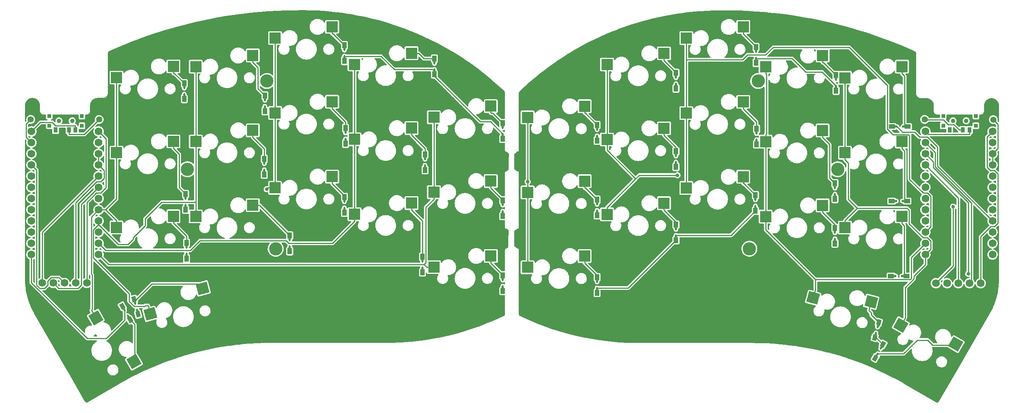
<source format=gbr>
%TF.GenerationSoftware,KiCad,Pcbnew,(6.0.11)*%
%TF.CreationDate,2023-02-07T21:41:21-05:00*%
%TF.ProjectId,main,6d61696e-2e6b-4696-9361-645f70636258,rev?*%
%TF.SameCoordinates,Original*%
%TF.FileFunction,Copper,L2,Bot*%
%TF.FilePolarity,Positive*%
%FSLAX46Y46*%
G04 Gerber Fmt 4.6, Leading zero omitted, Abs format (unit mm)*
G04 Created by KiCad (PCBNEW (6.0.11)) date 2023-02-07 21:41:21*
%MOMM*%
%LPD*%
G01*
G04 APERTURE LIST*
G04 Aperture macros list*
%AMRotRect*
0 Rectangle, with rotation*
0 The origin of the aperture is its center*
0 $1 length*
0 $2 width*
0 $3 Rotation angle, in degrees counterclockwise*
0 Add horizontal line*
21,1,$1,$2,0,0,$3*%
%AMFreePoly0*
4,1,13,0.650000,0.228600,1.094000,0.228600,1.129355,0.213955,1.144000,0.178600,1.144000,-0.177000,1.129355,-0.212355,1.094000,-0.227000,0.650000,-0.227000,0.650000,-0.475000,-0.650000,-0.475000,-0.650000,0.475000,0.650000,0.475000,0.650000,0.228600,0.650000,0.228600,$1*%
%AMFreePoly1*
4,1,13,0.650000,-0.475000,-0.650000,-0.475000,-0.650000,-0.229000,-1.094000,-0.229000,-1.129355,-0.214355,-1.144000,-0.179000,-1.144000,0.176600,-1.129355,0.211955,-1.094000,0.226600,-0.650000,0.226600,-0.650000,0.475000,0.650000,0.475000,0.650000,-0.475000,0.650000,-0.475000,$1*%
G04 Aperture macros list end*
%TA.AperFunction,SMDPad,CuDef*%
%ADD10RotRect,2.550000X2.500000X195.000000*%
%TD*%
%TA.AperFunction,SMDPad,CuDef*%
%ADD11RotRect,2.550000X2.500000X120.000000*%
%TD*%
%TA.AperFunction,SMDPad,CuDef*%
%ADD12R,2.550000X2.500000*%
%TD*%
%TA.AperFunction,SMDPad,CuDef*%
%ADD13RotRect,2.550000X2.500000X150.000000*%
%TD*%
%TA.AperFunction,SMDPad,CuDef*%
%ADD14RotRect,2.550000X2.500000X165.000000*%
%TD*%
%TA.AperFunction,SMDPad,CuDef*%
%ADD15FreePoly0,90.000000*%
%TD*%
%TA.AperFunction,ComponentPad*%
%ADD16C,0.457200*%
%TD*%
%TA.AperFunction,SMDPad,CuDef*%
%ADD17FreePoly1,90.000000*%
%TD*%
%TA.AperFunction,ComponentPad*%
%ADD18C,1.397000*%
%TD*%
%TA.AperFunction,SMDPad,CuDef*%
%ADD19FreePoly0,300.000000*%
%TD*%
%TA.AperFunction,SMDPad,CuDef*%
%ADD20FreePoly1,300.000000*%
%TD*%
%TA.AperFunction,SMDPad,CuDef*%
%ADD21FreePoly0,0.000000*%
%TD*%
%TA.AperFunction,SMDPad,CuDef*%
%ADD22FreePoly1,0.000000*%
%TD*%
%TA.AperFunction,ComponentPad*%
%ADD23C,1.752600*%
%TD*%
%TA.AperFunction,SMDPad,CuDef*%
%ADD24FreePoly0,240.000000*%
%TD*%
%TA.AperFunction,SMDPad,CuDef*%
%ADD25FreePoly1,240.000000*%
%TD*%
%TA.AperFunction,SMDPad,CuDef*%
%ADD26FreePoly0,75.000000*%
%TD*%
%TA.AperFunction,SMDPad,CuDef*%
%ADD27FreePoly1,75.000000*%
%TD*%
%TA.AperFunction,SMDPad,CuDef*%
%ADD28FreePoly0,105.000000*%
%TD*%
%TA.AperFunction,SMDPad,CuDef*%
%ADD29FreePoly1,105.000000*%
%TD*%
%TA.AperFunction,ComponentPad*%
%ADD30C,3.000000*%
%TD*%
%TA.AperFunction,WasherPad*%
%ADD31C,1.000000*%
%TD*%
%TA.AperFunction,SMDPad,CuDef*%
%ADD32R,0.900000X0.900000*%
%TD*%
%TA.AperFunction,SMDPad,CuDef*%
%ADD33R,0.900000X1.250000*%
%TD*%
%TA.AperFunction,ViaPad*%
%ADD34C,0.800000*%
%TD*%
%TA.AperFunction,Conductor*%
%ADD35C,0.250000*%
%TD*%
G04 APERTURE END LIST*
D10*
%TO.P,SW34,1,COL*%
%TO.N,R_COL1*%
X69511815Y-120201481D03*
%TO.P,SW34,2,ROW*%
%TO.N,Net-(D34-Pad2)*%
X81340938Y-114402276D03*
%TD*%
D11*
%TO.P,SW33,1,COL*%
%TO.N,R_COL0*%
X57132105Y-121094310D03*
%TO.P,SW33,2,ROW*%
%TO.N,Net-(D33-Pad2)*%
X65795309Y-131019420D03*
%TD*%
D12*
%TO.P,SW32,1,COL*%
%TO.N,R_COL4*%
X133826900Y-109582000D03*
%TO.P,SW32,2,ROW*%
%TO.N,Net-(D32-Pad2)*%
X146753900Y-107042000D03*
%TD*%
%TO.P,SW31,1,COL*%
%TO.N,R_COL3*%
X115826800Y-97582000D03*
%TO.P,SW31,2,ROW*%
%TO.N,Net-(D31-Pad2)*%
X128753800Y-95042000D03*
%TD*%
%TO.P,SW30,1,COL*%
%TO.N,R_COL2*%
X97826900Y-91581500D03*
%TO.P,SW30,2,ROW*%
%TO.N,Net-(D30-Pad2)*%
X110753900Y-89041500D03*
%TD*%
%TO.P,SW29,1,COL*%
%TO.N,R_COL1*%
X79827900Y-98081500D03*
%TO.P,SW29,2,ROW*%
%TO.N,Net-(D29-Pad2)*%
X92754900Y-95541500D03*
%TD*%
%TO.P,SW28,1,COL*%
%TO.N,R_COL0*%
X61826800Y-100581500D03*
%TO.P,SW28,2,ROW*%
%TO.N,Net-(D28-Pad2)*%
X74753800Y-98041500D03*
%TD*%
%TO.P,SW27,1,COL*%
%TO.N,R_COL4*%
X133826900Y-92582000D03*
%TO.P,SW27,2,ROW*%
%TO.N,Net-(D27-Pad2)*%
X146753900Y-90042000D03*
%TD*%
%TO.P,SW26,1,COL*%
%TO.N,R_COL3*%
X115826800Y-80582000D03*
%TO.P,SW26,2,ROW*%
%TO.N,Net-(D26-Pad2)*%
X128753800Y-78042000D03*
%TD*%
%TO.P,SW25,1,COL*%
%TO.N,R_COL2*%
X97826900Y-74581500D03*
%TO.P,SW25,2,ROW*%
%TO.N,Net-(D25-Pad2)*%
X110753900Y-72041500D03*
%TD*%
%TO.P,SW24,1,COL*%
%TO.N,R_COL1*%
X79827900Y-81081500D03*
%TO.P,SW24,2,ROW*%
%TO.N,Net-(D24-Pad2)*%
X92754900Y-78541500D03*
%TD*%
%TO.P,SW23,1,COL*%
%TO.N,R_COL0*%
X61826900Y-83581500D03*
%TO.P,SW23,2,ROW*%
%TO.N,Net-(D23-Pad2)*%
X74753900Y-81041500D03*
%TD*%
%TO.P,SW22,1,COL*%
%TO.N,R_COL4*%
X133826900Y-75582000D03*
%TO.P,SW22,2,ROW*%
%TO.N,Net-(D22-Pad2)*%
X146753900Y-73042000D03*
%TD*%
%TO.P,SW21,1,COL*%
%TO.N,R_COL3*%
X115826900Y-63582000D03*
%TO.P,SW21,2,ROW*%
%TO.N,Net-(D21-Pad2)*%
X128753900Y-61042000D03*
%TD*%
%TO.P,SW20,1,COL*%
%TO.N,R_COL2*%
X97826900Y-57581500D03*
%TO.P,SW20,2,ROW*%
%TO.N,Net-(D20-Pad2)*%
X110753900Y-55041500D03*
%TD*%
%TO.P,SW19,1,COL*%
%TO.N,R_COL1*%
X79827800Y-64081500D03*
%TO.P,SW19,2,ROW*%
%TO.N,Net-(D19-Pad2)*%
X92754800Y-61541500D03*
%TD*%
%TO.P,SW18,1,COL*%
%TO.N,R_COL0*%
X61826900Y-66581500D03*
%TO.P,SW18,2,ROW*%
%TO.N,Net-(D18-Pad2)*%
X74753900Y-64041500D03*
%TD*%
D13*
%TO.P,SW17,1,COL*%
%TO.N,COL4*%
X239768710Y-122789795D03*
%TO.P,SW17,2,ROW*%
%TO.N,Net-(D17-Pad2)*%
X252233820Y-127053591D03*
%TD*%
D14*
%TO.P,SW16,1,COL*%
%TO.N,COL3*%
X219910416Y-116565915D03*
%TO.P,SW16,2,ROW*%
%TO.N,Net-(D16-Pad2)*%
X233054339Y-117458218D03*
%TD*%
D12*
%TO.P,SW15,1,COL*%
%TO.N,COL4*%
X227112600Y-100613400D03*
%TO.P,SW15,2,ROW*%
%TO.N,Net-(D15-Pad2)*%
X240039600Y-98073400D03*
%TD*%
%TO.P,SW14,1,COL*%
%TO.N,COL3*%
X209111600Y-98113400D03*
%TO.P,SW14,2,ROW*%
%TO.N,Net-(D14-Pad2)*%
X222038600Y-95573400D03*
%TD*%
%TO.P,SW13,1,COL*%
%TO.N,COL2*%
X191112600Y-91613400D03*
%TO.P,SW13,2,ROW*%
%TO.N,Net-(D13-Pad2)*%
X204039600Y-89073400D03*
%TD*%
%TO.P,SW12,1,COL*%
%TO.N,COL1*%
X173112600Y-97613900D03*
%TO.P,SW12,2,ROW*%
%TO.N,Net-(D12-Pad2)*%
X186039600Y-95073900D03*
%TD*%
%TO.P,SW11,1,COL*%
%TO.N,COL0*%
X155112600Y-109613900D03*
%TO.P,SW11,2,ROW*%
%TO.N,Net-(D11-Pad2)*%
X168039600Y-107073900D03*
%TD*%
%TO.P,SW10,1,COL*%
%TO.N,COL4*%
X227112600Y-83613400D03*
%TO.P,SW10,2,ROW*%
%TO.N,Net-(D10-Pad2)*%
X240039600Y-81073400D03*
%TD*%
%TO.P,SW9,1,COL*%
%TO.N,COL3*%
X209111600Y-81113400D03*
%TO.P,SW9,2,ROW*%
%TO.N,Net-(D9-Pad2)*%
X222038600Y-78573400D03*
%TD*%
%TO.P,SW8,1,COL*%
%TO.N,COL2*%
X191112600Y-74613400D03*
%TO.P,SW8,2,ROW*%
%TO.N,Net-(D8-Pad2)*%
X204039600Y-72073400D03*
%TD*%
%TO.P,SW7,1,COL*%
%TO.N,COL1*%
X173112600Y-80613900D03*
%TO.P,SW7,2,ROW*%
%TO.N,Net-(D7-Pad2)*%
X186039600Y-78073900D03*
%TD*%
%TO.P,SW6,1,COL*%
%TO.N,COL0*%
X155112600Y-92613900D03*
%TO.P,SW6,2,ROW*%
%TO.N,Net-(D6-Pad2)*%
X168039600Y-90073900D03*
%TD*%
%TO.P,SW5,1,COL*%
%TO.N,COL4*%
X227112600Y-66613400D03*
%TO.P,SW5,2,ROW*%
%TO.N,Net-(D5-Pad2)*%
X240039600Y-64073400D03*
%TD*%
%TO.P,SW4,1,COL*%
%TO.N,COL3*%
X209111600Y-64113400D03*
%TO.P,SW4,2,ROW*%
%TO.N,Net-(D4-Pad2)*%
X222038600Y-61573400D03*
%TD*%
%TO.P,SW3,1,COL*%
%TO.N,COL2*%
X191112600Y-57613400D03*
%TO.P,SW3,2,ROW*%
%TO.N,Net-(D3-Pad2)*%
X204039600Y-55073400D03*
%TD*%
%TO.P,SW2,1,COL*%
%TO.N,COL1*%
X173112600Y-63613900D03*
%TO.P,SW2,2,ROW*%
%TO.N,Net-(D2-Pad2)*%
X186039600Y-61073900D03*
%TD*%
%TO.P,SW1,1,COL*%
%TO.N,COL0*%
X155112600Y-75613900D03*
%TO.P,SW1,2,ROW*%
%TO.N,Net-(D1-Pad2)*%
X168039600Y-73073900D03*
%TD*%
D15*
%TO.P,D19,1,K*%
%TO.N,R_ROW0*%
X95489100Y-74177800D03*
D16*
X95489100Y-73077400D03*
D17*
%TO.P,D19,2,A*%
%TO.N,Net-(D19-Pad2)*%
X95489100Y-70627800D03*
D16*
X95489500Y-71728200D03*
%TD*%
D15*
%TO.P,D21,1,K*%
%TO.N,R_ROW0*%
X133970100Y-65827500D03*
D16*
X133970100Y-64727100D03*
D17*
%TO.P,D21,2,A*%
%TO.N,Net-(D21-Pad2)*%
X133970100Y-62277500D03*
D16*
X133970500Y-63377900D03*
%TD*%
D18*
%TO.P,BatGND1,1,1*%
%TO.N,R_GND*%
X42358000Y-76057400D03*
%TD*%
%TO.P,Bat+0,1,1*%
%TO.N,BT+*%
X245177000Y-76057400D03*
%TD*%
D15*
%TO.P,D26,1,K*%
%TO.N,R_ROW1*%
X131811100Y-87544500D03*
D16*
X131811100Y-86444100D03*
D17*
%TO.P,D26,2,A*%
%TO.N,Net-(D26-Pad2)*%
X131811100Y-83994500D03*
D16*
X131811500Y-85094900D03*
%TD*%
%TO.P,D33,1,K*%
%TO.N,R_ROW3*%
X63683600Y-119411879D03*
D19*
X63133400Y-118458905D03*
D16*
%TO.P,D33,2,A*%
%TO.N,Net-(D33-Pad2)*%
X64357854Y-120580521D03*
D20*
X64908400Y-121533295D03*
%TD*%
D16*
%TO.P,D10,1,K*%
%TO.N,ROW1*%
X238763000Y-94575400D03*
D21*
X237662600Y-94575400D03*
D16*
%TO.P,D10,2,A*%
%TO.N,Net-(D10-Pad2)*%
X240112200Y-94575800D03*
D22*
X241212600Y-94575400D03*
%TD*%
D15*
%TO.P,D24,1,K*%
%TO.N,R_ROW1*%
X95362100Y-88560500D03*
D16*
X95362100Y-87460100D03*
%TO.P,D24,2,A*%
%TO.N,Net-(D24-Pad2)*%
X95362500Y-86110900D03*
D17*
X95362100Y-85010500D03*
%TD*%
D15*
%TO.P,D23,1,K*%
%TO.N,R_ROW1*%
X77511600Y-96526800D03*
D16*
X77511600Y-95426400D03*
D17*
%TO.P,D23,2,A*%
%TO.N,Net-(D23-Pad2)*%
X77511600Y-92976800D03*
D16*
X77512000Y-94077200D03*
%TD*%
D15*
%TO.P,D18,1,K*%
%TO.N,R_ROW0*%
X77201100Y-71415500D03*
D16*
X77201100Y-70315100D03*
D17*
%TO.P,D18,2,A*%
%TO.N,Net-(D18-Pad2)*%
X77201100Y-67865500D03*
D16*
X77201500Y-68965900D03*
%TD*%
D23*
%TO.P,Display1,1,MOSI*%
%TO.N,MOSI*%
X247735800Y-113214400D03*
%TO.P,Display1,2,SCK*%
%TO.N,SCK*%
X250275800Y-113214400D03*
%TO.P,Display1,3,VCC*%
%TO.N,+3V3*%
X252815800Y-113214400D03*
%TO.P,Display1,4,GND*%
%TO.N,GND*%
X255355800Y-113214400D03*
%TO.P,Display1,5,CS*%
%TO.N,NVCS*%
X257895800Y-113214400D03*
%TD*%
D15*
%TO.P,D1,1,K*%
%TO.N,ROW0*%
X170857600Y-80856400D03*
D16*
X170857600Y-79756000D03*
D17*
%TO.P,D1,2,A*%
%TO.N,Net-(D1-Pad2)*%
X170857600Y-77306400D03*
D16*
X170858000Y-78406800D03*
%TD*%
D21*
%TO.P,D5,1,K*%
%TO.N,ROW0*%
X237789600Y-77684400D03*
D16*
X238890000Y-77684400D03*
%TO.P,D5,2,A*%
%TO.N,Net-(D5-Pad2)*%
X240239200Y-77684800D03*
D22*
X241339600Y-77684400D03*
%TD*%
D16*
%TO.P,D15,1,K*%
%TO.N,ROW2*%
X238636000Y-111593400D03*
D21*
X237535600Y-111593400D03*
D16*
%TO.P,D15,2,A*%
%TO.N,Net-(D15-Pad2)*%
X239985200Y-111593800D03*
D22*
X241085600Y-111593400D03*
%TD*%
D16*
%TO.P,D9,1,K*%
%TO.N,ROW1*%
X224831600Y-93013400D03*
D15*
X224831600Y-94113800D03*
D17*
%TO.P,D9,2,A*%
%TO.N,Net-(D9-Pad2)*%
X224831600Y-90563800D03*
D16*
X224832000Y-91664200D03*
%TD*%
D15*
%TO.P,D25,1,K*%
%TO.N,R_ROW1*%
X113777100Y-81575500D03*
D16*
X113777100Y-80475100D03*
D17*
%TO.P,D25,2,A*%
%TO.N,Net-(D25-Pad2)*%
X113777100Y-78025500D03*
D16*
X113777500Y-79125900D03*
%TD*%
D15*
%TO.P,D22,1,K*%
%TO.N,R_ROW0*%
X149464100Y-80432500D03*
D16*
X149464100Y-79332100D03*
D17*
%TO.P,D22,2,A*%
%TO.N,Net-(D22-Pad2)*%
X149464100Y-76882500D03*
D16*
X149464500Y-77982900D03*
%TD*%
D15*
%TO.P,D4,1,K*%
%TO.N,ROW0*%
X225086600Y-69553400D03*
D16*
X225086600Y-68453000D03*
D17*
%TO.P,D4,2,A*%
%TO.N,Net-(D4-Pad2)*%
X225086600Y-66003400D03*
D16*
X225087000Y-67103800D03*
%TD*%
%TO.P,D27,1,K*%
%TO.N,R_ROW1*%
X149464100Y-96858100D03*
D15*
X149464100Y-97958500D03*
D17*
%TO.P,D27,2,A*%
%TO.N,Net-(D27-Pad2)*%
X149464100Y-94408500D03*
D16*
X149464500Y-95508900D03*
%TD*%
%TO.P,D32,1,K*%
%TO.N,R_ROW2*%
X149464100Y-113876100D03*
D15*
X149464100Y-114976500D03*
D16*
%TO.P,D32,2,A*%
%TO.N,Net-(D32-Pad2)*%
X149464500Y-112526900D03*
D17*
X149464100Y-111426500D03*
%TD*%
D24*
%TO.P,D17,1,K*%
%TO.N,ROW3*%
X235752100Y-127123605D03*
D16*
X235201900Y-128076579D03*
D25*
%TO.P,D17,2,A*%
%TO.N,Net-(D17-Pad2)*%
X233977100Y-130197995D03*
D16*
X234526954Y-129244821D03*
%TD*%
%TO.P,D11,1,K*%
%TO.N,ROW2*%
X170857600Y-114300000D03*
D15*
X170857600Y-115400400D03*
D16*
%TO.P,D11,2,A*%
%TO.N,Net-(D11-Pad2)*%
X170858000Y-112950800D03*
D17*
X170857600Y-111850400D03*
%TD*%
D16*
%TO.P,D29,1,K*%
%TO.N,R_ROW2*%
X101133600Y-104862100D03*
D15*
X101133600Y-105962500D03*
D16*
%TO.P,D29,2,A*%
%TO.N,Net-(D29-Pad2)*%
X101134000Y-103512900D03*
D17*
X101133600Y-102412500D03*
%TD*%
D16*
%TO.P,D2,1,K*%
%TO.N,ROW0*%
X188764600Y-67945000D03*
D15*
X188764600Y-69045400D03*
D17*
%TO.P,D2,2,A*%
%TO.N,Net-(D2-Pad2)*%
X188764600Y-65495400D03*
D16*
X188765000Y-66595800D03*
%TD*%
D15*
%TO.P,D8,1,K*%
%TO.N,ROW1*%
X207052600Y-81725400D03*
D16*
X207052600Y-80625000D03*
D17*
%TO.P,D8,2,A*%
%TO.N,Net-(D8-Pad2)*%
X207052600Y-78175400D03*
D16*
X207053000Y-79275800D03*
%TD*%
%TO.P,D16,1,K*%
%TO.N,ROW3*%
X234134901Y-124485114D03*
D26*
X233850096Y-125548018D03*
D27*
%TO.P,D16,2,A*%
%TO.N,Net-(D16-Pad2)*%
X234768904Y-122118982D03*
D16*
X234484486Y-123181990D03*
%TD*%
D28*
%TO.P,D34,1,K*%
%TO.N,R_ROW3*%
X66746404Y-120278818D03*
D16*
X66461599Y-119215914D03*
%TO.P,D34,2,A*%
%TO.N,Net-(D34-Pad2)*%
X66112787Y-117912583D03*
D29*
X65827596Y-116849782D03*
%TD*%
D16*
%TO.P,D20,1,K*%
%TO.N,R_ROW0*%
X113523100Y-61679100D03*
D15*
X113523100Y-62779500D03*
D16*
%TO.P,D20,2,A*%
%TO.N,Net-(D20-Pad2)*%
X113523500Y-60329900D03*
D17*
X113523100Y-59229500D03*
%TD*%
D15*
%TO.P,D3,1,K*%
%TO.N,ROW0*%
X206925600Y-63203400D03*
D16*
X206925600Y-62103000D03*
D17*
%TO.P,D3,2,A*%
%TO.N,Net-(D3-Pad2)*%
X206925600Y-59653400D03*
D16*
X206926000Y-60753800D03*
%TD*%
%TO.P,D14,1,K*%
%TO.N,ROW2*%
X224832600Y-103124000D03*
D15*
X224832600Y-104224400D03*
D16*
%TO.P,D14,2,A*%
%TO.N,Net-(D14-Pad2)*%
X224833000Y-101774800D03*
D17*
X224832600Y-100674400D03*
%TD*%
D15*
%TO.P,D30,1,K*%
%TO.N,R_ROW2*%
X113523100Y-97196500D03*
D16*
X113523100Y-96096100D03*
D17*
%TO.P,D30,2,A*%
%TO.N,Net-(D30-Pad2)*%
X113523100Y-93646500D03*
D16*
X113523500Y-94746900D03*
%TD*%
D15*
%TO.P,D13,1,K*%
%TO.N,ROW2*%
X206797600Y-96783800D03*
D16*
X206797600Y-95683400D03*
%TO.P,D13,2,A*%
%TO.N,Net-(D13-Pad2)*%
X206798000Y-94334200D03*
D17*
X206797600Y-93233800D03*
%TD*%
D15*
%TO.P,D12,1,K*%
%TO.N,ROW2*%
X188764600Y-103462400D03*
D16*
X188764600Y-102362000D03*
D17*
%TO.P,D12,2,A*%
%TO.N,Net-(D12-Pad2)*%
X188764600Y-99912400D03*
D16*
X188765000Y-101012800D03*
%TD*%
D30*
%TO.P,13-REF_PUCK_R,*%
%TO.N,*%
X95945600Y-67345907D03*
X77918707Y-87366800D03*
X97939600Y-105393693D03*
%TD*%
D16*
%TO.P,D28,1,K*%
%TO.N,R_ROW2*%
X77709100Y-106510100D03*
D15*
X77709100Y-107610500D03*
D16*
%TO.P,D28,2,A*%
%TO.N,Net-(D28-Pad2)*%
X77709500Y-105160900D03*
D17*
X77709100Y-104060500D03*
%TD*%
D16*
%TO.P,D7,1,K*%
%TO.N,ROW1*%
X188764600Y-85725000D03*
D15*
X188764600Y-86825400D03*
D16*
%TO.P,D7,2,A*%
%TO.N,Net-(D7-Pad2)*%
X188765000Y-84375800D03*
D17*
X188764600Y-83275400D03*
%TD*%
D15*
%TO.P,D31,1,K*%
%TO.N,R_ROW2*%
X131232600Y-110747800D03*
D16*
X131232600Y-109647400D03*
%TO.P,D31,2,A*%
%TO.N,Net-(D31-Pad2)*%
X131233000Y-108298200D03*
D17*
X131232600Y-107197800D03*
%TD*%
D30*
%TO.P,REF_PUCK_R,*%
%TO.N,*%
X207413600Y-67345907D03*
X225440493Y-87366800D03*
X205419600Y-105393693D03*
%TD*%
D23*
%TO.P,Display2,1,MOSI*%
%TO.N,R_MOSI*%
X44943100Y-113171500D03*
%TO.P,Display2,2,SCK*%
%TO.N,R_SCK*%
X47483100Y-113171500D03*
%TO.P,Display2,3,VCC*%
%TO.N,R_3V3*%
X50023100Y-113171500D03*
%TO.P,Display2,4,GND*%
%TO.N,R_GND*%
X52563100Y-113171500D03*
%TO.P,Display2,5,CS*%
%TO.N,R_NVCS*%
X55103100Y-113171500D03*
%TD*%
D18*
%TO.P,Bat+1,1,1*%
%TO.N,R_BT+*%
X57902800Y-76082800D03*
%TD*%
D15*
%TO.P,D6,1,K*%
%TO.N,ROW1*%
X170856600Y-97796800D03*
D16*
X170856600Y-96696400D03*
D17*
%TO.P,D6,2,A*%
%TO.N,Net-(D6-Pad2)*%
X170856600Y-94246800D03*
D16*
X170857000Y-95347200D03*
%TD*%
D18*
%TO.P,BatGND0,1,1*%
%TO.N,GND*%
X260747200Y-76108200D03*
%TD*%
D31*
%TO.P,SW_POWER1,*%
%TO.N,*%
X51782800Y-76387600D03*
X48782800Y-76387600D03*
D32*
%TO.P,SW_POWER1,0*%
%TO.N,N/C*%
X46582800Y-75287600D03*
X53982800Y-77487600D03*
X46582800Y-77487600D03*
X53982800Y-75287600D03*
D33*
%TO.P,SW_POWER1,1,A*%
%TO.N,unconnected-(SW_POWER1-Pad1)*%
X48032800Y-78462600D03*
%TO.P,SW_POWER1,2,B*%
%TO.N,R_BT+*%
X51032800Y-78462600D03*
%TO.P,SW_POWER1,3,C*%
%TO.N,R_RAW*%
X52532800Y-78462600D03*
%TD*%
D23*
%TO.P,U2,1,TX0/P0.06*%
%TO.N,R_NVCS*%
X57766800Y-78765200D03*
%TO.P,U2,2,RX1/P0.08*%
%TO.N,unconnected-(U2-Pad2)*%
X57766800Y-81305200D03*
%TO.P,U2,3,GND*%
%TO.N,R_GND*%
X57766800Y-83845200D03*
%TO.P,U2,4,GND*%
X57766800Y-86385200D03*
%TO.P,U2,5,P0.17*%
%TO.N,R_MOSI*%
X57766800Y-88925200D03*
%TO.P,U2,6,P0.20*%
%TO.N,R_SCK*%
X57766800Y-91465200D03*
%TO.P,U2,7,P0.22*%
%TO.N,unconnected-(U2-Pad7)*%
X57766800Y-94005200D03*
%TO.P,U2,8,P0.24*%
%TO.N,R_COL0*%
X57766800Y-96545200D03*
%TO.P,U2,9,P1.00*%
%TO.N,R_COL1*%
X57766800Y-99085200D03*
%TO.P,U2,10,P0.11*%
%TO.N,R_COL2*%
X57766800Y-101625200D03*
%TO.P,U2,11,P1.04*%
%TO.N,R_COL3*%
X57766800Y-104165200D03*
%TO.P,U2,12,P1.06*%
%TO.N,R_COL4*%
X57766800Y-106705200D03*
%TO.P,U2,13,NFC1/P0.09*%
%TO.N,R_ROW3*%
X42526800Y-106705200D03*
%TO.P,U2,14,NFC2/P0.10*%
%TO.N,R_ROW2*%
X42526800Y-104165200D03*
%TO.P,U2,15,P1.11*%
%TO.N,R_ROW1*%
X42526800Y-101625200D03*
%TO.P,U2,16,P1.13*%
%TO.N,R_ROW0*%
X42526800Y-99085200D03*
%TO.P,U2,17,P1.15*%
%TO.N,unconnected-(U2-Pad17)*%
X42526800Y-96545200D03*
%TO.P,U2,18,AIN0/P0.02*%
%TO.N,unconnected-(U2-Pad18)*%
X42526800Y-94005200D03*
%TO.P,U2,19,AIN5/P0.29*%
%TO.N,unconnected-(U2-Pad19)*%
X42526800Y-91465200D03*
%TO.P,U2,20,AIN7/P0.31*%
%TO.N,unconnected-(U2-Pad20)*%
X42526800Y-88925200D03*
%TO.P,U2,21,VCC*%
%TO.N,R_3V3*%
X42526800Y-86385200D03*
%TO.P,U2,22,RST*%
%TO.N,R_RESET*%
X42526800Y-83845200D03*
%TO.P,U2,23,GND*%
%TO.N,R_GND*%
X42526800Y-81305200D03*
%TO.P,U2,24,BATIN/P0.04*%
%TO.N,R_RAW*%
X42526800Y-78765200D03*
%TD*%
D31*
%TO.P,SW_POWER0,*%
%TO.N,*%
X251601800Y-76387600D03*
X254601800Y-76387600D03*
D32*
%TO.P,SW_POWER0,0*%
%TO.N,N/C*%
X256801800Y-75287600D03*
X256801800Y-77487600D03*
X249401800Y-77487600D03*
X249401800Y-75287600D03*
D33*
%TO.P,SW_POWER0,1,A*%
%TO.N,unconnected-(SW_POWER0-Pad1)*%
X250851800Y-78462600D03*
%TO.P,SW_POWER0,2,B*%
%TO.N,BT+*%
X253851800Y-78462600D03*
%TO.P,SW_POWER0,3,C*%
%TO.N,RAW*%
X255351800Y-78462600D03*
%TD*%
D23*
%TO.P,U1,1,TX0/P0.06*%
%TO.N,NVCS*%
X260582600Y-78797000D03*
%TO.P,U1,2,RX1/P0.08*%
%TO.N,unconnected-(U1-Pad2)*%
X260582600Y-81337000D03*
%TO.P,U1,3,GND*%
%TO.N,GND*%
X260582600Y-83877000D03*
%TO.P,U1,4,GND*%
X260582600Y-86417000D03*
%TO.P,U1,5,P0.17*%
%TO.N,MOSI*%
X260582600Y-88957000D03*
%TO.P,U1,6,P0.20*%
%TO.N,SCK*%
X260582600Y-91497000D03*
%TO.P,U1,7,P0.22*%
%TO.N,unconnected-(U1-Pad7)*%
X260582600Y-94037000D03*
%TO.P,U1,8,P0.24*%
%TO.N,unconnected-(U1-Pad8)*%
X260582600Y-96577000D03*
%TO.P,U1,9,P1.00*%
%TO.N,ROW0*%
X260582600Y-99117000D03*
%TO.P,U1,10,P0.11*%
%TO.N,ROW1*%
X260582600Y-101657000D03*
%TO.P,U1,11,P1.04*%
%TO.N,ROW2*%
X260582600Y-104197000D03*
%TO.P,U1,12,P1.06*%
%TO.N,ROW3*%
X260582600Y-106737000D03*
%TO.P,U1,13,NFC1/P0.09*%
%TO.N,COL4*%
X245342600Y-106737000D03*
%TO.P,U1,14,NFC2/P0.10*%
%TO.N,COL3*%
X245342600Y-104197000D03*
%TO.P,U1,15,P1.11*%
%TO.N,COL2*%
X245342600Y-101657000D03*
%TO.P,U1,16,P1.13*%
%TO.N,COL1*%
X245342600Y-99117000D03*
%TO.P,U1,17,P1.15*%
%TO.N,COL0*%
X245342600Y-96577000D03*
%TO.P,U1,18,AIN0/P0.02*%
%TO.N,unconnected-(U1-Pad18)*%
X245342600Y-94037000D03*
%TO.P,U1,19,AIN5/P0.29*%
%TO.N,unconnected-(U1-Pad19)*%
X245342600Y-91497000D03*
%TO.P,U1,20,AIN7/P0.31*%
%TO.N,unconnected-(U1-Pad20)*%
X245342600Y-88957000D03*
%TO.P,U1,21,VCC*%
%TO.N,+3V3*%
X245342600Y-86417000D03*
%TO.P,U1,22,RST*%
%TO.N,RESET*%
X245342600Y-83877000D03*
%TO.P,U1,23,GND*%
%TO.N,GND*%
X245342600Y-81337000D03*
%TO.P,U1,24,BATIN/P0.04*%
%TO.N,RAW*%
X245342600Y-78797000D03*
%TD*%
D34*
%TO.N,RESET*%
X255075800Y-111083500D03*
%TO.N,R_COL2*%
X95921700Y-91901300D03*
%TO.N,MOSI*%
X251631700Y-95868600D03*
%TO.N,COL1*%
X189094500Y-88711800D03*
%TO.N,COL0*%
X155112600Y-90220100D03*
%TD*%
D35*
%TO.N,RESET*%
X247131200Y-85665600D02*
X245342600Y-83877000D01*
X247131200Y-86954400D02*
X247131200Y-85665600D01*
X255075800Y-94899000D02*
X247131200Y-86954400D01*
X255075800Y-111083500D02*
X255075800Y-94899000D01*
%TO.N,R_RAW*%
X48020500Y-77512300D02*
X52532800Y-77512300D01*
X47220400Y-76712200D02*
X48020500Y-77512300D01*
X44579800Y-76712200D02*
X47220400Y-76712200D01*
X42526800Y-78765200D02*
X44579800Y-76712200D01*
X52532800Y-78462600D02*
X52532800Y-77512300D01*
%TO.N,RAW*%
X245958500Y-79412900D02*
X255351800Y-79412900D01*
X245342600Y-78797000D02*
X245958500Y-79412900D01*
X255351800Y-78462600D02*
X255351800Y-79412900D01*
%TO.N,R_BT+*%
X54572700Y-79412900D02*
X57902800Y-76082800D01*
X51032800Y-79412900D02*
X54572700Y-79412900D01*
X51032800Y-78462600D02*
X51032800Y-79412900D01*
%TO.N,R_COL4*%
X133826900Y-109582000D02*
X132226600Y-109582000D01*
X60034600Y-108973000D02*
X131617600Y-108973000D01*
X57766800Y-106705200D02*
X60034600Y-108973000D01*
X131617600Y-108973000D02*
X132226600Y-109582000D01*
X133826900Y-75582000D02*
X133826900Y-92582000D01*
X132033000Y-108557600D02*
X131617600Y-108973000D01*
X132033000Y-95951200D02*
X132033000Y-108557600D01*
X133826900Y-94157300D02*
X132033000Y-95951200D01*
X133826900Y-92582000D02*
X133826900Y-94157300D01*
%TO.N,R_COL3*%
X59361300Y-105759700D02*
X57766800Y-104165200D01*
X78552100Y-105759700D02*
X59361300Y-105759700D01*
X80750500Y-103561300D02*
X78552100Y-105759700D01*
X100326300Y-103561300D02*
X80750500Y-103561300D01*
X100890800Y-104125800D02*
X100326300Y-103561300D01*
X110858300Y-104125800D02*
X100890800Y-104125800D01*
X115826800Y-99157300D02*
X110858300Y-104125800D01*
X115826800Y-97582000D02*
X115826800Y-99157300D01*
X115826800Y-97582000D02*
X115826800Y-80582000D01*
X115826800Y-65157300D02*
X115826900Y-65157300D01*
X115826800Y-80582000D02*
X115826800Y-65157300D01*
X115826900Y-63582000D02*
X115826900Y-65157300D01*
%TO.N,R_COL2*%
X97826900Y-57581500D02*
X97826900Y-74581500D01*
X97826900Y-74581500D02*
X97826900Y-91581500D01*
X96226600Y-91596400D02*
X96226600Y-91581500D01*
X95921700Y-91901300D02*
X96226600Y-91596400D01*
X97826900Y-91581500D02*
X96226600Y-91581500D01*
%TO.N,R_COL1*%
X69511800Y-120201500D02*
X68993100Y-118265600D01*
X57766800Y-99085200D02*
X57766800Y-99919500D01*
X68386700Y-118265600D02*
X68993100Y-118265600D01*
X68184400Y-118467900D02*
X68386700Y-118265600D01*
X65848800Y-118467900D02*
X68184400Y-118467900D01*
X64713200Y-117332300D02*
X65848800Y-118467900D01*
X64713200Y-115632400D02*
X64713200Y-117332300D01*
X56565100Y-107484300D02*
X64713200Y-115632400D01*
X56565100Y-101121200D02*
X56565100Y-107484300D01*
X57766800Y-99919500D02*
X56565100Y-101121200D01*
X62244200Y-104396900D02*
X57766800Y-99919500D01*
X64419000Y-104396900D02*
X62244200Y-104396900D01*
X65594100Y-103221800D02*
X64419000Y-104396900D01*
X65594100Y-102875300D02*
X65594100Y-103221800D01*
X68321800Y-100147600D02*
X65594100Y-102875300D01*
X68321800Y-98578900D02*
X68321800Y-100147600D01*
X72044800Y-94855900D02*
X68321800Y-98578900D01*
X79827900Y-94855900D02*
X72044800Y-94855900D01*
X79827900Y-94855900D02*
X79827900Y-98081500D01*
X79827900Y-94855900D02*
X79827900Y-81081500D01*
X79827900Y-65656800D02*
X79827800Y-65656800D01*
X79827900Y-81081500D02*
X79827900Y-65656800D01*
X79827800Y-64081500D02*
X79827800Y-65656800D01*
%TO.N,R_COL0*%
X61826800Y-100581500D02*
X61826800Y-99006200D01*
X61826900Y-66581500D02*
X61826900Y-83581500D01*
X61826900Y-94084100D02*
X59365800Y-96545200D01*
X61826900Y-83581500D02*
X61826900Y-94084100D01*
X59365800Y-96545200D02*
X61826800Y-99006200D01*
X59365800Y-96545200D02*
X57766800Y-96545200D01*
X56332000Y-119131800D02*
X56120900Y-119342900D01*
X56332000Y-111364100D02*
X56332000Y-119131800D01*
X56114700Y-111146800D02*
X56332000Y-111364100D01*
X56114700Y-98197300D02*
X56114700Y-111146800D01*
X57766800Y-96545200D02*
X56114700Y-98197300D01*
X57132100Y-121094300D02*
X56120900Y-119342900D01*
%TO.N,R_ROW3*%
X63133400Y-118861700D02*
X63683600Y-119411900D01*
X63133400Y-118458900D02*
X63133400Y-118861700D01*
X63683600Y-121644800D02*
X63683600Y-119411900D01*
X59560700Y-125767700D02*
X63683600Y-121644800D01*
X55174500Y-125767700D02*
X59560700Y-125767700D01*
X42526800Y-113120000D02*
X55174500Y-125767700D01*
X42526800Y-106705200D02*
X42526800Y-113120000D01*
X66746400Y-119500700D02*
X66746400Y-120278800D01*
X66461600Y-119215900D02*
X66746400Y-119500700D01*
%TO.N,R_ROW2*%
X131232600Y-109647400D02*
X131232600Y-110747800D01*
X77709100Y-107610500D02*
X77709100Y-106510100D01*
X113523100Y-96096100D02*
X113523100Y-97196500D01*
X101133600Y-105962500D02*
X101133600Y-104862100D01*
X149464100Y-114976500D02*
X149464100Y-113876100D01*
%TO.N,R_ROW1*%
X149464100Y-97958500D02*
X149464100Y-96858100D01*
X113777100Y-80475100D02*
X113777100Y-81575500D01*
X77511600Y-95426400D02*
X77511600Y-96526800D01*
X95362100Y-87460100D02*
X95362100Y-88560500D01*
X131811100Y-86444100D02*
X131811100Y-87544500D01*
%TO.N,R_ROW0*%
X149464100Y-80432500D02*
X149464100Y-79332100D01*
X95489100Y-73077400D02*
X95489100Y-74177800D01*
X77201100Y-70315100D02*
X77201100Y-71415500D01*
X124876400Y-64727100D02*
X133970100Y-64727100D01*
X121871200Y-61721900D02*
X124876400Y-64727100D01*
X113523100Y-61721900D02*
X121871200Y-61721900D01*
X113523100Y-62779500D02*
X113523100Y-61721900D01*
X113523100Y-61721900D02*
X113523100Y-61679100D01*
X133970100Y-64727100D02*
X133970100Y-65827500D01*
X146701100Y-76569100D02*
X149464100Y-79332100D01*
X144338000Y-76569100D02*
X146701100Y-76569100D01*
X133970100Y-66201200D02*
X144338000Y-76569100D01*
X133970100Y-65827500D02*
X133970100Y-66201200D01*
%TO.N,R_NVCS*%
X59470100Y-80468500D02*
X57766800Y-78765200D01*
X59470100Y-91511400D02*
X59470100Y-80468500D01*
X58246300Y-92735200D02*
X59470100Y-91511400D01*
X57272800Y-92735200D02*
X58246300Y-92735200D01*
X55103100Y-94904900D02*
X57272800Y-92735200D01*
X55103100Y-113171500D02*
X55103100Y-94904900D01*
%TO.N,R_GND*%
X41318800Y-77096600D02*
X42358000Y-76057400D01*
X41318800Y-80097200D02*
X41318800Y-77096600D01*
X42526800Y-81305200D02*
X41318800Y-80097200D01*
X57766800Y-86385200D02*
X57766800Y-83845200D01*
X59019800Y-87638200D02*
X57766800Y-86385200D01*
X59019800Y-89459200D02*
X59019800Y-87638200D01*
X58283800Y-90195200D02*
X59019800Y-89459200D01*
X57337400Y-90195200D02*
X58283800Y-90195200D01*
X52563100Y-94969500D02*
X57337400Y-90195200D01*
X52563100Y-113171500D02*
X52563100Y-94969500D01*
%TO.N,R_3V3*%
X48773900Y-111922300D02*
X50023100Y-113171500D01*
X47027000Y-111922300D02*
X48773900Y-111922300D01*
X46213100Y-112736200D02*
X47027000Y-111922300D01*
X46213100Y-113666500D02*
X46213100Y-112736200D01*
X45474200Y-114405400D02*
X46213100Y-113666500D01*
X44449600Y-114405400D02*
X45474200Y-114405400D01*
X43734900Y-113690700D02*
X44449600Y-114405400D01*
X43734900Y-87593300D02*
X43734900Y-113690700D01*
X42526800Y-86385200D02*
X43734900Y-87593300D01*
%TO.N,R_SCK*%
X48689200Y-114377600D02*
X47483100Y-113171500D01*
X53124600Y-114377600D02*
X48689200Y-114377600D01*
X53833100Y-113669100D02*
X53124600Y-114377600D01*
X53833100Y-95398900D02*
X53833100Y-113669100D01*
X57766800Y-91465200D02*
X53833100Y-95398900D01*
%TO.N,R_MOSI*%
X44943100Y-101748900D02*
X44943100Y-113171500D01*
X57766800Y-88925200D02*
X44943100Y-101748900D01*
%TO.N,BT+*%
X251826900Y-77213000D02*
X253076500Y-78462600D01*
X250509700Y-77213000D02*
X251826900Y-77213000D01*
X249427000Y-76130300D02*
X250509700Y-77213000D01*
X245249900Y-76130300D02*
X249427000Y-76130300D01*
X245177000Y-76057400D02*
X245249900Y-76130300D01*
X253851800Y-78462600D02*
X253076500Y-78462600D01*
%TO.N,+3V3*%
X252815800Y-93890200D02*
X252815800Y-113214400D01*
X245342600Y-86417000D02*
X252815800Y-93890200D01*
%TO.N,MOSI*%
X251631700Y-109318500D02*
X247735800Y-113214400D01*
X251631700Y-95868600D02*
X251631700Y-109318500D01*
%TO.N,GND*%
X260582600Y-86417000D02*
X260582600Y-83877000D01*
X261789800Y-77150800D02*
X260747200Y-76108200D01*
X261789800Y-82669800D02*
X261789800Y-77150800D01*
X260582600Y-83877000D02*
X261789800Y-82669800D01*
X247581500Y-83575900D02*
X245342600Y-81337000D01*
X247581500Y-86767700D02*
X247581500Y-83575900D01*
X255801100Y-94987300D02*
X247581500Y-86767700D01*
X255801100Y-112769100D02*
X255801100Y-94987300D01*
X255355800Y-113214400D02*
X255801100Y-112769100D01*
%TO.N,NVCS*%
X257895800Y-102641800D02*
X257895800Y-113214400D01*
X260150600Y-100387000D02*
X257895800Y-102641800D01*
X261026300Y-100387000D02*
X260150600Y-100387000D01*
X261809100Y-99604200D02*
X261026300Y-100387000D01*
X261809100Y-88435400D02*
X261809100Y-99604200D01*
X261060700Y-87687000D02*
X261809100Y-88435400D01*
X260130300Y-87687000D02*
X261060700Y-87687000D01*
X259365400Y-86922100D02*
X260130300Y-87687000D01*
X259365400Y-80014200D02*
X259365400Y-86922100D01*
X260582600Y-78797000D02*
X259365400Y-80014200D01*
%TO.N,COL4*%
X239768700Y-122789800D02*
X240770800Y-121054200D01*
X227112600Y-66613400D02*
X227112600Y-83613400D01*
X227112600Y-100613400D02*
X227112600Y-99038100D01*
X245342600Y-108986900D02*
X245342600Y-106737000D01*
X242736200Y-111593300D02*
X245342600Y-108986900D01*
X242736200Y-112230200D02*
X242736200Y-111593300D01*
X240770800Y-114195600D02*
X242736200Y-112230200D01*
X240770800Y-121054200D02*
X240770800Y-114195600D01*
X227112600Y-83613400D02*
X227112600Y-85188700D01*
X227842200Y-85918300D02*
X227112600Y-85188700D01*
X227842200Y-94157500D02*
X227842200Y-85918300D01*
X229917700Y-96233000D02*
X227842200Y-94157500D01*
X241225100Y-96233000D02*
X229917700Y-96233000D01*
X241676500Y-96684400D02*
X241225100Y-96233000D01*
X241676500Y-99739000D02*
X241676500Y-96684400D01*
X244864500Y-102927000D02*
X241676500Y-99739000D01*
X245795000Y-102927000D02*
X244864500Y-102927000D01*
X246559900Y-103691900D02*
X245795000Y-102927000D01*
X246559900Y-105519700D02*
X246559900Y-103691900D01*
X245342600Y-106737000D02*
X246559900Y-105519700D01*
X229917700Y-96233000D02*
X227112600Y-99038100D01*
%TO.N,COL3*%
X209111600Y-64113400D02*
X209111600Y-65688700D01*
X209272300Y-65849400D02*
X209111600Y-65688700D01*
X209272300Y-79377400D02*
X209272300Y-65849400D01*
X209111600Y-79538100D02*
X209272300Y-79377400D01*
X209111600Y-81113400D02*
X209111600Y-79538100D01*
X219910400Y-116565900D02*
X220429100Y-114630000D01*
X220429100Y-114630000D02*
X220429100Y-112415600D01*
X241913900Y-112415600D02*
X220429100Y-112415600D01*
X242126900Y-112202600D02*
X241913900Y-112415600D01*
X242126900Y-107412700D02*
X242126900Y-112202600D01*
X245342600Y-104197000D02*
X242126900Y-107412700D01*
X209111600Y-101098100D02*
X209111600Y-98113400D01*
X220429100Y-112415600D02*
X209111600Y-101098100D01*
X209111600Y-98113400D02*
X209111600Y-81113400D01*
%TO.N,COL2*%
X191112600Y-91613400D02*
X191112600Y-90038100D01*
X191112600Y-74613400D02*
X191112600Y-90038100D01*
X191112600Y-57613400D02*
X191112600Y-62528800D01*
X191112600Y-62528800D02*
X191112600Y-74613400D01*
X203890700Y-62528800D02*
X191112600Y-62528800D01*
X204990700Y-61428800D02*
X203890700Y-62528800D01*
X209091200Y-61428800D02*
X204990700Y-61428800D01*
X210786500Y-59733500D02*
X209091200Y-61428800D01*
X228137000Y-59733500D02*
X210786500Y-59733500D01*
X236751800Y-68348300D02*
X228137000Y-59733500D01*
X236751800Y-78247300D02*
X236751800Y-68348300D01*
X238002500Y-79498000D02*
X236751800Y-78247300D01*
X241488200Y-79498000D02*
X238002500Y-79498000D01*
X241769000Y-79778800D02*
X241488200Y-79498000D01*
X241769000Y-89665800D02*
X241769000Y-79778800D01*
X244870200Y-92767000D02*
X241769000Y-89665800D01*
X245807900Y-92767000D02*
X244870200Y-92767000D01*
X246557000Y-93516100D02*
X245807900Y-92767000D01*
X246557000Y-100442600D02*
X246557000Y-93516100D01*
X245342600Y-101657000D02*
X246557000Y-100442600D01*
%TO.N,COL1*%
X173112600Y-97613900D02*
X173112600Y-96038600D01*
X173112600Y-63613900D02*
X173112600Y-80613900D01*
X173112600Y-83012000D02*
X179625900Y-89525300D01*
X173112600Y-80613900D02*
X173112600Y-83012000D01*
X180439400Y-88711800D02*
X179625900Y-89525300D01*
X189094500Y-88711800D02*
X180439400Y-88711800D01*
X179625900Y-89525300D02*
X173112600Y-96038600D01*
%TO.N,COL0*%
X155112600Y-109613900D02*
X155112600Y-108038600D01*
X155112600Y-92613900D02*
X155112600Y-108038600D01*
X155112600Y-92613900D02*
X155112600Y-90220100D01*
X155112600Y-75613900D02*
X155112600Y-90220100D01*
%TO.N,Net-(D34-Pad2)*%
X80340900Y-113402300D02*
X81340900Y-114402300D01*
X69845500Y-113402300D02*
X80340900Y-113402300D01*
X66112800Y-117135000D02*
X69845500Y-113402300D01*
X65827600Y-116849800D02*
X66112800Y-117135000D01*
X66112800Y-117135000D02*
X66112800Y-117912600D01*
%TO.N,Net-(D33-Pad2)*%
X64357900Y-120982800D02*
X64357900Y-120580500D01*
X64908400Y-121533300D02*
X64357900Y-120982800D01*
X65984300Y-122609200D02*
X64908400Y-121533300D01*
X65984300Y-130830400D02*
X65984300Y-122609200D01*
X65795300Y-131019400D02*
X65984300Y-130830400D01*
%TO.N,Net-(D32-Pad2)*%
X146753900Y-107042000D02*
X146753900Y-108617300D01*
X149464500Y-111426900D02*
X149464100Y-111426500D01*
X149464500Y-112526900D02*
X149464500Y-111426900D01*
X149464100Y-111327500D02*
X146753900Y-108617300D01*
X149464100Y-111426500D02*
X149464100Y-111327500D01*
%TO.N,Net-(D31-Pad2)*%
X131233000Y-107198200D02*
X131232600Y-107197800D01*
X131233000Y-108298200D02*
X131233000Y-107198200D01*
X131232600Y-99096100D02*
X128753800Y-96617300D01*
X131232600Y-107197800D02*
X131232600Y-99096100D01*
X128753800Y-95042000D02*
X128753800Y-96617300D01*
%TO.N,Net-(D30-Pad2)*%
X113523100Y-94746500D02*
X113523100Y-93646500D01*
X113523500Y-94746900D02*
X113523100Y-94746500D01*
X113523100Y-93386000D02*
X110753900Y-90616800D01*
X113523100Y-93646500D02*
X113523100Y-93386000D01*
X110753900Y-89041500D02*
X110753900Y-90616800D01*
%TO.N,Net-(D29-Pad2)*%
X101134000Y-102412900D02*
X101133600Y-102412500D01*
X101134000Y-103512900D02*
X101134000Y-102412900D01*
X94355200Y-95634100D02*
X94355200Y-95541500D01*
X101133600Y-102412500D02*
X94355200Y-95634100D01*
X92754900Y-95541500D02*
X94355200Y-95541500D01*
%TO.N,Net-(D28-Pad2)*%
X74753800Y-98041500D02*
X74753800Y-99616800D01*
X77709500Y-104060900D02*
X77709100Y-104060500D01*
X77709500Y-105160900D02*
X77709500Y-104060900D01*
X77709100Y-102572100D02*
X74753800Y-99616800D01*
X77709100Y-104060500D02*
X77709100Y-102572100D01*
%TO.N,Net-(D27-Pad2)*%
X149464100Y-95508500D02*
X149464100Y-94408500D01*
X149464500Y-95508900D02*
X149464100Y-95508500D01*
X149464100Y-94327500D02*
X146753900Y-91617300D01*
X149464100Y-94408500D02*
X149464100Y-94327500D01*
X146753900Y-90042000D02*
X146753900Y-91617300D01*
%TO.N,Net-(D26-Pad2)*%
X131811100Y-85094500D02*
X131811100Y-83994500D01*
X131811500Y-85094900D02*
X131811100Y-85094500D01*
X131811100Y-82674600D02*
X128753800Y-79617300D01*
X131811100Y-83994500D02*
X131811100Y-82674600D01*
X128753800Y-78042000D02*
X128753800Y-79617300D01*
%TO.N,Net-(D25-Pad2)*%
X110753900Y-72041500D02*
X110753900Y-73616800D01*
X113777500Y-78025900D02*
X113777100Y-78025500D01*
X113777500Y-79125900D02*
X113777500Y-78025900D01*
X113777100Y-76640000D02*
X110753900Y-73616800D01*
X113777100Y-78025500D02*
X113777100Y-76640000D01*
%TO.N,Net-(D24-Pad2)*%
X92754900Y-78541500D02*
X92754900Y-80116800D01*
X95362500Y-85010900D02*
X95362100Y-85010500D01*
X95362500Y-86110900D02*
X95362500Y-85010900D01*
X95362100Y-82724000D02*
X92754900Y-80116800D01*
X95362100Y-85010500D02*
X95362100Y-82724000D01*
%TO.N,Net-(D23-Pad2)*%
X77511600Y-94076800D02*
X77511600Y-92976800D01*
X77512000Y-94077200D02*
X77511600Y-94076800D01*
X76038700Y-83901600D02*
X74753900Y-82616800D01*
X76038700Y-91503900D02*
X76038700Y-83901600D01*
X77511600Y-92976800D02*
X76038700Y-91503900D01*
X74753900Y-81041500D02*
X74753900Y-82616800D01*
%TO.N,Net-(D22-Pad2)*%
X149464100Y-77982500D02*
X149464100Y-76882500D01*
X149464500Y-77982900D02*
X149464100Y-77982500D01*
X147198900Y-74617300D02*
X146753900Y-74617300D01*
X149464100Y-76882500D02*
X147198900Y-74617300D01*
X146753900Y-73042000D02*
X146753900Y-74617300D01*
%TO.N,Net-(D21-Pad2)*%
X133970100Y-63377500D02*
X133970100Y-62277500D01*
X133970500Y-63377900D02*
X133970100Y-63377500D01*
X131589700Y-62277500D02*
X130354200Y-61042000D01*
X133970100Y-62277500D02*
X131589700Y-62277500D01*
X128753900Y-61042000D02*
X130354200Y-61042000D01*
%TO.N,Net-(D20-Pad2)*%
X110753900Y-55041500D02*
X110753900Y-56616800D01*
X113523500Y-59229900D02*
X113523100Y-59229500D01*
X113523500Y-60329900D02*
X113523500Y-59229900D01*
X110910400Y-56616800D02*
X110753900Y-56616800D01*
X113523100Y-59229500D02*
X110910400Y-56616800D01*
%TO.N,Net-(D19-Pad2)*%
X92754800Y-61541500D02*
X92754800Y-63116800D01*
X95489100Y-71727800D02*
X95489100Y-70627800D01*
X95489500Y-71728200D02*
X95489100Y-71727800D01*
X93942600Y-64304600D02*
X92754800Y-63116800D01*
X93942600Y-69081300D02*
X93942600Y-64304600D01*
X95489100Y-70627800D02*
X93942600Y-69081300D01*
%TO.N,Net-(D18-Pad2)*%
X77201100Y-68965500D02*
X77201100Y-67865500D01*
X77201500Y-68965900D02*
X77201100Y-68965500D01*
X74952400Y-65616800D02*
X74753900Y-65616800D01*
X77201100Y-67865500D02*
X74952400Y-65616800D01*
X74753900Y-64041500D02*
X74753900Y-65616800D01*
%TO.N,Net-(D17-Pad2)*%
X233977100Y-129794700D02*
X234527000Y-129244800D01*
X233977100Y-130198000D02*
X233977100Y-129794700D01*
X252048300Y-127239100D02*
X252233800Y-127053600D01*
X247004800Y-127239100D02*
X252048300Y-127239100D01*
X245900700Y-126135000D02*
X247004800Y-127239100D01*
X243478800Y-126135000D02*
X245900700Y-126135000D01*
X240369000Y-129244800D02*
X243478800Y-126135000D01*
X234527000Y-129244800D02*
X240369000Y-129244800D01*
%TO.N,Net-(D16-Pad2)*%
X233054300Y-117458200D02*
X232535600Y-119394100D01*
X234768900Y-122897600D02*
X234768900Y-122119000D01*
X234484500Y-123182000D02*
X234768900Y-122897600D01*
X232535700Y-119394100D02*
X232535600Y-119394100D01*
X233054300Y-119912700D02*
X232535700Y-119394100D01*
X233054300Y-120404400D02*
X233054300Y-119912700D01*
X234768900Y-122119000D02*
X233054300Y-120404400D01*
%TO.N,ROW3*%
X234134900Y-125548000D02*
X233850100Y-125548000D01*
X234134900Y-125548000D02*
X234134900Y-124485100D01*
X235710500Y-127568000D02*
X235201900Y-128076600D01*
X235710500Y-127123600D02*
X235710500Y-127568000D01*
X235752100Y-127123600D02*
X235710500Y-127123600D01*
X235710500Y-127123600D02*
X234134900Y-125548000D01*
%TO.N,Net-(D15-Pad2)*%
X240039600Y-98073400D02*
X240039600Y-99648700D01*
X240556100Y-100165200D02*
X240039600Y-99648700D01*
X240556100Y-111593400D02*
X240556100Y-100165200D01*
X241085600Y-111593400D02*
X240556100Y-111593400D01*
X239985600Y-111593400D02*
X239985200Y-111593800D01*
X240556100Y-111593400D02*
X239985600Y-111593400D01*
%TO.N,Net-(D14-Pad2)*%
X222038600Y-95573400D02*
X222038600Y-97148700D01*
X224833000Y-100674800D02*
X224832600Y-100674400D01*
X224833000Y-101774800D02*
X224833000Y-100674800D01*
X224832600Y-99942700D02*
X222038600Y-97148700D01*
X224832600Y-100674400D02*
X224832600Y-99942700D01*
%TO.N,Net-(D13-Pad2)*%
X204039600Y-89073400D02*
X204039600Y-90648700D01*
X206798000Y-93234200D02*
X206797600Y-93233800D01*
X206798000Y-94334200D02*
X206798000Y-93234200D01*
X204212500Y-90648700D02*
X204039600Y-90648700D01*
X206797600Y-93233800D02*
X204212500Y-90648700D01*
%TO.N,Net-(D12-Pad2)*%
X188764600Y-101012400D02*
X188764600Y-99912400D01*
X188765000Y-101012800D02*
X188764600Y-101012400D01*
X188764600Y-99374200D02*
X186039600Y-96649200D01*
X188764600Y-99912400D02*
X188764600Y-99374200D01*
X186039600Y-95073900D02*
X186039600Y-96649200D01*
%TO.N,Net-(D11-Pad2)*%
X168039600Y-107073900D02*
X168039600Y-108649200D01*
X170858000Y-111850800D02*
X170857600Y-111850400D01*
X170858000Y-112950800D02*
X170858000Y-111850800D01*
X170857600Y-111467200D02*
X168039600Y-108649200D01*
X170857600Y-111850400D02*
X170857600Y-111467200D01*
%TO.N,ROW2*%
X188764600Y-102362000D02*
X188764600Y-103462400D01*
X201219400Y-102362000D02*
X206797600Y-96783800D01*
X188764600Y-102362000D02*
X201219400Y-102362000D01*
X206797600Y-95683400D02*
X206797600Y-96783800D01*
X224832600Y-104224400D02*
X224832600Y-103124000D01*
X170857600Y-115400400D02*
X170857600Y-114300000D01*
X177927000Y-114300000D02*
X188764600Y-103462400D01*
X170857600Y-114300000D02*
X177927000Y-114300000D01*
X237535600Y-111593400D02*
X238636000Y-111593400D01*
%TO.N,Net-(D10-Pad2)*%
X240039600Y-81073400D02*
X240039600Y-82648700D01*
X240605800Y-83214900D02*
X240039600Y-82648700D01*
X240605800Y-94575400D02*
X240605800Y-83214900D01*
X241212600Y-94575400D02*
X240605800Y-94575400D01*
X240112600Y-94575400D02*
X240112200Y-94575800D01*
X240605800Y-94575400D02*
X240112600Y-94575400D01*
%TO.N,Net-(D9-Pad2)*%
X224831600Y-91663800D02*
X224831600Y-90563800D01*
X224832000Y-91664200D02*
X224831600Y-91663800D01*
X223601000Y-81711100D02*
X222038600Y-80148700D01*
X223601000Y-89333200D02*
X223601000Y-81711100D01*
X224831600Y-90563800D02*
X223601000Y-89333200D01*
X222038600Y-78573400D02*
X222038600Y-80148700D01*
%TO.N,Net-(D8-Pad2)*%
X207052600Y-79275400D02*
X207052600Y-78175400D01*
X207053000Y-79275800D02*
X207052600Y-79275400D01*
X207052600Y-76661700D02*
X204039600Y-73648700D01*
X207052600Y-78175400D02*
X207052600Y-76661700D01*
X204039600Y-72073400D02*
X204039600Y-73648700D01*
%TO.N,Net-(D7-Pad2)*%
X186039600Y-78073900D02*
X186039600Y-79649200D01*
X188765000Y-83275800D02*
X188764600Y-83275400D01*
X188765000Y-84375800D02*
X188765000Y-83275800D01*
X188764600Y-82374200D02*
X186039600Y-79649200D01*
X188764600Y-83275400D02*
X188764600Y-82374200D01*
%TO.N,Net-(D6-Pad2)*%
X170856600Y-95346800D02*
X170856600Y-94246800D01*
X170857000Y-95347200D02*
X170856600Y-95346800D01*
X168259000Y-91649200D02*
X168039600Y-91649200D01*
X170856600Y-94246800D02*
X168259000Y-91649200D01*
X168039600Y-90073900D02*
X168039600Y-91649200D01*
%TO.N,ROW1*%
X170856600Y-97796800D02*
X170856600Y-96696400D01*
X188764600Y-86825400D02*
X188764600Y-85725000D01*
X207052600Y-80625000D02*
X207052600Y-81725400D01*
X224831600Y-94113800D02*
X224831600Y-93013400D01*
X237662600Y-94575400D02*
X238763000Y-94575400D01*
%TO.N,Net-(D5-Pad2)*%
X240039600Y-64073400D02*
X240039600Y-65648700D01*
X240610900Y-66220000D02*
X240039600Y-65648700D01*
X240610900Y-77684400D02*
X240610900Y-66220000D01*
X241339600Y-77684400D02*
X240610900Y-77684400D01*
X240239600Y-77684400D02*
X240239200Y-77684800D01*
X240610900Y-77684400D02*
X240239600Y-77684400D01*
%TO.N,Net-(D4-Pad2)*%
X225086600Y-67103400D02*
X225086600Y-66003400D01*
X225087000Y-67103800D02*
X225086600Y-67103400D01*
X222231900Y-63148700D02*
X222038600Y-63148700D01*
X225086600Y-66003400D02*
X222231900Y-63148700D01*
X222038600Y-61573400D02*
X222038600Y-63148700D01*
%TO.N,Net-(D3-Pad2)*%
X206925600Y-60753400D02*
X206925600Y-59653400D01*
X206926000Y-60753800D02*
X206925600Y-60753400D01*
X206925600Y-59534700D02*
X204039600Y-56648700D01*
X206925600Y-59653400D02*
X206925600Y-59534700D01*
X204039600Y-55073400D02*
X204039600Y-56648700D01*
%TO.N,Net-(D2-Pad2)*%
X188764600Y-66595400D02*
X188764600Y-65495400D01*
X188765000Y-66595800D02*
X188764600Y-66595400D01*
X188764600Y-65374200D02*
X186039600Y-62649200D01*
X188764600Y-65495400D02*
X188764600Y-65374200D01*
X186039600Y-61073900D02*
X186039600Y-62649200D01*
%TO.N,Net-(D1-Pad2)*%
X170857600Y-78406400D02*
X170857600Y-77306400D01*
X170858000Y-78406800D02*
X170857600Y-78406400D01*
X168200400Y-74649200D02*
X168039600Y-74649200D01*
X170857600Y-77306400D02*
X168200400Y-74649200D01*
X168039600Y-73073900D02*
X168039600Y-74649200D01*
%TO.N,ROW0*%
X206925600Y-62103000D02*
X206925600Y-62285300D01*
X206925600Y-62285300D02*
X206925600Y-63203400D01*
X221904000Y-65270400D02*
X225086600Y-68453000D01*
X218173000Y-65270400D02*
X221904000Y-65270400D01*
X215187900Y-62285300D02*
X218173000Y-65270400D01*
X206925600Y-62285300D02*
X215187900Y-62285300D01*
X225086600Y-68453000D02*
X225086600Y-69553400D01*
X238890000Y-77684400D02*
X237789600Y-77684400D01*
X188764600Y-69045400D02*
X188764600Y-67945000D01*
X170857600Y-79756000D02*
X170857600Y-80856400D01*
X240171200Y-78965600D02*
X238890000Y-77684400D01*
X242891800Y-78965600D02*
X240171200Y-78965600D01*
X243993200Y-80067000D02*
X242891800Y-78965600D01*
X245774100Y-80067000D02*
X243993200Y-80067000D01*
X248061200Y-82354100D02*
X245774100Y-80067000D01*
X248061200Y-86595600D02*
X248061200Y-82354100D01*
X260582600Y-99117000D02*
X248061200Y-86595600D01*
%TD*%
%TA.AperFunction,NonConductor*%
G36*
X117755970Y-62167402D02*
G01*
X117802463Y-62221058D01*
X117812567Y-62291332D01*
X117779624Y-62359733D01*
X117708664Y-62435166D01*
X117698725Y-62445731D01*
X117696064Y-62449567D01*
X117696059Y-62449573D01*
X117631927Y-62542018D01*
X117576664Y-62586588D01*
X117506077Y-62594205D01*
X117442578Y-62562451D01*
X117406326Y-62501407D01*
X117402400Y-62470198D01*
X117402400Y-62287354D01*
X117401960Y-62283659D01*
X117401794Y-62280854D01*
X117417731Y-62211670D01*
X117468542Y-62162084D01*
X117527573Y-62147400D01*
X117687849Y-62147400D01*
X117755970Y-62167402D01*
G37*
%TD.AperFunction*%
%TA.AperFunction,NonConductor*%
G36*
X42793879Y-71174733D02*
G01*
X42988666Y-71188651D01*
X43006462Y-71191209D01*
X43225799Y-71238909D01*
X43243049Y-71243973D01*
X43453370Y-71322405D01*
X43469724Y-71329873D01*
X43666737Y-71437438D01*
X43681862Y-71447157D01*
X43861562Y-71581667D01*
X43875149Y-71593439D01*
X43954502Y-71672786D01*
X44032808Y-71751086D01*
X44033879Y-71752157D01*
X44045650Y-71765741D01*
X44180181Y-71945442D01*
X44189893Y-71960554D01*
X44297477Y-72157567D01*
X44304944Y-72173916D01*
X44345297Y-72282101D01*
X44383393Y-72384236D01*
X44388458Y-72401486D01*
X44436173Y-72620820D01*
X44438732Y-72638612D01*
X44452941Y-72837270D01*
X44452303Y-72849621D01*
X44452669Y-72849621D01*
X44452669Y-72860648D01*
X44450755Y-72871502D01*
X44452694Y-72882496D01*
X44453482Y-72886967D01*
X44455397Y-72908827D01*
X44455475Y-73464653D01*
X44455561Y-74084052D01*
X44453640Y-74105988D01*
X44452993Y-74109652D01*
X44450931Y-74121321D01*
X44452671Y-74131206D01*
X44452842Y-74132950D01*
X44452842Y-74133809D01*
X44453141Y-74135994D01*
X44467112Y-74278287D01*
X44468909Y-74284215D01*
X44468909Y-74284216D01*
X44477084Y-74311185D01*
X44512863Y-74429225D01*
X44515783Y-74434690D01*
X44515784Y-74434692D01*
X44584051Y-74562451D01*
X44587193Y-74568332D01*
X44687245Y-74690255D01*
X44692028Y-74694180D01*
X44785641Y-74771000D01*
X44809168Y-74790307D01*
X44814627Y-74793224D01*
X44814630Y-74793226D01*
X44932124Y-74856007D01*
X44948275Y-74864637D01*
X45099213Y-74910388D01*
X45158263Y-74916186D01*
X45187382Y-74919045D01*
X45193698Y-74920118D01*
X45196676Y-74921307D01*
X45202969Y-74921925D01*
X45207559Y-74921925D01*
X45210562Y-74921926D01*
X45222856Y-74922529D01*
X45241568Y-74924366D01*
X45243678Y-74924655D01*
X45244511Y-74924655D01*
X45246358Y-74924836D01*
X45256179Y-74926564D01*
X45271530Y-74923852D01*
X45293455Y-74921931D01*
X45541815Y-74921946D01*
X45706309Y-74921956D01*
X45774427Y-74941962D01*
X45820917Y-74995621D01*
X45832300Y-75047956D01*
X45832300Y-75782246D01*
X45835418Y-75808446D01*
X45839256Y-75817086D01*
X45839256Y-75817087D01*
X45875940Y-75899674D01*
X45880861Y-75910753D01*
X45889094Y-75918972D01*
X45889095Y-75918973D01*
X45914603Y-75944436D01*
X45960087Y-75989841D01*
X45970724Y-75994544D01*
X45970726Y-75994545D01*
X46030262Y-76020865D01*
X46062473Y-76035106D01*
X46071884Y-76036203D01*
X46081024Y-76038695D01*
X46080261Y-76041493D01*
X46131611Y-76063304D01*
X46171577Y-76121983D01*
X46173475Y-76192954D01*
X46136701Y-76253685D01*
X46072932Y-76284894D01*
X46051673Y-76286700D01*
X44512407Y-76286700D01*
X44489590Y-76294114D01*
X44470371Y-76298728D01*
X44446674Y-76302481D01*
X44437837Y-76306984D01*
X44437836Y-76306984D01*
X44425298Y-76313372D01*
X44407037Y-76320936D01*
X44393653Y-76325285D01*
X44393650Y-76325287D01*
X44384219Y-76328351D01*
X44376196Y-76334180D01*
X44364809Y-76342453D01*
X44347963Y-76352777D01*
X44326580Y-76363672D01*
X43061089Y-77629163D01*
X42998777Y-77663189D01*
X42925305Y-77657099D01*
X42862461Y-77632027D01*
X42650336Y-77589832D01*
X42644561Y-77589756D01*
X42644557Y-77589756D01*
X42536112Y-77588337D01*
X42434074Y-77587001D01*
X42428377Y-77587980D01*
X42428376Y-77587980D01*
X42226614Y-77622649D01*
X42220917Y-77623628D01*
X42018004Y-77698487D01*
X42013043Y-77701439D01*
X42013042Y-77701439D01*
X41934723Y-77748034D01*
X41865953Y-77765674D01*
X41798563Y-77743333D01*
X41753949Y-77688106D01*
X41744300Y-77639749D01*
X41744300Y-77325038D01*
X41764302Y-77256917D01*
X41781205Y-77235943D01*
X41964734Y-77052414D01*
X42027046Y-77018388D01*
X42092764Y-77021676D01*
X42114709Y-77028806D01*
X42136586Y-77035915D01*
X42136590Y-77035916D01*
X42142441Y-77037817D01*
X42148551Y-77038546D01*
X42148553Y-77038546D01*
X42226119Y-77047795D01*
X42336977Y-77061014D01*
X42343112Y-77060542D01*
X42343114Y-77060542D01*
X42526172Y-77046457D01*
X42526176Y-77046456D01*
X42532314Y-77045984D01*
X42538246Y-77044328D01*
X42538250Y-77044327D01*
X42715067Y-76994958D01*
X42715070Y-76994957D01*
X42721011Y-76993298D01*
X42726515Y-76990518D01*
X42726517Y-76990517D01*
X42890380Y-76907744D01*
X42890382Y-76907743D01*
X42895881Y-76904965D01*
X43050264Y-76784348D01*
X43178278Y-76636042D01*
X43181908Y-76629653D01*
X43228247Y-76548080D01*
X43275048Y-76465696D01*
X43336888Y-76279798D01*
X43346316Y-76205169D01*
X43361001Y-76088932D01*
X43361002Y-76088922D01*
X43361443Y-76085429D01*
X43361834Y-76057400D01*
X43342716Y-75862421D01*
X43340935Y-75856522D01*
X43340934Y-75856517D01*
X43287872Y-75680768D01*
X43286091Y-75674869D01*
X43210514Y-75532729D01*
X43197009Y-75507329D01*
X43197007Y-75507326D01*
X43194115Y-75501887D01*
X43190225Y-75497117D01*
X43190222Y-75497113D01*
X43074186Y-75354839D01*
X43074183Y-75354836D01*
X43070291Y-75350064D01*
X43065542Y-75346135D01*
X42924087Y-75229113D01*
X42924083Y-75229111D01*
X42919337Y-75225184D01*
X42747001Y-75132002D01*
X42653425Y-75103036D01*
X42565736Y-75075891D01*
X42565733Y-75075890D01*
X42559849Y-75074069D01*
X42553724Y-75073425D01*
X42553723Y-75073425D01*
X42371136Y-75054234D01*
X42371135Y-75054234D01*
X42365008Y-75053590D01*
X42284994Y-75060872D01*
X42176039Y-75070788D01*
X42176036Y-75070789D01*
X42169900Y-75071347D01*
X42163994Y-75073085D01*
X42163990Y-75073086D01*
X41987869Y-75124921D01*
X41981957Y-75126661D01*
X41808337Y-75217428D01*
X41803536Y-75221288D01*
X41803533Y-75221290D01*
X41767099Y-75250584D01*
X41655654Y-75340188D01*
X41529723Y-75490267D01*
X41526759Y-75495659D01*
X41526756Y-75495663D01*
X41468942Y-75600827D01*
X41435341Y-75661948D01*
X41433480Y-75667815D01*
X41433479Y-75667817D01*
X41425422Y-75693217D01*
X41376102Y-75848691D01*
X41365009Y-75947586D01*
X41355193Y-76035106D01*
X41354264Y-76043384D01*
X41359632Y-76107305D01*
X41367851Y-76205179D01*
X41370658Y-76238611D01*
X41372357Y-76244536D01*
X41395746Y-76326105D01*
X41395295Y-76397101D01*
X41363722Y-76449930D01*
X41271338Y-76542314D01*
X41209026Y-76576340D01*
X41138211Y-76571275D01*
X41081375Y-76528728D01*
X41056564Y-76462208D01*
X41056243Y-76453218D01*
X41056266Y-72908959D01*
X41058179Y-72887089D01*
X41058988Y-72882496D01*
X41060902Y-72871639D01*
X41058987Y-72860783D01*
X41058987Y-72849760D01*
X41059352Y-72849760D01*
X41058713Y-72837399D01*
X41058723Y-72837270D01*
X41072911Y-72638756D01*
X41075468Y-72620963D01*
X41076715Y-72615232D01*
X41123174Y-72401617D01*
X41128238Y-72384368D01*
X41160609Y-72297565D01*
X41206674Y-72174045D01*
X41214140Y-72157695D01*
X41229367Y-72129806D01*
X41321710Y-71960675D01*
X41331427Y-71945555D01*
X41358368Y-71909564D01*
X41398682Y-71855705D01*
X41465937Y-71765856D01*
X41477709Y-71752269D01*
X41636428Y-71593538D01*
X41650014Y-71581765D01*
X41829706Y-71447239D01*
X41844829Y-71437519D01*
X41969250Y-71369574D01*
X42041833Y-71329937D01*
X42058184Y-71322469D01*
X42268496Y-71244018D01*
X42285745Y-71238952D01*
X42505086Y-71191229D01*
X42522881Y-71188670D01*
X42597685Y-71183317D01*
X42721511Y-71174457D01*
X42734469Y-71175126D01*
X42734468Y-71174934D01*
X42734520Y-71174934D01*
X42734521Y-71174736D01*
X42735720Y-71174742D01*
X42736333Y-71174925D01*
X42745746Y-71174881D01*
X42755765Y-71176647D01*
X42755771Y-71176646D01*
X42755777Y-71176647D01*
X42765785Y-71174881D01*
X42775229Y-71174925D01*
X42775831Y-71174739D01*
X42777048Y-71174733D01*
X42777049Y-71174934D01*
X42777065Y-71174934D01*
X42777064Y-71175127D01*
X42790016Y-71174457D01*
X42793879Y-71174733D01*
G37*
%TD.AperFunction*%
%TA.AperFunction,NonConductor*%
G36*
X145138222Y-74022628D02*
G01*
X145174474Y-74083672D01*
X145178400Y-74114881D01*
X145178400Y-74336646D01*
X145181518Y-74362846D01*
X145185356Y-74371486D01*
X145185356Y-74371487D01*
X145211002Y-74429225D01*
X145226961Y-74465153D01*
X145306187Y-74544241D01*
X145316824Y-74548944D01*
X145316826Y-74548945D01*
X145360679Y-74568332D01*
X145408573Y-74589506D01*
X145434254Y-74592500D01*
X146211554Y-74592500D01*
X146279675Y-74612502D01*
X146326168Y-74666158D01*
X146336002Y-74698788D01*
X146344181Y-74750426D01*
X146405372Y-74870520D01*
X146500680Y-74965828D01*
X146620774Y-75027019D01*
X146630563Y-75028569D01*
X146630565Y-75028570D01*
X146744107Y-75046553D01*
X146753900Y-75048104D01*
X146777596Y-75044351D01*
X146797306Y-75042800D01*
X146970462Y-75042800D01*
X147038583Y-75062802D01*
X147059557Y-75079705D01*
X148646490Y-76666638D01*
X148680516Y-76728950D01*
X148683395Y-76755733D01*
X148683395Y-77532500D01*
X148683462Y-77533942D01*
X148683462Y-77533957D01*
X148684001Y-77545613D01*
X148684699Y-77560707D01*
X148686692Y-77567711D01*
X148686692Y-77567712D01*
X148707121Y-77639512D01*
X148706525Y-77710507D01*
X148667641Y-77769908D01*
X148602814Y-77798858D01*
X148532628Y-77788164D01*
X148496836Y-77763089D01*
X148010288Y-77276540D01*
X146954320Y-76220572D01*
X146932937Y-76209677D01*
X146916091Y-76199353D01*
X146904704Y-76191080D01*
X146896681Y-76185251D01*
X146887250Y-76182187D01*
X146887247Y-76182185D01*
X146873863Y-76177836D01*
X146855602Y-76170272D01*
X146843064Y-76163884D01*
X146843063Y-76163884D01*
X146834226Y-76159381D01*
X146810529Y-76155628D01*
X146791310Y-76151014D01*
X146768493Y-76143600D01*
X144566438Y-76143600D01*
X144498317Y-76123598D01*
X144477343Y-76106695D01*
X143428243Y-75057595D01*
X143394217Y-74995283D01*
X143399282Y-74924468D01*
X143441829Y-74867632D01*
X143508349Y-74842821D01*
X143517338Y-74842500D01*
X143519844Y-74842500D01*
X143522167Y-74842327D01*
X143522177Y-74842327D01*
X143714112Y-74828064D01*
X143714116Y-74828063D01*
X143718777Y-74827717D01*
X143723341Y-74826684D01*
X143723343Y-74826684D01*
X143903849Y-74785839D01*
X143979791Y-74768655D01*
X144044539Y-74743476D01*
X144224856Y-74673355D01*
X144224858Y-74673354D01*
X144229209Y-74671662D01*
X144461550Y-74538868D01*
X144671711Y-74373190D01*
X144855075Y-74178269D01*
X144948872Y-74043061D01*
X145004136Y-73998491D01*
X145074722Y-73990874D01*
X145138222Y-74022628D01*
G37*
%TD.AperFunction*%
%TA.AperFunction,NonConductor*%
G36*
X149916642Y-78395721D02*
G01*
X149967438Y-78445323D01*
X149983576Y-78507058D01*
X149983547Y-78596400D01*
X149983478Y-78808254D01*
X149963454Y-78876368D01*
X149909783Y-78922844D01*
X149839506Y-78932925D01*
X149780774Y-78908176D01*
X149745946Y-78881452D01*
X149730933Y-78869932D01*
X149723307Y-78866773D01*
X149723305Y-78866772D01*
X149618463Y-78823345D01*
X149602223Y-78816618D01*
X149586635Y-78814566D01*
X149584905Y-78814338D01*
X149519978Y-78785614D01*
X149512258Y-78778511D01*
X149455898Y-78722151D01*
X149421872Y-78659839D01*
X149426937Y-78589024D01*
X149469484Y-78532188D01*
X149528546Y-78508134D01*
X149551393Y-78505126D01*
X149594437Y-78499460D01*
X149594439Y-78499459D01*
X149602623Y-78498382D01*
X149648206Y-78479501D01*
X149723705Y-78448228D01*
X149723707Y-78448227D01*
X149731333Y-78445068D01*
X149737884Y-78440041D01*
X149737888Y-78440039D01*
X149780873Y-78407056D01*
X149847093Y-78381456D01*
X149916642Y-78395721D01*
G37*
%TD.AperFunction*%
%TA.AperFunction,NonConductor*%
G36*
X41976888Y-79809844D02*
G01*
X42123165Y-79872690D01*
X42161591Y-79889199D01*
X42167226Y-79890474D01*
X42167229Y-79890475D01*
X42206857Y-79899441D01*
X42258706Y-79911174D01*
X42320732Y-79945715D01*
X42354237Y-80008308D01*
X42348583Y-80079079D01*
X42305565Y-80135559D01*
X42252238Y-80158246D01*
X42220917Y-80163628D01*
X42125694Y-80198758D01*
X42054862Y-80203570D01*
X41992989Y-80169641D01*
X41838055Y-80014707D01*
X41804029Y-79952395D01*
X41809094Y-79881580D01*
X41851641Y-79824744D01*
X41918161Y-79799933D01*
X41976888Y-79809844D01*
G37*
%TD.AperFunction*%
%TA.AperFunction,NonConductor*%
G36*
X58300826Y-79900974D02*
G01*
X58452928Y-80053076D01*
X58486954Y-80115388D01*
X58481889Y-80186203D01*
X58439342Y-80243039D01*
X58372822Y-80267850D01*
X58307085Y-80254530D01*
X58303345Y-80252171D01*
X58102461Y-80172027D01*
X58060237Y-80163628D01*
X58044890Y-80160575D01*
X57981980Y-80127667D01*
X57946849Y-80065972D01*
X57950649Y-79995077D01*
X57992175Y-79937491D01*
X58039188Y-79914897D01*
X58042696Y-79914388D01*
X58069672Y-79905231D01*
X58101301Y-79894494D01*
X58171231Y-79870756D01*
X58242164Y-79867799D01*
X58300826Y-79900974D01*
G37*
%TD.AperFunction*%
%TA.AperFunction,NonConductor*%
G36*
X58995185Y-81814909D02*
G01*
X59037120Y-81872197D01*
X59044600Y-81914963D01*
X59044600Y-83235042D01*
X59024598Y-83303163D01*
X58970942Y-83349656D01*
X58900668Y-83359760D01*
X58836088Y-83330266D01*
X58805594Y-83290770D01*
X58803087Y-83285685D01*
X58774486Y-83227689D01*
X58758369Y-83206105D01*
X58648533Y-83059017D01*
X58648532Y-83059016D01*
X58645080Y-83054393D01*
X58638995Y-83048768D01*
X58490501Y-82911502D01*
X58490499Y-82911500D01*
X58486260Y-82907582D01*
X58474636Y-82900248D01*
X58308225Y-82795250D01*
X58303345Y-82792171D01*
X58102461Y-82712027D01*
X58060237Y-82703628D01*
X58044890Y-82700575D01*
X57981980Y-82667667D01*
X57946849Y-82605972D01*
X57950649Y-82535077D01*
X57992175Y-82477491D01*
X58039188Y-82454897D01*
X58042696Y-82454388D01*
X58050933Y-82451592D01*
X58242034Y-82386721D01*
X58242036Y-82386720D01*
X58247498Y-82384866D01*
X58386607Y-82306962D01*
X58431166Y-82282008D01*
X58431167Y-82282007D01*
X58436203Y-82279187D01*
X58447200Y-82270041D01*
X58598055Y-82144575D01*
X58602488Y-82140888D01*
X58659163Y-82072745D01*
X58737096Y-81979041D01*
X58737096Y-81979040D01*
X58740787Y-81974603D01*
X58749543Y-81958969D01*
X58807854Y-81854845D01*
X58808665Y-81853397D01*
X58859402Y-81803735D01*
X58928934Y-81789387D01*
X58995185Y-81814909D01*
G37*
%TD.AperFunction*%
%TA.AperFunction,NonConductor*%
G36*
X58995185Y-84354909D02*
G01*
X59037120Y-84412197D01*
X59044600Y-84454963D01*
X59044600Y-85775042D01*
X59024598Y-85843163D01*
X58970942Y-85889656D01*
X58900668Y-85899760D01*
X58836088Y-85870266D01*
X58805594Y-85830770D01*
X58789305Y-85797738D01*
X58774486Y-85767689D01*
X58739644Y-85721029D01*
X58648533Y-85599017D01*
X58648532Y-85599016D01*
X58645080Y-85594393D01*
X58620503Y-85571674D01*
X58490501Y-85451502D01*
X58490499Y-85451500D01*
X58486260Y-85447582D01*
X58481377Y-85444501D01*
X58308225Y-85335250D01*
X58303345Y-85332171D01*
X58297986Y-85330033D01*
X58297982Y-85330031D01*
X58271610Y-85319510D01*
X58215750Y-85275689D01*
X58192300Y-85202480D01*
X58192300Y-85029629D01*
X58212302Y-84961508D01*
X58256734Y-84919694D01*
X58431166Y-84822008D01*
X58431167Y-84822007D01*
X58436203Y-84819187D01*
X58456020Y-84802705D01*
X58598055Y-84684575D01*
X58602488Y-84680888D01*
X58659163Y-84612745D01*
X58737096Y-84519041D01*
X58737096Y-84519040D01*
X58740787Y-84514603D01*
X58750150Y-84497885D01*
X58808665Y-84393397D01*
X58859402Y-84343735D01*
X58928934Y-84329387D01*
X58995185Y-84354909D01*
G37*
%TD.AperFunction*%
%TA.AperFunction,NonConductor*%
G36*
X43060826Y-87520974D02*
G01*
X43212928Y-87673076D01*
X43246954Y-87735388D01*
X43241889Y-87806203D01*
X43199342Y-87863039D01*
X43132822Y-87887850D01*
X43067085Y-87874530D01*
X43063345Y-87872171D01*
X42862461Y-87792027D01*
X42820237Y-87783628D01*
X42804890Y-87780575D01*
X42741980Y-87747667D01*
X42706849Y-87685972D01*
X42710649Y-87615077D01*
X42752175Y-87557491D01*
X42799188Y-87534897D01*
X42802696Y-87534388D01*
X42931231Y-87490756D01*
X43002164Y-87487799D01*
X43060826Y-87520974D01*
G37*
%TD.AperFunction*%
%TA.AperFunction,NonConductor*%
G36*
X58300826Y-87520974D02*
G01*
X58452928Y-87673076D01*
X58486954Y-87735388D01*
X58481889Y-87806203D01*
X58439342Y-87863039D01*
X58372822Y-87887850D01*
X58307085Y-87874530D01*
X58303345Y-87872171D01*
X58102461Y-87792027D01*
X58060237Y-87783628D01*
X58044890Y-87780575D01*
X57981980Y-87747667D01*
X57946849Y-87685972D01*
X57950649Y-87615077D01*
X57992175Y-87557491D01*
X58039188Y-87534897D01*
X58042696Y-87534388D01*
X58171231Y-87490756D01*
X58242164Y-87487799D01*
X58300826Y-87520974D01*
G37*
%TD.AperFunction*%
%TA.AperFunction,NonConductor*%
G36*
X43257825Y-89949099D02*
G01*
X43300977Y-90005476D01*
X43309400Y-90050770D01*
X43309400Y-90338935D01*
X43289398Y-90407056D01*
X43235742Y-90453549D01*
X43165468Y-90463653D01*
X43116165Y-90445497D01*
X43068231Y-90415253D01*
X43068224Y-90415249D01*
X43063345Y-90412171D01*
X42862461Y-90332027D01*
X42820237Y-90323628D01*
X42804890Y-90320575D01*
X42741980Y-90287667D01*
X42706849Y-90225972D01*
X42710649Y-90155077D01*
X42752175Y-90097491D01*
X42799188Y-90074897D01*
X42802696Y-90074388D01*
X42812167Y-90071173D01*
X43002034Y-90006721D01*
X43002036Y-90006720D01*
X43007498Y-90004866D01*
X43121835Y-89940835D01*
X43191042Y-89925002D01*
X43257825Y-89949099D01*
G37*
%TD.AperFunction*%
%TA.AperFunction,NonConductor*%
G36*
X58962632Y-90222282D02*
G01*
X59019468Y-90264829D01*
X59044279Y-90331349D01*
X59044600Y-90340338D01*
X59044600Y-90855042D01*
X59024598Y-90923163D01*
X58970942Y-90969656D01*
X58900668Y-90979760D01*
X58836088Y-90950266D01*
X58805594Y-90910770D01*
X58777041Y-90852870D01*
X58774486Y-90847689D01*
X58768603Y-90839810D01*
X58648533Y-90679017D01*
X58648532Y-90679016D01*
X58645080Y-90674393D01*
X58640131Y-90669818D01*
X58617258Y-90648674D01*
X58580814Y-90587745D01*
X58583095Y-90516785D01*
X58613693Y-90467055D01*
X58829505Y-90251243D01*
X58891817Y-90217217D01*
X58962632Y-90222282D01*
G37*
%TD.AperFunction*%
%TA.AperFunction,NonConductor*%
G36*
X43257825Y-92489099D02*
G01*
X43300977Y-92545476D01*
X43309400Y-92590770D01*
X43309400Y-92878935D01*
X43289398Y-92947056D01*
X43235742Y-92993549D01*
X43165468Y-93003653D01*
X43116165Y-92985497D01*
X43068231Y-92955253D01*
X43068224Y-92955249D01*
X43063345Y-92952171D01*
X42862461Y-92872027D01*
X42820237Y-92863628D01*
X42804890Y-92860575D01*
X42741980Y-92827667D01*
X42706849Y-92765972D01*
X42710649Y-92695077D01*
X42752175Y-92637491D01*
X42799188Y-92614897D01*
X42802696Y-92614388D01*
X42836011Y-92603079D01*
X43002034Y-92546721D01*
X43002036Y-92546720D01*
X43007498Y-92544866D01*
X43121835Y-92480835D01*
X43191042Y-92465002D01*
X43257825Y-92489099D01*
G37*
%TD.AperFunction*%
%TA.AperFunction,NonConductor*%
G36*
X79321466Y-88622543D02*
G01*
X79377926Y-88665586D01*
X79402153Y-88732322D01*
X79402400Y-88740208D01*
X79402400Y-94304400D01*
X79382398Y-94372521D01*
X79328742Y-94419014D01*
X79276400Y-94430400D01*
X78126967Y-94430400D01*
X78058846Y-94410398D01*
X78012353Y-94356742D01*
X78002249Y-94286468D01*
X78010558Y-94256182D01*
X78024322Y-94222952D01*
X78027482Y-94215323D01*
X78030806Y-94190081D01*
X78035033Y-94157969D01*
X78035599Y-94154129D01*
X78047040Y-94083998D01*
X78050344Y-94063744D01*
X78047935Y-94052321D01*
X78047779Y-94045581D01*
X78046305Y-94031452D01*
X78046305Y-94014197D01*
X78066307Y-93946076D01*
X78114570Y-93902816D01*
X78122864Y-93900456D01*
X78159336Y-93872914D01*
X78203201Y-93839789D01*
X78203202Y-93839788D01*
X78212519Y-93832752D01*
X78255471Y-93763381D01*
X78265517Y-93747157D01*
X78265518Y-93747154D01*
X78271661Y-93737233D01*
X78274571Y-93721669D01*
X78291235Y-93632525D01*
X78291235Y-93632523D01*
X78292305Y-93626800D01*
X78292305Y-92326800D01*
X78291001Y-92298593D01*
X78269111Y-92221656D01*
X78263451Y-92201765D01*
X78260256Y-92190536D01*
X78192552Y-92100881D01*
X78127878Y-92060837D01*
X78106957Y-92047883D01*
X78106954Y-92047882D01*
X78097033Y-92041739D01*
X78085561Y-92039595D01*
X78085560Y-92039594D01*
X77992325Y-92022165D01*
X77992323Y-92022165D01*
X77986600Y-92021095D01*
X77209833Y-92021095D01*
X77141712Y-92001093D01*
X77120737Y-91984190D01*
X76501104Y-91364556D01*
X76467079Y-91302244D01*
X76464200Y-91275461D01*
X76464200Y-88762627D01*
X76484202Y-88694506D01*
X76537858Y-88648013D01*
X76608132Y-88637909D01*
X76672712Y-88667403D01*
X76678906Y-88673144D01*
X76742774Y-88736457D01*
X76742782Y-88736464D01*
X76746097Y-88739750D01*
X76749863Y-88742512D01*
X76749865Y-88742513D01*
X76761463Y-88751017D01*
X76961912Y-88897992D01*
X76966047Y-88900168D01*
X76966051Y-88900170D01*
X77095625Y-88968342D01*
X77198746Y-89022597D01*
X77203165Y-89024140D01*
X77446980Y-89109284D01*
X77446986Y-89109286D01*
X77451397Y-89110826D01*
X77714313Y-89160743D01*
X77841323Y-89165733D01*
X77977052Y-89171066D01*
X77977057Y-89171066D01*
X77981720Y-89171249D01*
X78077650Y-89160743D01*
X78243089Y-89142625D01*
X78243094Y-89142624D01*
X78247742Y-89142115D01*
X78324980Y-89121780D01*
X78502016Y-89075170D01*
X78506536Y-89073980D01*
X78631208Y-89020417D01*
X78748114Y-88970191D01*
X78748117Y-88970189D01*
X78752417Y-88968342D01*
X78756397Y-88965879D01*
X78756401Y-88965877D01*
X78976009Y-88829979D01*
X78976013Y-88829976D01*
X78979982Y-88827520D01*
X79184233Y-88654609D01*
X79187309Y-88651101D01*
X79188089Y-88650335D01*
X79250698Y-88616857D01*
X79321466Y-88622543D01*
G37*
%TD.AperFunction*%
%TA.AperFunction,NonConductor*%
G36*
X43257825Y-95029099D02*
G01*
X43300977Y-95085476D01*
X43309400Y-95130770D01*
X43309400Y-95418935D01*
X43289398Y-95487056D01*
X43235742Y-95533549D01*
X43165468Y-95543653D01*
X43116165Y-95525497D01*
X43068231Y-95495253D01*
X43068224Y-95495249D01*
X43063345Y-95492171D01*
X42862461Y-95412027D01*
X42820237Y-95403628D01*
X42804890Y-95400575D01*
X42741980Y-95367667D01*
X42706849Y-95305972D01*
X42710649Y-95235077D01*
X42752175Y-95177491D01*
X42799188Y-95154897D01*
X42802696Y-95154388D01*
X42822843Y-95147549D01*
X43002034Y-95086721D01*
X43002036Y-95086720D01*
X43007498Y-95084866D01*
X43121835Y-95020835D01*
X43191042Y-95005002D01*
X43257825Y-95029099D01*
G37*
%TD.AperFunction*%
%TA.AperFunction,NonConductor*%
G36*
X79344521Y-95301402D02*
G01*
X79391014Y-95355058D01*
X79402400Y-95407400D01*
X79402400Y-96405000D01*
X79382398Y-96473121D01*
X79328742Y-96519614D01*
X79276400Y-96531000D01*
X78508254Y-96531000D01*
X78504550Y-96531441D01*
X78504547Y-96531441D01*
X78497154Y-96532321D01*
X78482054Y-96534118D01*
X78469451Y-96539716D01*
X78464716Y-96540347D01*
X78464300Y-96540461D01*
X78464284Y-96540404D01*
X78399077Y-96549088D01*
X78334806Y-96518925D01*
X78297046Y-96458803D01*
X78292305Y-96424564D01*
X78292305Y-95876800D01*
X78292041Y-95871075D01*
X78291337Y-95855866D01*
X78291001Y-95848593D01*
X78276118Y-95796283D01*
X78263451Y-95751765D01*
X78260256Y-95740536D01*
X78215127Y-95680775D01*
X78199589Y-95660199D01*
X78199588Y-95660198D01*
X78192552Y-95650881D01*
X78115453Y-95603144D01*
X78103975Y-95596037D01*
X78056587Y-95543170D01*
X78044305Y-95488909D01*
X78044305Y-95460711D01*
X78045949Y-95440424D01*
X78046464Y-95437265D01*
X78048344Y-95425743D01*
X78045935Y-95414321D01*
X78045842Y-95410309D01*
X78064266Y-95341744D01*
X78116834Y-95294025D01*
X78171808Y-95281400D01*
X79276400Y-95281400D01*
X79344521Y-95301402D01*
G37*
%TD.AperFunction*%
%TA.AperFunction,NonConductor*%
G36*
X56539535Y-94174378D02*
G01*
X56596371Y-94216925D01*
X56617626Y-94261418D01*
X56626163Y-94295032D01*
X56651325Y-94394110D01*
X56651326Y-94394112D01*
X56652747Y-94399707D01*
X56655164Y-94404949D01*
X56655164Y-94404950D01*
X56667986Y-94432764D01*
X56743295Y-94596121D01*
X56868120Y-94772745D01*
X56872254Y-94776772D01*
X56982980Y-94884636D01*
X57023043Y-94923664D01*
X57027839Y-94926869D01*
X57027842Y-94926871D01*
X57053762Y-94944190D01*
X57202874Y-95043823D01*
X57208177Y-95046101D01*
X57208180Y-95046103D01*
X57394422Y-95126119D01*
X57401591Y-95129199D01*
X57407226Y-95130474D01*
X57407229Y-95130475D01*
X57443430Y-95138666D01*
X57498706Y-95151174D01*
X57560732Y-95185715D01*
X57594237Y-95248308D01*
X57588583Y-95319079D01*
X57545565Y-95375559D01*
X57492238Y-95398246D01*
X57460917Y-95403628D01*
X57258004Y-95478487D01*
X57253043Y-95481439D01*
X57253042Y-95481439D01*
X57086338Y-95580618D01*
X57072131Y-95589070D01*
X56909522Y-95731674D01*
X56775624Y-95901523D01*
X56772935Y-95906634D01*
X56772933Y-95906637D01*
X56728614Y-95990874D01*
X56674920Y-96092929D01*
X56648784Y-96177100D01*
X56614550Y-96287354D01*
X56610784Y-96299481D01*
X56585363Y-96514263D01*
X56599508Y-96730081D01*
X56600929Y-96735677D01*
X56600930Y-96735682D01*
X56636461Y-96875581D01*
X56652747Y-96939707D01*
X56655164Y-96944950D01*
X56657093Y-96950397D01*
X56654717Y-96951238D01*
X56663511Y-97010795D01*
X56634263Y-97075487D01*
X56627821Y-97082431D01*
X55766172Y-97944080D01*
X55761668Y-97952919D01*
X55756536Y-97959983D01*
X55700314Y-98003337D01*
X55629578Y-98009412D01*
X55566786Y-97976281D01*
X55531875Y-97914461D01*
X55528600Y-97885922D01*
X55528600Y-95133338D01*
X55548602Y-95065217D01*
X55565500Y-95044248D01*
X56406410Y-94203338D01*
X56468720Y-94169314D01*
X56539535Y-94174378D01*
G37*
%TD.AperFunction*%
%TA.AperFunction,NonConductor*%
G36*
X57370196Y-97655711D02*
G01*
X57396288Y-97666921D01*
X57396291Y-97666922D01*
X57401591Y-97669199D01*
X57498706Y-97691174D01*
X57560732Y-97725715D01*
X57594237Y-97788308D01*
X57588583Y-97859079D01*
X57545565Y-97915559D01*
X57492238Y-97938246D01*
X57460917Y-97943628D01*
X57258004Y-98018487D01*
X57253046Y-98021437D01*
X57253037Y-98021441D01*
X57228761Y-98035884D01*
X57159991Y-98053524D01*
X57092601Y-98031183D01*
X57047987Y-97975955D01*
X57040315Y-97905374D01*
X57075244Y-97838504D01*
X57231364Y-97682384D01*
X57293676Y-97648358D01*
X57370196Y-97655711D01*
G37*
%TD.AperFunction*%
%TA.AperFunction,NonConductor*%
G36*
X43257825Y-97569099D02*
G01*
X43300977Y-97625476D01*
X43309400Y-97670770D01*
X43309400Y-97958935D01*
X43289398Y-98027056D01*
X43235742Y-98073549D01*
X43165468Y-98083653D01*
X43116165Y-98065497D01*
X43068231Y-98035253D01*
X43068224Y-98035249D01*
X43063345Y-98032171D01*
X42862461Y-97952027D01*
X42820237Y-97943628D01*
X42804890Y-97940575D01*
X42741980Y-97907667D01*
X42706849Y-97845972D01*
X42710649Y-97775077D01*
X42752175Y-97717491D01*
X42799188Y-97694897D01*
X42802696Y-97694388D01*
X42812167Y-97691173D01*
X43002034Y-97626721D01*
X43002036Y-97626720D01*
X43007498Y-97624866D01*
X43121835Y-97560835D01*
X43191042Y-97545002D01*
X43257825Y-97569099D01*
G37*
%TD.AperFunction*%
%TA.AperFunction,NonConductor*%
G36*
X56748712Y-99690126D02*
G01*
X56769097Y-99712630D01*
X56868120Y-99852745D01*
X56872254Y-99856772D01*
X56960901Y-99943129D01*
X56995738Y-100004991D01*
X56991601Y-100075867D01*
X56962074Y-100122478D01*
X56755295Y-100329257D01*
X56692983Y-100363283D01*
X56622168Y-100358218D01*
X56565332Y-100315671D01*
X56540521Y-100249151D01*
X56540200Y-100240162D01*
X56540200Y-99785350D01*
X56560202Y-99717229D01*
X56613858Y-99670736D01*
X56684132Y-99660632D01*
X56748712Y-99690126D01*
G37*
%TD.AperFunction*%
%TA.AperFunction,NonConductor*%
G36*
X43257825Y-100109099D02*
G01*
X43300977Y-100165476D01*
X43309400Y-100210770D01*
X43309400Y-100498935D01*
X43289398Y-100567056D01*
X43235742Y-100613549D01*
X43165468Y-100623653D01*
X43116165Y-100605497D01*
X43068231Y-100575253D01*
X43068224Y-100575249D01*
X43063345Y-100572171D01*
X42862461Y-100492027D01*
X42820237Y-100483628D01*
X42804890Y-100480575D01*
X42741980Y-100447667D01*
X42706849Y-100385972D01*
X42710649Y-100315077D01*
X42752175Y-100257491D01*
X42799188Y-100234897D01*
X42802696Y-100234388D01*
X42812167Y-100231173D01*
X43002034Y-100166721D01*
X43002036Y-100166720D01*
X43007498Y-100164866D01*
X43121835Y-100100835D01*
X43191042Y-100085002D01*
X43257825Y-100109099D01*
G37*
%TD.AperFunction*%
%TA.AperFunction,NonConductor*%
G36*
X59205483Y-96990702D02*
G01*
X59226457Y-97007605D01*
X61034757Y-98815905D01*
X61068783Y-98878217D01*
X61063718Y-98949032D01*
X61021171Y-99005868D01*
X60954651Y-99030679D01*
X60945662Y-99031000D01*
X60507154Y-99031000D01*
X60503450Y-99031441D01*
X60503447Y-99031441D01*
X60496054Y-99032321D01*
X60480954Y-99034118D01*
X60472314Y-99037956D01*
X60472313Y-99037956D01*
X60448512Y-99048528D01*
X60378647Y-99079561D01*
X60370428Y-99087794D01*
X60370427Y-99087795D01*
X60346689Y-99111575D01*
X60299559Y-99158787D01*
X60294856Y-99169424D01*
X60294855Y-99169426D01*
X60273878Y-99216875D01*
X60254294Y-99261173D01*
X60251300Y-99286854D01*
X60251300Y-101498062D01*
X60231298Y-101566183D01*
X60177642Y-101612676D01*
X60107368Y-101622780D01*
X60042788Y-101593286D01*
X60036205Y-101587157D01*
X58573186Y-100124138D01*
X58539160Y-100061826D01*
X58544225Y-99991011D01*
X58581709Y-99938171D01*
X58598052Y-99924578D01*
X58598056Y-99924574D01*
X58602488Y-99920888D01*
X58646838Y-99867564D01*
X58737096Y-99759041D01*
X58737096Y-99759040D01*
X58740787Y-99754603D01*
X58746287Y-99744783D01*
X58798246Y-99652002D01*
X58846466Y-99565898D01*
X58852391Y-99548445D01*
X58914130Y-99366570D01*
X58914130Y-99366568D01*
X58915988Y-99361096D01*
X58916817Y-99355380D01*
X58916818Y-99355375D01*
X58936769Y-99217769D01*
X58947022Y-99147053D01*
X58948642Y-99085200D01*
X58928852Y-98869826D01*
X58927278Y-98864243D01*
X58890414Y-98733535D01*
X58870145Y-98661666D01*
X58774486Y-98467689D01*
X58736557Y-98416895D01*
X58648533Y-98299017D01*
X58648532Y-98299016D01*
X58645080Y-98294393D01*
X58636988Y-98286913D01*
X58490501Y-98151502D01*
X58490499Y-98151500D01*
X58486260Y-98147582D01*
X58462959Y-98132880D01*
X58308225Y-98035250D01*
X58303345Y-98032171D01*
X58102461Y-97952027D01*
X58060237Y-97943628D01*
X58044890Y-97940575D01*
X57981980Y-97907667D01*
X57946849Y-97845972D01*
X57950649Y-97775077D01*
X57992175Y-97717491D01*
X58039188Y-97694897D01*
X58042696Y-97694388D01*
X58052167Y-97691173D01*
X58242034Y-97626721D01*
X58242036Y-97626720D01*
X58247498Y-97624866D01*
X58436203Y-97519187D01*
X58440641Y-97515496D01*
X58598055Y-97384575D01*
X58602488Y-97380888D01*
X58646838Y-97327564D01*
X58737096Y-97219041D01*
X58737096Y-97219040D01*
X58740787Y-97214603D01*
X58743608Y-97209566D01*
X58841294Y-97035134D01*
X58892031Y-96985472D01*
X58951229Y-96970700D01*
X59137362Y-96970700D01*
X59205483Y-96990702D01*
G37*
%TD.AperFunction*%
%TA.AperFunction,NonConductor*%
G36*
X57186601Y-102652950D02*
G01*
X57202874Y-102663823D01*
X57208177Y-102666101D01*
X57208180Y-102666103D01*
X57299823Y-102705476D01*
X57401591Y-102749199D01*
X57407226Y-102750474D01*
X57407229Y-102750475D01*
X57439227Y-102757715D01*
X57498706Y-102771174D01*
X57560732Y-102805715D01*
X57594237Y-102868308D01*
X57588583Y-102939079D01*
X57545565Y-102995559D01*
X57492238Y-103018246D01*
X57460917Y-103023628D01*
X57258004Y-103098487D01*
X57253043Y-103101439D01*
X57253042Y-103101439D01*
X57181023Y-103144286D01*
X57112253Y-103161926D01*
X57044863Y-103139586D01*
X57000249Y-103084358D01*
X56990600Y-103036001D01*
X56990600Y-102757715D01*
X57010602Y-102689594D01*
X57064258Y-102643101D01*
X57134532Y-102632997D01*
X57186601Y-102652950D01*
G37*
%TD.AperFunction*%
%TA.AperFunction,NonConductor*%
G36*
X43257825Y-102649099D02*
G01*
X43300977Y-102705476D01*
X43309400Y-102750770D01*
X43309400Y-103038935D01*
X43289398Y-103107056D01*
X43235742Y-103153549D01*
X43165468Y-103163653D01*
X43116165Y-103145497D01*
X43068231Y-103115253D01*
X43068224Y-103115249D01*
X43063345Y-103112171D01*
X42862461Y-103032027D01*
X42820237Y-103023628D01*
X42804890Y-103020575D01*
X42741980Y-102987667D01*
X42706849Y-102925972D01*
X42710649Y-102855077D01*
X42752175Y-102797491D01*
X42799188Y-102774897D01*
X42802696Y-102774388D01*
X42812167Y-102771173D01*
X43002034Y-102706721D01*
X43002036Y-102706720D01*
X43007498Y-102704866D01*
X43121835Y-102640835D01*
X43191042Y-102625002D01*
X43257825Y-102649099D01*
G37*
%TD.AperFunction*%
%TA.AperFunction,NonConductor*%
G36*
X62822083Y-102152002D02*
G01*
X62868576Y-102205658D01*
X62878680Y-102275932D01*
X62854832Y-102330535D01*
X62856051Y-102331354D01*
X62817967Y-102388030D01*
X62731550Y-102516632D01*
X62729291Y-102521778D01*
X62729290Y-102521780D01*
X62719684Y-102543664D01*
X62641826Y-102721029D01*
X62640518Y-102726477D01*
X62640516Y-102726483D01*
X62592623Y-102925972D01*
X62589715Y-102938085D01*
X62586669Y-102990913D01*
X62577850Y-103143880D01*
X62576866Y-103160938D01*
X62603683Y-103382544D01*
X62669319Y-103595900D01*
X62768271Y-103787613D01*
X62781739Y-103857317D01*
X62755384Y-103923240D01*
X62697572Y-103964450D01*
X62656304Y-103971400D01*
X62472638Y-103971400D01*
X62404517Y-103951398D01*
X62383543Y-103934495D01*
X60796143Y-102347095D01*
X60762117Y-102284783D01*
X60767182Y-102213968D01*
X60809729Y-102157132D01*
X60876249Y-102132321D01*
X60885238Y-102132000D01*
X62753962Y-102132000D01*
X62822083Y-102152002D01*
G37*
%TD.AperFunction*%
%TA.AperFunction,NonConductor*%
G36*
X104120443Y-51289787D02*
G01*
X104133930Y-51292281D01*
X104135198Y-51292068D01*
X104136467Y-51292292D01*
X104146799Y-51290470D01*
X104146802Y-51290470D01*
X104149489Y-51289996D01*
X104172875Y-51288091D01*
X105713151Y-51306505D01*
X105716163Y-51306577D01*
X107290455Y-51363057D01*
X107293444Y-51363201D01*
X108865960Y-51457299D01*
X108868914Y-51457511D01*
X110438707Y-51589171D01*
X110441674Y-51589456D01*
X110920236Y-51641140D01*
X112007928Y-51758611D01*
X112010919Y-51758971D01*
X112744156Y-51855943D01*
X113572601Y-51965507D01*
X113575499Y-51965925D01*
X114458437Y-52104246D01*
X115131884Y-52209748D01*
X115134854Y-52210250D01*
X115865238Y-52342632D01*
X116684906Y-52491197D01*
X116687832Y-52491764D01*
X118230742Y-52809687D01*
X118233618Y-52810316D01*
X119768517Y-53165040D01*
X119771388Y-53165739D01*
X121297361Y-53557051D01*
X121300221Y-53557820D01*
X121955637Y-53742697D01*
X122816368Y-53985488D01*
X122819257Y-53986340D01*
X124324773Y-54450136D01*
X124327641Y-54451058D01*
X125821550Y-54950682D01*
X125824395Y-54951671D01*
X127305999Y-55486886D01*
X127308819Y-55487943D01*
X127479101Y-55554099D01*
X128736378Y-56042561D01*
X128777203Y-56058422D01*
X128779988Y-56059543D01*
X130234294Y-56664951D01*
X130236996Y-56666113D01*
X131676535Y-57306167D01*
X131679213Y-57307397D01*
X133102960Y-57981643D01*
X133105626Y-57982945D01*
X134512835Y-58691025D01*
X134515460Y-58692385D01*
X135898328Y-59430160D01*
X135905338Y-59433900D01*
X135907978Y-59435349D01*
X137279768Y-60209897D01*
X137282373Y-60211410D01*
X138635179Y-61018484D01*
X138637747Y-61020058D01*
X139970894Y-61859252D01*
X139973424Y-61860887D01*
X141286137Y-62731716D01*
X141288627Y-62733411D01*
X141725297Y-63038368D01*
X142564739Y-63624609D01*
X142580139Y-63635364D01*
X142582570Y-63637105D01*
X143830949Y-64554099D01*
X143852181Y-64569695D01*
X143854574Y-64571497D01*
X144397146Y-64990374D01*
X145101519Y-65534164D01*
X145103881Y-65536033D01*
X145569334Y-65913469D01*
X146290711Y-66498434D01*
X146327439Y-66528217D01*
X146329746Y-66530134D01*
X146819518Y-66947086D01*
X147529261Y-67551304D01*
X147531531Y-67553284D01*
X148706259Y-68602808D01*
X148708481Y-68604842D01*
X149829143Y-69655300D01*
X149845112Y-69673719D01*
X149845746Y-69674328D01*
X149851228Y-69682159D01*
X149853827Y-69683979D01*
X149855698Y-69686539D01*
X149863636Y-69691860D01*
X149867724Y-69695949D01*
X149876024Y-69705109D01*
X149902589Y-69737485D01*
X149916307Y-69758019D01*
X149946188Y-69813930D01*
X149955638Y-69836747D01*
X149974039Y-69897412D01*
X149978857Y-69921627D01*
X149982983Y-69963493D01*
X149983590Y-69975845D01*
X149983590Y-69986215D01*
X149981677Y-69997069D01*
X149983591Y-70007921D01*
X149983591Y-70007929D01*
X149984385Y-70012429D01*
X149986300Y-70034352D01*
X149984446Y-75800836D01*
X149964422Y-75868950D01*
X149910751Y-75915425D01*
X149858446Y-75926795D01*
X149162333Y-75926795D01*
X149094212Y-75906793D01*
X149073238Y-75889890D01*
X147990580Y-74807232D01*
X147956554Y-74744920D01*
X147961619Y-74674105D01*
X148004166Y-74617269D01*
X148071822Y-74592500D01*
X148073546Y-74592500D01*
X148077247Y-74592060D01*
X148077256Y-74592059D01*
X148087819Y-74590801D01*
X148099746Y-74589382D01*
X148135052Y-74573700D01*
X148191418Y-74548663D01*
X148202053Y-74543939D01*
X148281141Y-74464713D01*
X148287835Y-74449573D01*
X148322575Y-74370992D01*
X148326406Y-74362327D01*
X148329400Y-74336646D01*
X148329400Y-71747354D01*
X148326282Y-71721154D01*
X148321688Y-71710810D01*
X148285563Y-71629482D01*
X148280839Y-71618847D01*
X148201613Y-71539759D01*
X148190976Y-71535056D01*
X148190974Y-71535055D01*
X148120093Y-71503719D01*
X148099227Y-71494494D01*
X148073546Y-71491500D01*
X145434254Y-71491500D01*
X145430550Y-71491941D01*
X145430547Y-71491941D01*
X145423154Y-71492821D01*
X145408054Y-71494618D01*
X145399414Y-71498456D01*
X145399413Y-71498456D01*
X145317017Y-71535055D01*
X145305747Y-71540061D01*
X145297528Y-71548294D01*
X145297527Y-71548295D01*
X145273789Y-71572075D01*
X145226659Y-71619287D01*
X145221956Y-71629924D01*
X145221955Y-71629926D01*
X145198734Y-71682452D01*
X145181394Y-71721673D01*
X145178400Y-71747354D01*
X145178400Y-71969384D01*
X145158398Y-72037505D01*
X145104742Y-72083998D01*
X145034468Y-72094102D01*
X144969888Y-72064608D01*
X144947028Y-72038469D01*
X144886904Y-71946764D01*
X144886900Y-71946759D01*
X144884338Y-71942851D01*
X144763127Y-71807045D01*
X144709257Y-71746689D01*
X144709255Y-71746687D01*
X144706140Y-71743197D01*
X144546742Y-71610627D01*
X144503982Y-71575064D01*
X144503981Y-71575063D01*
X144500388Y-71572075D01*
X144372539Y-71494494D01*
X144275594Y-71435666D01*
X144275590Y-71435664D01*
X144271602Y-71433244D01*
X144267293Y-71431437D01*
X144029124Y-71331564D01*
X144029119Y-71331562D01*
X144024809Y-71329755D01*
X144020277Y-71328604D01*
X144020274Y-71328603D01*
X143769967Y-71265033D01*
X143769964Y-71265032D01*
X143765430Y-71263881D01*
X143760774Y-71263412D01*
X143760773Y-71263412D01*
X143546298Y-71241816D01*
X143546297Y-71241816D01*
X143543159Y-71241500D01*
X143383956Y-71241500D01*
X143381633Y-71241673D01*
X143381623Y-71241673D01*
X143189688Y-71255936D01*
X143189684Y-71255937D01*
X143185023Y-71256283D01*
X143180459Y-71257316D01*
X143180457Y-71257316D01*
X143096420Y-71276332D01*
X142924009Y-71315345D01*
X142919657Y-71317037D01*
X142919655Y-71317038D01*
X142678944Y-71410645D01*
X142678942Y-71410646D01*
X142674591Y-71412338D01*
X142670537Y-71414655D01*
X142670535Y-71414656D01*
X142596167Y-71457161D01*
X142442250Y-71545132D01*
X142232089Y-71710810D01*
X142048725Y-71905731D01*
X141896186Y-72125615D01*
X141894120Y-72129804D01*
X141894119Y-72129806D01*
X141785255Y-72350561D01*
X141777824Y-72365629D01*
X141776402Y-72370072D01*
X141776401Y-72370074D01*
X141759977Y-72421383D01*
X141696238Y-72620503D01*
X141686863Y-72678071D01*
X141655915Y-72868103D01*
X141653222Y-72884636D01*
X141652856Y-72912602D01*
X141651989Y-72978812D01*
X141631097Y-73046665D01*
X141576837Y-73092451D01*
X141506437Y-73101634D01*
X141442248Y-73071298D01*
X141436905Y-73066257D01*
X134787710Y-66417062D01*
X134753684Y-66354750D01*
X134750805Y-66327967D01*
X134750805Y-65177500D01*
X134750641Y-65173936D01*
X134749940Y-65158787D01*
X134749501Y-65149293D01*
X134732331Y-65088945D01*
X134721951Y-65052465D01*
X134718756Y-65041236D01*
X134686019Y-64997885D01*
X134658089Y-64960899D01*
X134658088Y-64960898D01*
X134651052Y-64951581D01*
X134562475Y-64896737D01*
X134515087Y-64843870D01*
X134502805Y-64789609D01*
X134502805Y-64761411D01*
X134504449Y-64741124D01*
X134504964Y-64737965D01*
X134506844Y-64726443D01*
X134499422Y-64691257D01*
X134497791Y-64681718D01*
X134486660Y-64597164D01*
X134486660Y-64597163D01*
X134485582Y-64588977D01*
X134432268Y-64460267D01*
X134347459Y-64349741D01*
X134236933Y-64264932D01*
X134229307Y-64261773D01*
X134229305Y-64261772D01*
X134115849Y-64214777D01*
X134115850Y-64214777D01*
X134108223Y-64211618D01*
X134100039Y-64210541D01*
X134100037Y-64210540D01*
X133978288Y-64194512D01*
X133970100Y-64193434D01*
X133961912Y-64194512D01*
X133840163Y-64210540D01*
X133840161Y-64210541D01*
X133831977Y-64211618D01*
X133824350Y-64214777D01*
X133824351Y-64214777D01*
X133710895Y-64261772D01*
X133710893Y-64261773D01*
X133703267Y-64264932D01*
X133696717Y-64269958D01*
X133689411Y-64275564D01*
X133623190Y-64301163D01*
X133612708Y-64301600D01*
X125104838Y-64301600D01*
X125036717Y-64281598D01*
X125015743Y-64264695D01*
X122124420Y-61373372D01*
X122103037Y-61362477D01*
X122086191Y-61352153D01*
X122074804Y-61343880D01*
X122066781Y-61338051D01*
X122057350Y-61334987D01*
X122057347Y-61334985D01*
X122043963Y-61330636D01*
X122025702Y-61323072D01*
X122013164Y-61316684D01*
X122013163Y-61316684D01*
X122004326Y-61312181D01*
X121980629Y-61308428D01*
X121961410Y-61303814D01*
X121938593Y-61296400D01*
X113936270Y-61296400D01*
X113868149Y-61276398D01*
X113859566Y-61270363D01*
X113820266Y-61240207D01*
X113789933Y-61216932D01*
X113782307Y-61213773D01*
X113782305Y-61213772D01*
X113668849Y-61166777D01*
X113668850Y-61166777D01*
X113661223Y-61163618D01*
X113653039Y-61162541D01*
X113653037Y-61162540D01*
X113574692Y-61152226D01*
X123649719Y-61152226D01*
X123685807Y-61417395D01*
X123760692Y-61674317D01*
X123762652Y-61678570D01*
X123762653Y-61678571D01*
X123769100Y-61692556D01*
X123872731Y-61917348D01*
X123876527Y-61923138D01*
X124016896Y-62137236D01*
X124016900Y-62137241D01*
X124019462Y-62141149D01*
X124057980Y-62184305D01*
X124193950Y-62336646D01*
X124197660Y-62340803D01*
X124308207Y-62432744D01*
X124386459Y-62497825D01*
X124403412Y-62511925D01*
X124407405Y-62514348D01*
X124628206Y-62648334D01*
X124628210Y-62648336D01*
X124632198Y-62650756D01*
X124636506Y-62652563D01*
X124636507Y-62652563D01*
X124874676Y-62752436D01*
X124874681Y-62752438D01*
X124878991Y-62754245D01*
X124883523Y-62755396D01*
X124883526Y-62755397D01*
X125133833Y-62818967D01*
X125133836Y-62818968D01*
X125138370Y-62820119D01*
X125143026Y-62820588D01*
X125143027Y-62820588D01*
X125357502Y-62842184D01*
X125357503Y-62842184D01*
X125360641Y-62842500D01*
X125519844Y-62842500D01*
X125522167Y-62842327D01*
X125522177Y-62842327D01*
X125714112Y-62828064D01*
X125714116Y-62828063D01*
X125718777Y-62827717D01*
X125723341Y-62826684D01*
X125723343Y-62826684D01*
X125899364Y-62786854D01*
X125979791Y-62768655D01*
X126013884Y-62755397D01*
X126224856Y-62673355D01*
X126224858Y-62673354D01*
X126229209Y-62671662D01*
X126234280Y-62668764D01*
X126364730Y-62594205D01*
X126461550Y-62538868D01*
X126671711Y-62373190D01*
X126855075Y-62178269D01*
X126948872Y-62043061D01*
X127004136Y-61998491D01*
X127074722Y-61990874D01*
X127138222Y-62022628D01*
X127174474Y-62083672D01*
X127178400Y-62114881D01*
X127178400Y-62336646D01*
X127181518Y-62362846D01*
X127185356Y-62371486D01*
X127185356Y-62371487D01*
X127187397Y-62376081D01*
X127226961Y-62465153D01*
X127235194Y-62473372D01*
X127235195Y-62473373D01*
X127259690Y-62497825D01*
X127306187Y-62544241D01*
X127316824Y-62548944D01*
X127316826Y-62548945D01*
X127362534Y-62569152D01*
X127408573Y-62589506D01*
X127434254Y-62592500D01*
X130073546Y-62592500D01*
X130077250Y-62592059D01*
X130077253Y-62592059D01*
X130084646Y-62591179D01*
X130099746Y-62589382D01*
X130121857Y-62579561D01*
X130191418Y-62548663D01*
X130202053Y-62543939D01*
X130214530Y-62531441D01*
X130253006Y-62492897D01*
X130281141Y-62464713D01*
X130286834Y-62451838D01*
X130322575Y-62370992D01*
X130326406Y-62362327D01*
X130329400Y-62336646D01*
X130329400Y-61923138D01*
X130349402Y-61855017D01*
X130403058Y-61808524D01*
X130473332Y-61798420D01*
X130537912Y-61827914D01*
X130544495Y-61834043D01*
X131336480Y-62626028D01*
X131357863Y-62636923D01*
X131374709Y-62647247D01*
X131394119Y-62661349D01*
X131403550Y-62664413D01*
X131403553Y-62664415D01*
X131416937Y-62668764D01*
X131435198Y-62676328D01*
X131444700Y-62681169D01*
X131456574Y-62687219D01*
X131480271Y-62690972D01*
X131499490Y-62695586D01*
X131522307Y-62703000D01*
X133063395Y-62703000D01*
X133131516Y-62723002D01*
X133178009Y-62776658D01*
X133189395Y-62829000D01*
X133189395Y-62927500D01*
X133189462Y-62928942D01*
X133189462Y-62928957D01*
X133189920Y-62938859D01*
X133190699Y-62955707D01*
X133192692Y-62962711D01*
X133192692Y-62962712D01*
X133205702Y-63008436D01*
X133221444Y-63063764D01*
X133228480Y-63073081D01*
X133279384Y-63140489D01*
X133289148Y-63153419D01*
X133299076Y-63159566D01*
X133299077Y-63159567D01*
X133378124Y-63208510D01*
X133425513Y-63261377D01*
X133437795Y-63315638D01*
X133437795Y-63343588D01*
X133436151Y-63363875D01*
X133433756Y-63378556D01*
X133436165Y-63389976D01*
X133436165Y-63389978D01*
X133441174Y-63413721D01*
X133442809Y-63423282D01*
X133447468Y-63458669D01*
X133455018Y-63516023D01*
X133458177Y-63523649D01*
X133504488Y-63635452D01*
X133508332Y-63644733D01*
X133513359Y-63651284D01*
X133576753Y-63733901D01*
X133593141Y-63755259D01*
X133703667Y-63840068D01*
X133711293Y-63843227D01*
X133711295Y-63843228D01*
X133722927Y-63848046D01*
X133832377Y-63893382D01*
X133840561Y-63894459D01*
X133840563Y-63894460D01*
X133962312Y-63910488D01*
X133970500Y-63911566D01*
X133978688Y-63910488D01*
X134100437Y-63894460D01*
X134100439Y-63894459D01*
X134108623Y-63893382D01*
X134218073Y-63848046D01*
X134229705Y-63843228D01*
X134229707Y-63843227D01*
X134237333Y-63840068D01*
X134347859Y-63755259D01*
X134364248Y-63733901D01*
X134427641Y-63651284D01*
X134432668Y-63644733D01*
X134436513Y-63635452D01*
X134482823Y-63523649D01*
X134485982Y-63516023D01*
X134491808Y-63471774D01*
X134493533Y-63458669D01*
X134494099Y-63454829D01*
X134504678Y-63389978D01*
X134508844Y-63364444D01*
X134506435Y-63353021D01*
X134506279Y-63346281D01*
X134504805Y-63332152D01*
X134504805Y-63314897D01*
X134524807Y-63246776D01*
X134573070Y-63203516D01*
X134581364Y-63201156D01*
X134621083Y-63171162D01*
X134661701Y-63140489D01*
X134661702Y-63140488D01*
X134671019Y-63133452D01*
X134708399Y-63073081D01*
X134724017Y-63047857D01*
X134724018Y-63047854D01*
X134730161Y-63037933D01*
X134734664Y-63013848D01*
X134749735Y-62933225D01*
X134749735Y-62933223D01*
X134750805Y-62927500D01*
X134750805Y-61627500D01*
X134750541Y-61621775D01*
X134749837Y-61606566D01*
X134749501Y-61599293D01*
X134735238Y-61549162D01*
X134721951Y-61502465D01*
X134718756Y-61491236D01*
X134673627Y-61431475D01*
X134658089Y-61410899D01*
X134658088Y-61410898D01*
X134651052Y-61401581D01*
X134602874Y-61371751D01*
X134565457Y-61348583D01*
X134565454Y-61348582D01*
X134555533Y-61342439D01*
X134544061Y-61340295D01*
X134544060Y-61340294D01*
X134450825Y-61322865D01*
X134450823Y-61322865D01*
X134445100Y-61321795D01*
X133495100Y-61321795D01*
X133493658Y-61321862D01*
X133493643Y-61321862D01*
X133481768Y-61322411D01*
X133466893Y-61323099D01*
X133459889Y-61325092D01*
X133459888Y-61325092D01*
X133377326Y-61348583D01*
X133358836Y-61353844D01*
X133332977Y-61373372D01*
X133278499Y-61414511D01*
X133278498Y-61414512D01*
X133269181Y-61421548D01*
X133263035Y-61431475D01*
X133216183Y-61507143D01*
X133216182Y-61507146D01*
X133210039Y-61517067D01*
X133207895Y-61528539D01*
X133207894Y-61528540D01*
X133190465Y-61621775D01*
X133189395Y-61627500D01*
X133189395Y-61726000D01*
X133169393Y-61794121D01*
X133115737Y-61840614D01*
X133063395Y-61852000D01*
X131818138Y-61852000D01*
X131750017Y-61831998D01*
X131729043Y-61815095D01*
X130607420Y-60693472D01*
X130586037Y-60682577D01*
X130569191Y-60672253D01*
X130557804Y-60663980D01*
X130549781Y-60658151D01*
X130540350Y-60655087D01*
X130540347Y-60655085D01*
X130526963Y-60650736D01*
X130508702Y-60643172D01*
X130496164Y-60636784D01*
X130496163Y-60636784D01*
X130487326Y-60632281D01*
X130463629Y-60628528D01*
X130444410Y-60623914D01*
X130421593Y-60616500D01*
X130421592Y-60616500D01*
X130422403Y-60614004D01*
X130371543Y-60589897D01*
X130334012Y-60529632D01*
X130329400Y-60495855D01*
X130329400Y-59747354D01*
X130328682Y-59741316D01*
X130327399Y-59730541D01*
X130326282Y-59721154D01*
X130321688Y-59710810D01*
X130285563Y-59629482D01*
X130280839Y-59618847D01*
X130201613Y-59539759D01*
X130190976Y-59535056D01*
X130190974Y-59535055D01*
X130129627Y-59507934D01*
X130099227Y-59494494D01*
X130073546Y-59491500D01*
X127434254Y-59491500D01*
X127430550Y-59491941D01*
X127430547Y-59491941D01*
X127423154Y-59492821D01*
X127408054Y-59494618D01*
X127399414Y-59498456D01*
X127399413Y-59498456D01*
X127358493Y-59516632D01*
X127305747Y-59540061D01*
X127297528Y-59548294D01*
X127297527Y-59548295D01*
X127273789Y-59572075D01*
X127226659Y-59619287D01*
X127221956Y-59629924D01*
X127221955Y-59629926D01*
X127211991Y-59652464D01*
X127181394Y-59721673D01*
X127178400Y-59747354D01*
X127178400Y-59969384D01*
X127158398Y-60037505D01*
X127104742Y-60083998D01*
X127034468Y-60094102D01*
X126969888Y-60064608D01*
X126947028Y-60038469D01*
X126886904Y-59946764D01*
X126886900Y-59946759D01*
X126884338Y-59942851D01*
X126782950Y-59829255D01*
X126709257Y-59746689D01*
X126709255Y-59746687D01*
X126706140Y-59743197D01*
X126500388Y-59572075D01*
X126372539Y-59494494D01*
X126275594Y-59435666D01*
X126275590Y-59435664D01*
X126271602Y-59433244D01*
X126165973Y-59388950D01*
X126029124Y-59331564D01*
X126029119Y-59331562D01*
X126024809Y-59329755D01*
X126020277Y-59328604D01*
X126020274Y-59328603D01*
X125769967Y-59265033D01*
X125769964Y-59265032D01*
X125765430Y-59263881D01*
X125760774Y-59263412D01*
X125760773Y-59263412D01*
X125546298Y-59241816D01*
X125546297Y-59241816D01*
X125543159Y-59241500D01*
X125383956Y-59241500D01*
X125381633Y-59241673D01*
X125381623Y-59241673D01*
X125189688Y-59255936D01*
X125189684Y-59255937D01*
X125185023Y-59256283D01*
X125180459Y-59257316D01*
X125180457Y-59257316D01*
X125097489Y-59276090D01*
X124924009Y-59315345D01*
X124919657Y-59317037D01*
X124919655Y-59317038D01*
X124678944Y-59410645D01*
X124678942Y-59410646D01*
X124674591Y-59412338D01*
X124670537Y-59414655D01*
X124670535Y-59414656D01*
X124618678Y-59444295D01*
X124442250Y-59545132D01*
X124232089Y-59710810D01*
X124048725Y-59905731D01*
X123896186Y-60125615D01*
X123894120Y-60129804D01*
X123894119Y-60129806D01*
X123783107Y-60354917D01*
X123777824Y-60365629D01*
X123776402Y-60370072D01*
X123776401Y-60370074D01*
X123756257Y-60433003D01*
X123696238Y-60620503D01*
X123653222Y-60884636D01*
X123651559Y-61011645D01*
X123650081Y-61124609D01*
X123649719Y-61152226D01*
X113574692Y-61152226D01*
X113531288Y-61146512D01*
X113523100Y-61145434D01*
X113514912Y-61146512D01*
X113393163Y-61162540D01*
X113393161Y-61162541D01*
X113384977Y-61163618D01*
X113377350Y-61166777D01*
X113377351Y-61166777D01*
X113263895Y-61213772D01*
X113263893Y-61213773D01*
X113256267Y-61216932D01*
X113225934Y-61240207D01*
X113152702Y-61296400D01*
X113145741Y-61301741D01*
X113140718Y-61308287D01*
X113129071Y-61323466D01*
X113060932Y-61412267D01*
X113057773Y-61419893D01*
X113057772Y-61419895D01*
X113032081Y-61481919D01*
X113007618Y-61540977D01*
X113006541Y-61549159D01*
X113006540Y-61549162D01*
X113000067Y-61598331D01*
X112999501Y-61602171D01*
X112992180Y-61647049D01*
X112984756Y-61692556D01*
X112987165Y-61703979D01*
X112987321Y-61710719D01*
X112988795Y-61724848D01*
X112988795Y-61741904D01*
X112968793Y-61810025D01*
X112920392Y-61853410D01*
X112911836Y-61855844D01*
X112902516Y-61862882D01*
X112831499Y-61916511D01*
X112831498Y-61916512D01*
X112822181Y-61923548D01*
X112816035Y-61933475D01*
X112769183Y-62009143D01*
X112769182Y-62009146D01*
X112763039Y-62019067D01*
X112760895Y-62030539D01*
X112760894Y-62030540D01*
X112756490Y-62054099D01*
X112742395Y-62129500D01*
X112742395Y-63429500D01*
X112743699Y-63457707D01*
X112745692Y-63464711D01*
X112745692Y-63464712D01*
X112760291Y-63516023D01*
X112774444Y-63565764D01*
X112781480Y-63575081D01*
X112828328Y-63637118D01*
X112842148Y-63655419D01*
X112884724Y-63681781D01*
X112927743Y-63708417D01*
X112927746Y-63708418D01*
X112937667Y-63714561D01*
X112949139Y-63716705D01*
X112949140Y-63716706D01*
X113042375Y-63734135D01*
X113042377Y-63734135D01*
X113048100Y-63735205D01*
X113998100Y-63735205D01*
X113999542Y-63735138D01*
X113999557Y-63735138D01*
X114011432Y-63734589D01*
X114026307Y-63733901D01*
X114033308Y-63731909D01*
X114033314Y-63731908D01*
X114090919Y-63715518D01*
X114161913Y-63716115D01*
X114221315Y-63754999D01*
X114250264Y-63819825D01*
X114251400Y-63836708D01*
X114251400Y-64876646D01*
X114254518Y-64902846D01*
X114258356Y-64911486D01*
X114258356Y-64911487D01*
X114277309Y-64954156D01*
X114299961Y-65005153D01*
X114308194Y-65013372D01*
X114308195Y-65013373D01*
X114332690Y-65037825D01*
X114379187Y-65084241D01*
X114389824Y-65088944D01*
X114389826Y-65088945D01*
X114435534Y-65109152D01*
X114481573Y-65129506D01*
X114507254Y-65132500D01*
X115275300Y-65132500D01*
X115343421Y-65152502D01*
X115389914Y-65206158D01*
X115401300Y-65258500D01*
X115401300Y-78905500D01*
X115381298Y-78973621D01*
X115327642Y-79020114D01*
X115275300Y-79031500D01*
X114611327Y-79031500D01*
X114543206Y-79011498D01*
X114496713Y-78957842D01*
X114486609Y-78887568D01*
X114504199Y-78839171D01*
X114531015Y-78795860D01*
X114531016Y-78795858D01*
X114537161Y-78785933D01*
X114540345Y-78768904D01*
X114556735Y-78681225D01*
X114556735Y-78681223D01*
X114557805Y-78675500D01*
X114557805Y-77375500D01*
X114557541Y-77369775D01*
X114556837Y-77354566D01*
X114556501Y-77347293D01*
X114545508Y-77308655D01*
X114528951Y-77250465D01*
X114525756Y-77239236D01*
X114474063Y-77170783D01*
X114465089Y-77158899D01*
X114465088Y-77158898D01*
X114458052Y-77149581D01*
X114407607Y-77118347D01*
X114372457Y-77096583D01*
X114372454Y-77096582D01*
X114362533Y-77090439D01*
X114351061Y-77088295D01*
X114351060Y-77088294D01*
X114328994Y-77084169D01*
X114305447Y-77079768D01*
X114242162Y-77047589D01*
X114206320Y-76986304D01*
X114202600Y-76955913D01*
X114202600Y-76572607D01*
X114195186Y-76549790D01*
X114190572Y-76530570D01*
X114188370Y-76516668D01*
X114186819Y-76506874D01*
X114182316Y-76498036D01*
X114175928Y-76485498D01*
X114168364Y-76467237D01*
X114164015Y-76453853D01*
X114164013Y-76453850D01*
X114160949Y-76444419D01*
X114146847Y-76425009D01*
X114136523Y-76408163D01*
X114125628Y-76386780D01*
X111545943Y-73807095D01*
X111511917Y-73744783D01*
X111516982Y-73673968D01*
X111559529Y-73617132D01*
X111626049Y-73592321D01*
X111635038Y-73592000D01*
X112073546Y-73592000D01*
X112077250Y-73591559D01*
X112077253Y-73591559D01*
X112084646Y-73590679D01*
X112099746Y-73588882D01*
X112160377Y-73561951D01*
X112191418Y-73548163D01*
X112202053Y-73543439D01*
X112231593Y-73513848D01*
X112259128Y-73486264D01*
X112281141Y-73464213D01*
X112287835Y-73449073D01*
X112322575Y-73370492D01*
X112326406Y-73361827D01*
X112329400Y-73336146D01*
X112329400Y-70746854D01*
X112326282Y-70720654D01*
X112321688Y-70710310D01*
X112285563Y-70628982D01*
X112280839Y-70618347D01*
X112201613Y-70539259D01*
X112190976Y-70534556D01*
X112190974Y-70534555D01*
X112131438Y-70508235D01*
X112099227Y-70493994D01*
X112073546Y-70491000D01*
X109434254Y-70491000D01*
X109430550Y-70491441D01*
X109430547Y-70491441D01*
X109423154Y-70492321D01*
X109408054Y-70494118D01*
X109399414Y-70497956D01*
X109399413Y-70497956D01*
X109317017Y-70534555D01*
X109305747Y-70539561D01*
X109297528Y-70547794D01*
X109297527Y-70547795D01*
X109273789Y-70571575D01*
X109226659Y-70618787D01*
X109221956Y-70629424D01*
X109221955Y-70629426D01*
X109205547Y-70666540D01*
X109181394Y-70721173D01*
X109178400Y-70746854D01*
X109178400Y-70968884D01*
X109158398Y-71037005D01*
X109104742Y-71083498D01*
X109034468Y-71093602D01*
X108969888Y-71064108D01*
X108947028Y-71037969D01*
X108943245Y-71032198D01*
X108917263Y-70992570D01*
X108886904Y-70946264D01*
X108886900Y-70946259D01*
X108884338Y-70942351D01*
X108727803Y-70766968D01*
X108709257Y-70746189D01*
X108709255Y-70746187D01*
X108706140Y-70742697D01*
X108500388Y-70571575D01*
X108437535Y-70533435D01*
X108275594Y-70435166D01*
X108275590Y-70435164D01*
X108271602Y-70432744D01*
X108227275Y-70414156D01*
X108029124Y-70331064D01*
X108029119Y-70331062D01*
X108024809Y-70329255D01*
X108020277Y-70328104D01*
X108020274Y-70328103D01*
X107769967Y-70264533D01*
X107769964Y-70264532D01*
X107765430Y-70263381D01*
X107760774Y-70262912D01*
X107760773Y-70262912D01*
X107546298Y-70241316D01*
X107546297Y-70241316D01*
X107543159Y-70241000D01*
X107383956Y-70241000D01*
X107381633Y-70241173D01*
X107381623Y-70241173D01*
X107189688Y-70255436D01*
X107189684Y-70255437D01*
X107185023Y-70255783D01*
X107180459Y-70256816D01*
X107180457Y-70256816D01*
X107081178Y-70279281D01*
X106924009Y-70314845D01*
X106919657Y-70316537D01*
X106919655Y-70316538D01*
X106678944Y-70410145D01*
X106678942Y-70410146D01*
X106674591Y-70411838D01*
X106670537Y-70414155D01*
X106670535Y-70414156D01*
X106614776Y-70446025D01*
X106442250Y-70544632D01*
X106232089Y-70710310D01*
X106048725Y-70905231D01*
X105896186Y-71125115D01*
X105894120Y-71129304D01*
X105894119Y-71129306D01*
X105794938Y-71330426D01*
X105777824Y-71365129D01*
X105696238Y-71620003D01*
X105653222Y-71884136D01*
X105651470Y-72017931D01*
X105650258Y-72110582D01*
X105649719Y-72151726D01*
X105685807Y-72416895D01*
X105760692Y-72673817D01*
X105872731Y-72916848D01*
X105875294Y-72920757D01*
X106016896Y-73136736D01*
X106016900Y-73136741D01*
X106019462Y-73140649D01*
X106067231Y-73194170D01*
X106193950Y-73336146D01*
X106197660Y-73340303D01*
X106403412Y-73511425D01*
X106407405Y-73513848D01*
X106628206Y-73647834D01*
X106628210Y-73647836D01*
X106632198Y-73650256D01*
X106636506Y-73652063D01*
X106636507Y-73652063D01*
X106874676Y-73751936D01*
X106874681Y-73751938D01*
X106878991Y-73753745D01*
X106883523Y-73754896D01*
X106883526Y-73754897D01*
X107133833Y-73818467D01*
X107133836Y-73818468D01*
X107138370Y-73819619D01*
X107143026Y-73820088D01*
X107143027Y-73820088D01*
X107357502Y-73841684D01*
X107357503Y-73841684D01*
X107360641Y-73842000D01*
X107519844Y-73842000D01*
X107522167Y-73841827D01*
X107522177Y-73841827D01*
X107714112Y-73827564D01*
X107714116Y-73827563D01*
X107718777Y-73827217D01*
X107723341Y-73826184D01*
X107723343Y-73826184D01*
X107885182Y-73789563D01*
X107979791Y-73768155D01*
X108013884Y-73754897D01*
X108224856Y-73672855D01*
X108224858Y-73672854D01*
X108229209Y-73671162D01*
X108270025Y-73647834D01*
X108367152Y-73592321D01*
X108461550Y-73538368D01*
X108671711Y-73372690D01*
X108855075Y-73177769D01*
X108948872Y-73042561D01*
X109004136Y-72997991D01*
X109074722Y-72990374D01*
X109138222Y-73022128D01*
X109174474Y-73083172D01*
X109178400Y-73114381D01*
X109178400Y-73336146D01*
X109181518Y-73362346D01*
X109185356Y-73370986D01*
X109185356Y-73370987D01*
X109216824Y-73441831D01*
X109226961Y-73464653D01*
X109306187Y-73543741D01*
X109316824Y-73548444D01*
X109316826Y-73548445D01*
X109376362Y-73574765D01*
X109408573Y-73589006D01*
X109434254Y-73592000D01*
X110207755Y-73592000D01*
X110275876Y-73612002D01*
X110322369Y-73665658D01*
X110327994Y-73684324D01*
X110328400Y-73684192D01*
X110328400Y-73684193D01*
X110335814Y-73707010D01*
X110340428Y-73726229D01*
X110344181Y-73749926D01*
X110348684Y-73758763D01*
X110348684Y-73758764D01*
X110355072Y-73771302D01*
X110362636Y-73789563D01*
X110366985Y-73802947D01*
X110366987Y-73802950D01*
X110370051Y-73812381D01*
X110375880Y-73820404D01*
X110384153Y-73831791D01*
X110394477Y-73848637D01*
X110405372Y-73870020D01*
X113314695Y-76779343D01*
X113348721Y-76841655D01*
X113351600Y-76868438D01*
X113351600Y-76953839D01*
X113331598Y-77021960D01*
X113277942Y-77068453D01*
X113260083Y-77075028D01*
X113165836Y-77101844D01*
X113154301Y-77110555D01*
X113085499Y-77162511D01*
X113085498Y-77162512D01*
X113076181Y-77169548D01*
X113049888Y-77212013D01*
X113023183Y-77255143D01*
X113023182Y-77255146D01*
X113017039Y-77265067D01*
X113014895Y-77276539D01*
X113014894Y-77276540D01*
X113009590Y-77304915D01*
X112996395Y-77375500D01*
X112996395Y-78675500D01*
X112996462Y-78676942D01*
X112996462Y-78676957D01*
X112997011Y-78688832D01*
X112997699Y-78703707D01*
X112999692Y-78710711D01*
X112999692Y-78710712D01*
X113024039Y-78796283D01*
X113028444Y-78811764D01*
X113035480Y-78821081D01*
X113081070Y-78881452D01*
X113096148Y-78901419D01*
X113106076Y-78907566D01*
X113106077Y-78907567D01*
X113185124Y-78956510D01*
X113232513Y-79009377D01*
X113244795Y-79063638D01*
X113244795Y-79091588D01*
X113243151Y-79111875D01*
X113240756Y-79126556D01*
X113243165Y-79137976D01*
X113243165Y-79137978D01*
X113248174Y-79161721D01*
X113249809Y-79171282D01*
X113260888Y-79255436D01*
X113262018Y-79264023D01*
X113278248Y-79303205D01*
X113310532Y-79381144D01*
X113315332Y-79392733D01*
X113360685Y-79451838D01*
X113391061Y-79491425D01*
X113400141Y-79503259D01*
X113406687Y-79508282D01*
X113416697Y-79515963D01*
X113510667Y-79588068D01*
X113518293Y-79591227D01*
X113518295Y-79591228D01*
X113574633Y-79614564D01*
X113639377Y-79641382D01*
X113647561Y-79642459D01*
X113647563Y-79642460D01*
X113769312Y-79658488D01*
X113777500Y-79659566D01*
X113785688Y-79658488D01*
X113907437Y-79642460D01*
X113907439Y-79642459D01*
X113915623Y-79641382D01*
X113980367Y-79614564D01*
X114036705Y-79591228D01*
X114036707Y-79591227D01*
X114044333Y-79588068D01*
X114050883Y-79583042D01*
X114058036Y-79578912D01*
X114059091Y-79580740D01*
X114114818Y-79559197D01*
X114184367Y-79573463D01*
X114235162Y-79623065D01*
X114251300Y-79684760D01*
X114251300Y-79916547D01*
X114231298Y-79984668D01*
X114177642Y-80031161D01*
X114107368Y-80041265D01*
X114058458Y-80020664D01*
X114057636Y-80022088D01*
X114050483Y-80017958D01*
X114043933Y-80012932D01*
X114036307Y-80009773D01*
X114036305Y-80009772D01*
X113922849Y-79962777D01*
X113922850Y-79962777D01*
X113915223Y-79959618D01*
X113907039Y-79958541D01*
X113907037Y-79958540D01*
X113785288Y-79942512D01*
X113777100Y-79941434D01*
X113768912Y-79942512D01*
X113647163Y-79958540D01*
X113647161Y-79958541D01*
X113638977Y-79959618D01*
X113631350Y-79962777D01*
X113631351Y-79962777D01*
X113517895Y-80009772D01*
X113517893Y-80009773D01*
X113510267Y-80012932D01*
X113473013Y-80041518D01*
X113406805Y-80092321D01*
X113399741Y-80097741D01*
X113314932Y-80208267D01*
X113311773Y-80215893D01*
X113311772Y-80215895D01*
X113290252Y-80267850D01*
X113261618Y-80336977D01*
X113260541Y-80345159D01*
X113260540Y-80345162D01*
X113254067Y-80394331D01*
X113253501Y-80398171D01*
X113238756Y-80488556D01*
X113241165Y-80499979D01*
X113241321Y-80506719D01*
X113242795Y-80520848D01*
X113242795Y-80537904D01*
X113222793Y-80606025D01*
X113174392Y-80649410D01*
X113165836Y-80651844D01*
X113156516Y-80658882D01*
X113085499Y-80712511D01*
X113085498Y-80712512D01*
X113076181Y-80719548D01*
X113063912Y-80739364D01*
X113023183Y-80805143D01*
X113023182Y-80805146D01*
X113017039Y-80815067D01*
X113014895Y-80826539D01*
X113014894Y-80826540D01*
X113004589Y-80881666D01*
X112996395Y-80925500D01*
X112996395Y-82225500D01*
X112997699Y-82253707D01*
X112999692Y-82260711D01*
X112999692Y-82260712D01*
X113004165Y-82276432D01*
X113028444Y-82361764D01*
X113036695Y-82372690D01*
X113088908Y-82441831D01*
X113096148Y-82451419D01*
X113117522Y-82464653D01*
X113181743Y-82504417D01*
X113181746Y-82504418D01*
X113191667Y-82510561D01*
X113203139Y-82512705D01*
X113203140Y-82512706D01*
X113296375Y-82530135D01*
X113296377Y-82530135D01*
X113302100Y-82531205D01*
X114252100Y-82531205D01*
X114253542Y-82531138D01*
X114253557Y-82531138D01*
X114265432Y-82530589D01*
X114280307Y-82529901D01*
X114313714Y-82520396D01*
X114377135Y-82502351D01*
X114388364Y-82499156D01*
X114417839Y-82476897D01*
X114468701Y-82438489D01*
X114468702Y-82438488D01*
X114478019Y-82431452D01*
X114508328Y-82382500D01*
X114531017Y-82345857D01*
X114531018Y-82345854D01*
X114537161Y-82335933D01*
X114555964Y-82235346D01*
X114588143Y-82172062D01*
X114649428Y-82136220D01*
X114679819Y-82132500D01*
X115275300Y-82132500D01*
X115343421Y-82152502D01*
X115389914Y-82206158D01*
X115401300Y-82258500D01*
X115401300Y-95905500D01*
X115381298Y-95973621D01*
X115327642Y-96020114D01*
X115275300Y-96031500D01*
X114507154Y-96031500D01*
X114503450Y-96031941D01*
X114503447Y-96031941D01*
X114496054Y-96032821D01*
X114480954Y-96034618D01*
X114472314Y-96038456D01*
X114472313Y-96038456D01*
X114395786Y-96072448D01*
X114378647Y-96080061D01*
X114370428Y-96088294D01*
X114370427Y-96088295D01*
X114347246Y-96111517D01*
X114299559Y-96159287D01*
X114294855Y-96169927D01*
X114288283Y-96179525D01*
X114284741Y-96177100D01*
X114253506Y-96214086D01*
X114185645Y-96234952D01*
X114117276Y-96215817D01*
X114070105Y-96162757D01*
X114058078Y-96111872D01*
X114057965Y-96106963D01*
X114059844Y-96095443D01*
X114052422Y-96060257D01*
X114050791Y-96050718D01*
X114050622Y-96049428D01*
X114040905Y-95975623D01*
X114039660Y-95966164D01*
X114039660Y-95966163D01*
X114038582Y-95957977D01*
X114008875Y-95886259D01*
X113988428Y-95836895D01*
X113988427Y-95836893D01*
X113985268Y-95829267D01*
X113910034Y-95731219D01*
X113905482Y-95725287D01*
X113900459Y-95718741D01*
X113789933Y-95633932D01*
X113782307Y-95630773D01*
X113782305Y-95630772D01*
X113686374Y-95591036D01*
X113661223Y-95580618D01*
X113653039Y-95579541D01*
X113653037Y-95579540D01*
X113531288Y-95563512D01*
X113523100Y-95562434D01*
X113514912Y-95563512D01*
X113393163Y-95579540D01*
X113393161Y-95579541D01*
X113384977Y-95580618D01*
X113359826Y-95591036D01*
X113263895Y-95630772D01*
X113263893Y-95630773D01*
X113256267Y-95633932D01*
X113145741Y-95718741D01*
X113140718Y-95725287D01*
X113136166Y-95731219D01*
X113060932Y-95829267D01*
X113057773Y-95836893D01*
X113057772Y-95836895D01*
X113037325Y-95886259D01*
X113007618Y-95957977D01*
X113006541Y-95966159D01*
X113006540Y-95966162D01*
X113000067Y-96015331D01*
X112999501Y-96019171D01*
X112995685Y-96042566D01*
X112984756Y-96109556D01*
X112987165Y-96120979D01*
X112987321Y-96127719D01*
X112988795Y-96141848D01*
X112988795Y-96158904D01*
X112968793Y-96227025D01*
X112920392Y-96270410D01*
X112911836Y-96272844D01*
X112902516Y-96279882D01*
X112831499Y-96333511D01*
X112831498Y-96333512D01*
X112822181Y-96340548D01*
X112801970Y-96373190D01*
X112769183Y-96426143D01*
X112769182Y-96426146D01*
X112763039Y-96436067D01*
X112760895Y-96447539D01*
X112760894Y-96447540D01*
X112743524Y-96540461D01*
X112742395Y-96546500D01*
X112742395Y-97846500D01*
X112743699Y-97874707D01*
X112745692Y-97881711D01*
X112745692Y-97881712D01*
X112766308Y-97954169D01*
X112774444Y-97982764D01*
X112788758Y-98001719D01*
X112827070Y-98052452D01*
X112842148Y-98072419D01*
X112856169Y-98081100D01*
X112927743Y-98125417D01*
X112927746Y-98125418D01*
X112937667Y-98131561D01*
X112949139Y-98133705D01*
X112949140Y-98133706D01*
X113042375Y-98151135D01*
X113042377Y-98151135D01*
X113048100Y-98152205D01*
X113998100Y-98152205D01*
X113999542Y-98152138D01*
X113999557Y-98152138D01*
X114011432Y-98151589D01*
X114026307Y-98150901D01*
X114090818Y-98132546D01*
X114161812Y-98133142D01*
X114221214Y-98172026D01*
X114250164Y-98236853D01*
X114251300Y-98253736D01*
X114251300Y-98876646D01*
X114251741Y-98880350D01*
X114251741Y-98880353D01*
X114252388Y-98885790D01*
X114254418Y-98902846D01*
X114258256Y-98911486D01*
X114258256Y-98911487D01*
X114277209Y-98954156D01*
X114299861Y-99005153D01*
X114308094Y-99013372D01*
X114308095Y-99013373D01*
X114332590Y-99037825D01*
X114379087Y-99084241D01*
X114389724Y-99088944D01*
X114389726Y-99088945D01*
X114435434Y-99109152D01*
X114481473Y-99129506D01*
X114507154Y-99132500D01*
X114945663Y-99132500D01*
X115013784Y-99152502D01*
X115060277Y-99206158D01*
X115070381Y-99276432D01*
X115040887Y-99341012D01*
X115034759Y-99347594D01*
X112865301Y-101517051D01*
X110718957Y-103663395D01*
X110656645Y-103697421D01*
X110629862Y-103700300D01*
X101787798Y-103700300D01*
X101719677Y-103680298D01*
X101673184Y-103626642D01*
X101663442Y-103554013D01*
X101669482Y-103516986D01*
X101672344Y-103499444D01*
X101669935Y-103488021D01*
X101669779Y-103481281D01*
X101668305Y-103467152D01*
X101668305Y-103449897D01*
X101688307Y-103381776D01*
X101736570Y-103338516D01*
X101744864Y-103336156D01*
X101792654Y-103300067D01*
X101825201Y-103275489D01*
X101825202Y-103275488D01*
X101834519Y-103268452D01*
X101871782Y-103208270D01*
X101887517Y-103182857D01*
X101887518Y-103182854D01*
X101893661Y-103172933D01*
X101895904Y-103160938D01*
X101913235Y-103068225D01*
X101913235Y-103068223D01*
X101914305Y-103062500D01*
X101914305Y-101762500D01*
X101913001Y-101734293D01*
X101903143Y-101699644D01*
X101885451Y-101637465D01*
X101882256Y-101626236D01*
X101838215Y-101567916D01*
X101821589Y-101545899D01*
X101821588Y-101545898D01*
X101814552Y-101536581D01*
X101748494Y-101495680D01*
X101728957Y-101483583D01*
X101728954Y-101483582D01*
X101719033Y-101477439D01*
X101707561Y-101475295D01*
X101707560Y-101475294D01*
X101614325Y-101457865D01*
X101614323Y-101457865D01*
X101608600Y-101456795D01*
X100831832Y-101456795D01*
X100763711Y-101436793D01*
X100742737Y-101419890D01*
X94800112Y-95477264D01*
X94769374Y-95427104D01*
X94766470Y-95418165D01*
X94764919Y-95408374D01*
X94744244Y-95367796D01*
X94719421Y-95319079D01*
X94703728Y-95288280D01*
X94608420Y-95192972D01*
X94488326Y-95131781D01*
X94478535Y-95130230D01*
X94478534Y-95130230D01*
X94457628Y-95126919D01*
X94436689Y-95123603D01*
X94372537Y-95093191D01*
X94335010Y-95032923D01*
X94330400Y-94999154D01*
X94330400Y-94246854D01*
X94327282Y-94220654D01*
X94322688Y-94210310D01*
X94286563Y-94128982D01*
X94281839Y-94118347D01*
X94251108Y-94087669D01*
X94210845Y-94047477D01*
X94202613Y-94039259D01*
X94191976Y-94034556D01*
X94191974Y-94034555D01*
X94125468Y-94005153D01*
X94100227Y-93993994D01*
X94074546Y-93991000D01*
X91435254Y-93991000D01*
X91431550Y-93991441D01*
X91431547Y-93991441D01*
X91424154Y-93992321D01*
X91409054Y-93994118D01*
X91400414Y-93997956D01*
X91400413Y-93997956D01*
X91362181Y-94014938D01*
X91306747Y-94039561D01*
X91298528Y-94047794D01*
X91298527Y-94047795D01*
X91269887Y-94076485D01*
X91227659Y-94118787D01*
X91222956Y-94129424D01*
X91222955Y-94129426D01*
X91203271Y-94173950D01*
X91182394Y-94221173D01*
X91179400Y-94246854D01*
X91179400Y-94468884D01*
X91159398Y-94537005D01*
X91105742Y-94583498D01*
X91035468Y-94593602D01*
X90970888Y-94564108D01*
X90948028Y-94537969D01*
X90887904Y-94446264D01*
X90887900Y-94446259D01*
X90885338Y-94442351D01*
X90757669Y-94299310D01*
X90710257Y-94246189D01*
X90710255Y-94246187D01*
X90707140Y-94242697D01*
X90501388Y-94071575D01*
X90446831Y-94038469D01*
X90276594Y-93935166D01*
X90276590Y-93935164D01*
X90272602Y-93932744D01*
X90268293Y-93930937D01*
X90030124Y-93831064D01*
X90030119Y-93831062D01*
X90025809Y-93829255D01*
X90021277Y-93828104D01*
X90021274Y-93828103D01*
X89770967Y-93764533D01*
X89770964Y-93764532D01*
X89766430Y-93763381D01*
X89761774Y-93762912D01*
X89761773Y-93762912D01*
X89547298Y-93741316D01*
X89547297Y-93741316D01*
X89544159Y-93741000D01*
X89384956Y-93741000D01*
X89382633Y-93741173D01*
X89382623Y-93741173D01*
X89190688Y-93755436D01*
X89190684Y-93755437D01*
X89186023Y-93755783D01*
X89181459Y-93756816D01*
X89181457Y-93756816D01*
X89112671Y-93772381D01*
X88925009Y-93814845D01*
X88920657Y-93816537D01*
X88920655Y-93816538D01*
X88679944Y-93910145D01*
X88679942Y-93910146D01*
X88675591Y-93911838D01*
X88671537Y-93914155D01*
X88671535Y-93914156D01*
X88617995Y-93944757D01*
X88443250Y-94044632D01*
X88233089Y-94210310D01*
X88049725Y-94405231D01*
X87897186Y-94625115D01*
X87895120Y-94629304D01*
X87895119Y-94629306D01*
X87799890Y-94822412D01*
X87778824Y-94865129D01*
X87777402Y-94869572D01*
X87777401Y-94869574D01*
X87764722Y-94909183D01*
X87697238Y-95120003D01*
X87682133Y-95212753D01*
X87656216Y-95371895D01*
X87654222Y-95384136D01*
X87653220Y-95460711D01*
X87650781Y-95647023D01*
X87650719Y-95651726D01*
X87686807Y-95916895D01*
X87688115Y-95921382D01*
X87688115Y-95921383D01*
X87688604Y-95923062D01*
X87761692Y-96173817D01*
X87763652Y-96178070D01*
X87763653Y-96178071D01*
X87775011Y-96202708D01*
X87873731Y-96416848D01*
X87900280Y-96457342D01*
X88017896Y-96636736D01*
X88017900Y-96636741D01*
X88020462Y-96640649D01*
X88084599Y-96712508D01*
X88194950Y-96836146D01*
X88198660Y-96840303D01*
X88404412Y-97011425D01*
X88408405Y-97013848D01*
X88629206Y-97147834D01*
X88629210Y-97147836D01*
X88633198Y-97150256D01*
X88637506Y-97152063D01*
X88637507Y-97152063D01*
X88875676Y-97251936D01*
X88875681Y-97251938D01*
X88879991Y-97253745D01*
X88884523Y-97254896D01*
X88884526Y-97254897D01*
X89134833Y-97318467D01*
X89134836Y-97318468D01*
X89139370Y-97319619D01*
X89144026Y-97320088D01*
X89144027Y-97320088D01*
X89358502Y-97341684D01*
X89358503Y-97341684D01*
X89361641Y-97342000D01*
X89520844Y-97342000D01*
X89523167Y-97341827D01*
X89523177Y-97341827D01*
X89715112Y-97327564D01*
X89715116Y-97327563D01*
X89719777Y-97327217D01*
X89724341Y-97326184D01*
X89724343Y-97326184D01*
X89863665Y-97294658D01*
X89980791Y-97268155D01*
X90014884Y-97254897D01*
X90225856Y-97172855D01*
X90225858Y-97172854D01*
X90230209Y-97171162D01*
X90271025Y-97147834D01*
X90350258Y-97102548D01*
X90462550Y-97038368D01*
X90672711Y-96872690D01*
X90856075Y-96677769D01*
X90949872Y-96542561D01*
X91005136Y-96497991D01*
X91075722Y-96490374D01*
X91139222Y-96522128D01*
X91175474Y-96583172D01*
X91179400Y-96614381D01*
X91179400Y-96836146D01*
X91179841Y-96839850D01*
X91179841Y-96839853D01*
X91180156Y-96842500D01*
X91182518Y-96862346D01*
X91186356Y-96870986D01*
X91186356Y-96870987D01*
X91221629Y-96950397D01*
X91227961Y-96964653D01*
X91236194Y-96972872D01*
X91236195Y-96972873D01*
X91264278Y-97000907D01*
X91307187Y-97043741D01*
X91317824Y-97048444D01*
X91317826Y-97048445D01*
X91377362Y-97074765D01*
X91409573Y-97089006D01*
X91435254Y-97092000D01*
X94074546Y-97092000D01*
X94078250Y-97091559D01*
X94078253Y-97091559D01*
X94085646Y-97090679D01*
X94100746Y-97088882D01*
X94112868Y-97083498D01*
X94192418Y-97048163D01*
X94203053Y-97043439D01*
X94220564Y-97025898D01*
X94257372Y-96989025D01*
X94282141Y-96964213D01*
X94287878Y-96951238D01*
X94323575Y-96870492D01*
X94327406Y-96861827D01*
X94330400Y-96836146D01*
X94330400Y-96515238D01*
X94350402Y-96447117D01*
X94404058Y-96400624D01*
X94474332Y-96390520D01*
X94538912Y-96420014D01*
X94545495Y-96426143D01*
X100315990Y-102196637D01*
X100350016Y-102258949D01*
X100352895Y-102285732D01*
X100352895Y-103009800D01*
X100332893Y-103077921D01*
X100279237Y-103124414D01*
X100226895Y-103135800D01*
X87581599Y-103135800D01*
X87513478Y-103115798D01*
X87466985Y-103062142D01*
X87456881Y-102991868D01*
X87486375Y-102927288D01*
X87541098Y-102890487D01*
X87810421Y-102799064D01*
X87810422Y-102799064D01*
X87814327Y-102797738D01*
X88001416Y-102705476D01*
X88086967Y-102663287D01*
X88086972Y-102663284D01*
X88090671Y-102661460D01*
X88346864Y-102490278D01*
X88349958Y-102487564D01*
X88349964Y-102487560D01*
X88575431Y-102289829D01*
X88578520Y-102287120D01*
X88595396Y-102267877D01*
X88778960Y-102058564D01*
X88778964Y-102058558D01*
X88781678Y-102055464D01*
X88789296Y-102044064D01*
X88950566Y-101802705D01*
X88950567Y-101802704D01*
X88952860Y-101799272D01*
X88957271Y-101790329D01*
X89047709Y-101606936D01*
X89089138Y-101522927D01*
X89111587Y-101456795D01*
X89186854Y-101235066D01*
X89186855Y-101235063D01*
X89188180Y-101231159D01*
X89193840Y-101202708D01*
X89247487Y-100933003D01*
X89247487Y-100933000D01*
X89248291Y-100928960D01*
X89250524Y-100894901D01*
X89265858Y-100660938D01*
X90737966Y-100660938D01*
X90764783Y-100882544D01*
X90830419Y-101095900D01*
X90832995Y-101100890D01*
X90832995Y-101100891D01*
X90870177Y-101172929D01*
X90932801Y-101294259D01*
X90936210Y-101298701D01*
X90936212Y-101298705D01*
X91043559Y-101438602D01*
X91068690Y-101471354D01*
X91233793Y-101621586D01*
X91422890Y-101740207D01*
X91560606Y-101795568D01*
X91610642Y-101815682D01*
X91630005Y-101823466D01*
X91635493Y-101824603D01*
X91635498Y-101824604D01*
X91785796Y-101855729D01*
X91848590Y-101868733D01*
X91853203Y-101868999D01*
X91903426Y-101871895D01*
X91903430Y-101871895D01*
X91905249Y-101872000D01*
X92049530Y-101872000D01*
X92052317Y-101871751D01*
X92052323Y-101871751D01*
X92121897Y-101865541D01*
X92215239Y-101857211D01*
X92220653Y-101855730D01*
X92220658Y-101855729D01*
X92348004Y-101820890D01*
X92430551Y-101798308D01*
X92435609Y-101795896D01*
X92435613Y-101795894D01*
X92552362Y-101740207D01*
X92632029Y-101702208D01*
X92813305Y-101571948D01*
X92924845Y-101456848D01*
X92964746Y-101415674D01*
X92964748Y-101415671D01*
X92968649Y-101411646D01*
X93093150Y-101226368D01*
X93182874Y-101021971D01*
X93184182Y-101016523D01*
X93184184Y-101016517D01*
X93233675Y-100810372D01*
X93233675Y-100810371D01*
X93234985Y-100804915D01*
X93242709Y-100670956D01*
X93247511Y-100587669D01*
X93247511Y-100587666D01*
X93247834Y-100582062D01*
X93221017Y-100360456D01*
X93155381Y-100147100D01*
X93142673Y-100122478D01*
X93055572Y-99953726D01*
X93052999Y-99948741D01*
X93049590Y-99944299D01*
X93049588Y-99944295D01*
X92920520Y-99776090D01*
X92917110Y-99771646D01*
X92752007Y-99621414D01*
X92562910Y-99502793D01*
X92355795Y-99419534D01*
X92350307Y-99418397D01*
X92350302Y-99418396D01*
X92176130Y-99382327D01*
X92137210Y-99374267D01*
X92132597Y-99374001D01*
X92082374Y-99371105D01*
X92082370Y-99371105D01*
X92080551Y-99371000D01*
X91936270Y-99371000D01*
X91933483Y-99371249D01*
X91933477Y-99371249D01*
X91863903Y-99377459D01*
X91770561Y-99385789D01*
X91765147Y-99387270D01*
X91765142Y-99387271D01*
X91680160Y-99410520D01*
X91555249Y-99444692D01*
X91550191Y-99447104D01*
X91550187Y-99447106D01*
X91483616Y-99478859D01*
X91353771Y-99540792D01*
X91172495Y-99671052D01*
X91154011Y-99690126D01*
X91028069Y-99820088D01*
X91017151Y-99831354D01*
X90892650Y-100016632D01*
X90802926Y-100221029D01*
X90801618Y-100226477D01*
X90801616Y-100226483D01*
X90752886Y-100429460D01*
X90750815Y-100438085D01*
X90748365Y-100480575D01*
X90739847Y-100628321D01*
X90737966Y-100660938D01*
X89265858Y-100660938D01*
X89268173Y-100625619D01*
X89268443Y-100621500D01*
X89264182Y-100556489D01*
X89248561Y-100318155D01*
X89248560Y-100318151D01*
X89248291Y-100314040D01*
X89246953Y-100307314D01*
X89188985Y-100015886D01*
X89188983Y-100015880D01*
X89188180Y-100011841D01*
X89185405Y-100003664D01*
X89090464Y-99723979D01*
X89090464Y-99723978D01*
X89089138Y-99720073D01*
X89000726Y-99540792D01*
X88954687Y-99447433D01*
X88954684Y-99447428D01*
X88952860Y-99443729D01*
X88781678Y-99187536D01*
X88778964Y-99184442D01*
X88778960Y-99184436D01*
X88581229Y-98958969D01*
X88578520Y-98955880D01*
X88529512Y-98912901D01*
X88349964Y-98755440D01*
X88349958Y-98755436D01*
X88346864Y-98752722D01*
X88090671Y-98581540D01*
X88086972Y-98579716D01*
X88086967Y-98579713D01*
X87922062Y-98498391D01*
X87814327Y-98445262D01*
X87810421Y-98443936D01*
X87526466Y-98347546D01*
X87526463Y-98347545D01*
X87522559Y-98346220D01*
X87518520Y-98345417D01*
X87518514Y-98345415D01*
X87224403Y-98286913D01*
X87224400Y-98286913D01*
X87220360Y-98286109D01*
X87216249Y-98285840D01*
X87216245Y-98285839D01*
X86991890Y-98271134D01*
X86991881Y-98271134D01*
X86989841Y-98271000D01*
X86835959Y-98271000D01*
X86833919Y-98271134D01*
X86833910Y-98271134D01*
X86609555Y-98285839D01*
X86609551Y-98285840D01*
X86605440Y-98286109D01*
X86601400Y-98286913D01*
X86601397Y-98286913D01*
X86307286Y-98345415D01*
X86307280Y-98345417D01*
X86303241Y-98346220D01*
X86299337Y-98347545D01*
X86299334Y-98347546D01*
X86015379Y-98443936D01*
X86011473Y-98445262D01*
X85903738Y-98498391D01*
X85738833Y-98579713D01*
X85738828Y-98579716D01*
X85735129Y-98581540D01*
X85478936Y-98752722D01*
X85475842Y-98755436D01*
X85475836Y-98755440D01*
X85296288Y-98912901D01*
X85247280Y-98955880D01*
X85244571Y-98958969D01*
X85046840Y-99184436D01*
X85046836Y-99184442D01*
X85044122Y-99187536D01*
X85041833Y-99190962D01*
X85041829Y-99190967D01*
X84939944Y-99343449D01*
X84872940Y-99443728D01*
X84871116Y-99447427D01*
X84871113Y-99447432D01*
X84807969Y-99575476D01*
X84736662Y-99720073D01*
X84735336Y-99723978D01*
X84735336Y-99723979D01*
X84640396Y-100003664D01*
X84637620Y-100011841D01*
X84636817Y-100015880D01*
X84636815Y-100015886D01*
X84578847Y-100307314D01*
X84577509Y-100314040D01*
X84577240Y-100318151D01*
X84577239Y-100318155D01*
X84561618Y-100556489D01*
X84557357Y-100621500D01*
X84557627Y-100625619D01*
X84575277Y-100894901D01*
X84577509Y-100928960D01*
X84578313Y-100933000D01*
X84578313Y-100933003D01*
X84631961Y-101202708D01*
X84637620Y-101231159D01*
X84638945Y-101235063D01*
X84638946Y-101235066D01*
X84714213Y-101456795D01*
X84736662Y-101522927D01*
X84793146Y-101637465D01*
X84854807Y-101762500D01*
X84872940Y-101799271D01*
X85044122Y-102055464D01*
X85046836Y-102058558D01*
X85046840Y-102058564D01*
X85230404Y-102267877D01*
X85247280Y-102287120D01*
X85250369Y-102289829D01*
X85475836Y-102487560D01*
X85475842Y-102487564D01*
X85478936Y-102490278D01*
X85735129Y-102661460D01*
X85738828Y-102663284D01*
X85738833Y-102663287D01*
X85824384Y-102705476D01*
X86011473Y-102797738D01*
X86015378Y-102799064D01*
X86015379Y-102799064D01*
X86284702Y-102890487D01*
X86342779Y-102931324D01*
X86369557Y-102997077D01*
X86356536Y-103066869D01*
X86307849Y-103118542D01*
X86244201Y-103135800D01*
X80683107Y-103135800D01*
X80660290Y-103143214D01*
X80641071Y-103147828D01*
X80617374Y-103151581D01*
X80608537Y-103156084D01*
X80608536Y-103156084D01*
X80595998Y-103162472D01*
X80577737Y-103170036D01*
X80564351Y-103174386D01*
X80564350Y-103174387D01*
X80554919Y-103177451D01*
X80546899Y-103183278D01*
X80546897Y-103183279D01*
X80535512Y-103191551D01*
X80518659Y-103201879D01*
X80497280Y-103212772D01*
X80401972Y-103308080D01*
X80401971Y-103308082D01*
X78461113Y-105248939D01*
X78398801Y-105282965D01*
X78327985Y-105277900D01*
X78271150Y-105235353D01*
X78246052Y-105162753D01*
X78245965Y-105158965D01*
X78247844Y-105147444D01*
X78245435Y-105136022D01*
X78245279Y-105129282D01*
X78243805Y-105115152D01*
X78243805Y-105097897D01*
X78263807Y-105029776D01*
X78312070Y-104986516D01*
X78320364Y-104984156D01*
X78383111Y-104936772D01*
X78400701Y-104923489D01*
X78400702Y-104923488D01*
X78410019Y-104916452D01*
X78441380Y-104865802D01*
X78463017Y-104830857D01*
X78463018Y-104830854D01*
X78469161Y-104820933D01*
X78473873Y-104795730D01*
X78488735Y-104716225D01*
X78488735Y-104716223D01*
X78489805Y-104710500D01*
X78489805Y-103410500D01*
X78489541Y-103404775D01*
X78488837Y-103389566D01*
X78488501Y-103382293D01*
X78478707Y-103347869D01*
X78460951Y-103285465D01*
X78457756Y-103274236D01*
X78420198Y-103224501D01*
X78397089Y-103193899D01*
X78397088Y-103193898D01*
X78390052Y-103184581D01*
X78339933Y-103153549D01*
X78304457Y-103131583D01*
X78304454Y-103131582D01*
X78294533Y-103125439D01*
X78283061Y-103123295D01*
X78283060Y-103123294D01*
X78257638Y-103118542D01*
X78237447Y-103114768D01*
X78174162Y-103082589D01*
X78138320Y-103021304D01*
X78134600Y-102990913D01*
X78134600Y-102504707D01*
X78127186Y-102481890D01*
X78122572Y-102462670D01*
X78121736Y-102457391D01*
X78118819Y-102438974D01*
X78107928Y-102417598D01*
X78100364Y-102399337D01*
X78096015Y-102385953D01*
X78096013Y-102385950D01*
X78092949Y-102376519D01*
X78078847Y-102357109D01*
X78068523Y-102340263D01*
X78057628Y-102318880D01*
X75545843Y-99807095D01*
X75511817Y-99744783D01*
X75516882Y-99673968D01*
X75559429Y-99617132D01*
X75625949Y-99592321D01*
X75634938Y-99592000D01*
X76073446Y-99592000D01*
X76077150Y-99591559D01*
X76077153Y-99591559D01*
X76084546Y-99590679D01*
X76099646Y-99588882D01*
X76123317Y-99578368D01*
X76191318Y-99548163D01*
X76201953Y-99543439D01*
X76231493Y-99513848D01*
X76260340Y-99484950D01*
X76281041Y-99464213D01*
X76285986Y-99453029D01*
X76317243Y-99382327D01*
X76326306Y-99361827D01*
X76329300Y-99336146D01*
X76329300Y-96746854D01*
X76326182Y-96720654D01*
X76308644Y-96681169D01*
X76285463Y-96628982D01*
X76280739Y-96618347D01*
X76255169Y-96592821D01*
X76224745Y-96562451D01*
X76201513Y-96539259D01*
X76190876Y-96534556D01*
X76190874Y-96534555D01*
X76131338Y-96508235D01*
X76099127Y-96493994D01*
X76073446Y-96491000D01*
X73434154Y-96491000D01*
X73430450Y-96491441D01*
X73430447Y-96491441D01*
X73423054Y-96492321D01*
X73407954Y-96494118D01*
X73399314Y-96497956D01*
X73399313Y-96497956D01*
X73318180Y-96533994D01*
X73305647Y-96539561D01*
X73297428Y-96547794D01*
X73297427Y-96547795D01*
X73273689Y-96571575D01*
X73226559Y-96618787D01*
X73221856Y-96629424D01*
X73221855Y-96629426D01*
X73201942Y-96674468D01*
X73181294Y-96721173D01*
X73178300Y-96746854D01*
X73178300Y-96968884D01*
X73158298Y-97037005D01*
X73104642Y-97083498D01*
X73034368Y-97093602D01*
X72969788Y-97064108D01*
X72946928Y-97037969D01*
X72945325Y-97035523D01*
X72915988Y-96990778D01*
X72886804Y-96946264D01*
X72886800Y-96946259D01*
X72884238Y-96942351D01*
X72786177Y-96832483D01*
X72709157Y-96746189D01*
X72709155Y-96746187D01*
X72706040Y-96742697D01*
X72518339Y-96586588D01*
X72503882Y-96574564D01*
X72503881Y-96574563D01*
X72500288Y-96571575D01*
X72458966Y-96546500D01*
X72275494Y-96435166D01*
X72275490Y-96435164D01*
X72271502Y-96432744D01*
X72267193Y-96430937D01*
X72029024Y-96331064D01*
X72029019Y-96331062D01*
X72024709Y-96329255D01*
X72020177Y-96328104D01*
X72020174Y-96328103D01*
X71769867Y-96264533D01*
X71769864Y-96264532D01*
X71765330Y-96263381D01*
X71760674Y-96262912D01*
X71760673Y-96262912D01*
X71640484Y-96250810D01*
X71551529Y-96241853D01*
X71485755Y-96215127D01*
X71444871Y-96157083D01*
X71441858Y-96086151D01*
X71475056Y-96027392D01*
X72184142Y-95318305D01*
X72246455Y-95284280D01*
X72273238Y-95281400D01*
X76850885Y-95281400D01*
X76919006Y-95301402D01*
X76965499Y-95355058D01*
X76973766Y-95416685D01*
X76974866Y-95416660D01*
X76975096Y-95426601D01*
X76975241Y-95427685D01*
X76975136Y-95428332D01*
X76973256Y-95439856D01*
X76975665Y-95451279D01*
X76975821Y-95458019D01*
X76977295Y-95472148D01*
X76977295Y-95489204D01*
X76957293Y-95557325D01*
X76908892Y-95600710D01*
X76900336Y-95603144D01*
X76891016Y-95610182D01*
X76819999Y-95663811D01*
X76819998Y-95663812D01*
X76810681Y-95670848D01*
X76804535Y-95680775D01*
X76757683Y-95756443D01*
X76757682Y-95756446D01*
X76751539Y-95766367D01*
X76749395Y-95777839D01*
X76749394Y-95777840D01*
X76737477Y-95841588D01*
X76730895Y-95876800D01*
X76730895Y-97176800D01*
X76732199Y-97205007D01*
X76734192Y-97212011D01*
X76734192Y-97212012D01*
X76750166Y-97268155D01*
X76762944Y-97313064D01*
X76769980Y-97322381D01*
X76815570Y-97382752D01*
X76830648Y-97402719D01*
X76866700Y-97425041D01*
X76916243Y-97455717D01*
X76916246Y-97455718D01*
X76926167Y-97461861D01*
X76937639Y-97464005D01*
X76937640Y-97464006D01*
X77030875Y-97481435D01*
X77030877Y-97481435D01*
X77036600Y-97482505D01*
X77986600Y-97482505D01*
X77988042Y-97482438D01*
X77988057Y-97482438D01*
X77999932Y-97481889D01*
X78014807Y-97481201D01*
X78031502Y-97476451D01*
X78091918Y-97459261D01*
X78162913Y-97459857D01*
X78222314Y-97498741D01*
X78251264Y-97563568D01*
X78252400Y-97580451D01*
X78252400Y-99376146D01*
X78252841Y-99379850D01*
X78252841Y-99379853D01*
X78253156Y-99382500D01*
X78255518Y-99402346D01*
X78259356Y-99410986D01*
X78259356Y-99410987D01*
X78286655Y-99472445D01*
X78300961Y-99504653D01*
X78309194Y-99512872D01*
X78309195Y-99512873D01*
X78318619Y-99522280D01*
X78380187Y-99583741D01*
X78390824Y-99588444D01*
X78390826Y-99588445D01*
X78444111Y-99612002D01*
X78482573Y-99629006D01*
X78508254Y-99632000D01*
X80755062Y-99632000D01*
X80823183Y-99652002D01*
X80869676Y-99705658D01*
X80879780Y-99775932D01*
X80855932Y-99830535D01*
X80857151Y-99831354D01*
X80749867Y-99991011D01*
X80732650Y-100016632D01*
X80642926Y-100221029D01*
X80641618Y-100226477D01*
X80641616Y-100226483D01*
X80592886Y-100429460D01*
X80590815Y-100438085D01*
X80588365Y-100480575D01*
X80579847Y-100628321D01*
X80577966Y-100660938D01*
X80604783Y-100882544D01*
X80670419Y-101095900D01*
X80672995Y-101100890D01*
X80672995Y-101100891D01*
X80710177Y-101172929D01*
X80772801Y-101294259D01*
X80776210Y-101298701D01*
X80776212Y-101298705D01*
X80883559Y-101438602D01*
X80908690Y-101471354D01*
X81073793Y-101621586D01*
X81262890Y-101740207D01*
X81400606Y-101795568D01*
X81450642Y-101815682D01*
X81470005Y-101823466D01*
X81475493Y-101824603D01*
X81475498Y-101824604D01*
X81625796Y-101855729D01*
X81688590Y-101868733D01*
X81693203Y-101868999D01*
X81743426Y-101871895D01*
X81743430Y-101871895D01*
X81745249Y-101872000D01*
X81889530Y-101872000D01*
X81892317Y-101871751D01*
X81892323Y-101871751D01*
X81961897Y-101865541D01*
X82055239Y-101857211D01*
X82060653Y-101855730D01*
X82060658Y-101855729D01*
X82188004Y-101820890D01*
X82270551Y-101798308D01*
X82275609Y-101795896D01*
X82275613Y-101795894D01*
X82392362Y-101740207D01*
X82472029Y-101702208D01*
X82653305Y-101571948D01*
X82764845Y-101456848D01*
X82804746Y-101415674D01*
X82804748Y-101415671D01*
X82808649Y-101411646D01*
X82933150Y-101226368D01*
X83022874Y-101021971D01*
X83024182Y-101016523D01*
X83024184Y-101016517D01*
X83073675Y-100810372D01*
X83073675Y-100810371D01*
X83074985Y-100804915D01*
X83082709Y-100670956D01*
X83087511Y-100587669D01*
X83087511Y-100587666D01*
X83087834Y-100582062D01*
X83061017Y-100360456D01*
X82995381Y-100147100D01*
X82953413Y-100065789D01*
X82939943Y-99996084D01*
X82966298Y-99930160D01*
X83024110Y-99888950D01*
X83065378Y-99882000D01*
X83170844Y-99882000D01*
X83173167Y-99881827D01*
X83173177Y-99881827D01*
X83365112Y-99867564D01*
X83365116Y-99867563D01*
X83369777Y-99867217D01*
X83374341Y-99866184D01*
X83374343Y-99866184D01*
X83528267Y-99831354D01*
X83630791Y-99808155D01*
X83635145Y-99806462D01*
X83875856Y-99712855D01*
X83875858Y-99712854D01*
X83880209Y-99711162D01*
X83917015Y-99690126D01*
X84000152Y-99642609D01*
X84112550Y-99578368D01*
X84322711Y-99412690D01*
X84506075Y-99217769D01*
X84658614Y-98997885D01*
X84662318Y-98990374D01*
X84774911Y-98762059D01*
X84774912Y-98762056D01*
X84776976Y-98757871D01*
X84800185Y-98685368D01*
X84857139Y-98507442D01*
X84858562Y-98502997D01*
X84892535Y-98294393D01*
X84900827Y-98243476D01*
X84900827Y-98243475D01*
X84901578Y-98238864D01*
X84903655Y-98080213D01*
X84905020Y-97975951D01*
X84905020Y-97975948D01*
X84905081Y-97971274D01*
X84868993Y-97706105D01*
X84857572Y-97666919D01*
X84813436Y-97515496D01*
X84794108Y-97449183D01*
X84682069Y-97206152D01*
X84639246Y-97140837D01*
X84537904Y-96986264D01*
X84537900Y-96986259D01*
X84535338Y-96982351D01*
X84434425Y-96869288D01*
X84360257Y-96786189D01*
X84360255Y-96786187D01*
X84357140Y-96782697D01*
X84172318Y-96628982D01*
X84154982Y-96614564D01*
X84154981Y-96614563D01*
X84151388Y-96611575D01*
X84116656Y-96590499D01*
X83926594Y-96475166D01*
X83926590Y-96475164D01*
X83922602Y-96472744D01*
X83918293Y-96470937D01*
X83680124Y-96371064D01*
X83680119Y-96371062D01*
X83675809Y-96369255D01*
X83671277Y-96368104D01*
X83671274Y-96368103D01*
X83420967Y-96304533D01*
X83420964Y-96304532D01*
X83416430Y-96303381D01*
X83411774Y-96302912D01*
X83411773Y-96302912D01*
X83197298Y-96281316D01*
X83197297Y-96281316D01*
X83194159Y-96281000D01*
X83034956Y-96281000D01*
X83032633Y-96281173D01*
X83032623Y-96281173D01*
X82840688Y-96295436D01*
X82840684Y-96295437D01*
X82836023Y-96295783D01*
X82831459Y-96296816D01*
X82831457Y-96296816D01*
X82720714Y-96321875D01*
X82575009Y-96354845D01*
X82570657Y-96356537D01*
X82570655Y-96356538D01*
X82329944Y-96450145D01*
X82329942Y-96450146D01*
X82325591Y-96451838D01*
X82321537Y-96454155D01*
X82321535Y-96454156D01*
X82264483Y-96486764D01*
X82093250Y-96584632D01*
X81883089Y-96750310D01*
X81699725Y-96945231D01*
X81697064Y-96949067D01*
X81697059Y-96949073D01*
X81632927Y-97041518D01*
X81577664Y-97086088D01*
X81507077Y-97093705D01*
X81443578Y-97061951D01*
X81407326Y-97000907D01*
X81403400Y-96969698D01*
X81403400Y-96786854D01*
X81400282Y-96760654D01*
X81395780Y-96750517D01*
X81359563Y-96668982D01*
X81354839Y-96658347D01*
X81275613Y-96579259D01*
X81264976Y-96574556D01*
X81264974Y-96574555D01*
X81204444Y-96547795D01*
X81173227Y-96533994D01*
X81147546Y-96531000D01*
X80379400Y-96531000D01*
X80311279Y-96510998D01*
X80264786Y-96457342D01*
X80253400Y-96405000D01*
X80253400Y-94899306D01*
X80254951Y-94879595D01*
X80257153Y-94865692D01*
X80258704Y-94855900D01*
X80254951Y-94832204D01*
X80253400Y-94812494D01*
X80253400Y-89210500D01*
X94581395Y-89210500D01*
X94581462Y-89211942D01*
X94581462Y-89211957D01*
X94582011Y-89223832D01*
X94582699Y-89238707D01*
X94613444Y-89346764D01*
X94620480Y-89356081D01*
X94671384Y-89423489D01*
X94681148Y-89436419D01*
X94723159Y-89462431D01*
X94766743Y-89489417D01*
X94766746Y-89489418D01*
X94776667Y-89495561D01*
X94788139Y-89497705D01*
X94788140Y-89497706D01*
X94881375Y-89515135D01*
X94881377Y-89515135D01*
X94887100Y-89516205D01*
X95837100Y-89516205D01*
X95838542Y-89516138D01*
X95838557Y-89516138D01*
X95850432Y-89515589D01*
X95865307Y-89514901D01*
X95879454Y-89510876D01*
X95962135Y-89487351D01*
X95973364Y-89484156D01*
X96028440Y-89442565D01*
X96053701Y-89423489D01*
X96053702Y-89423488D01*
X96063019Y-89416452D01*
X96100399Y-89356081D01*
X96116017Y-89330857D01*
X96116018Y-89330854D01*
X96122161Y-89320933D01*
X96142805Y-89210500D01*
X96142805Y-87910500D01*
X96142562Y-87905231D01*
X96141837Y-87889566D01*
X96141501Y-87882293D01*
X96138013Y-87870032D01*
X96113951Y-87785465D01*
X96110756Y-87774236D01*
X96084679Y-87739704D01*
X96050089Y-87693899D01*
X96050088Y-87693898D01*
X96043052Y-87684581D01*
X95965953Y-87636844D01*
X95954475Y-87629737D01*
X95907087Y-87576870D01*
X95894805Y-87522609D01*
X95894805Y-87494411D01*
X95896449Y-87474124D01*
X95896964Y-87470965D01*
X95898844Y-87459443D01*
X95891422Y-87424257D01*
X95889791Y-87414718D01*
X95884168Y-87372000D01*
X95877582Y-87321977D01*
X95853788Y-87264533D01*
X95827428Y-87200895D01*
X95827427Y-87200893D01*
X95824268Y-87193267D01*
X95739459Y-87082741D01*
X95628933Y-86997932D01*
X95621307Y-86994773D01*
X95621305Y-86994772D01*
X95507849Y-86947777D01*
X95507850Y-86947777D01*
X95500223Y-86944618D01*
X95492039Y-86943541D01*
X95492037Y-86943540D01*
X95370288Y-86927512D01*
X95362100Y-86926434D01*
X95353912Y-86927512D01*
X95232163Y-86943540D01*
X95232161Y-86943541D01*
X95223977Y-86944618D01*
X95216350Y-86947777D01*
X95216351Y-86947777D01*
X95102895Y-86994772D01*
X95102893Y-86994773D01*
X95095267Y-86997932D01*
X94984741Y-87082741D01*
X94899932Y-87193267D01*
X94896773Y-87200893D01*
X94896772Y-87200895D01*
X94870412Y-87264533D01*
X94846618Y-87321977D01*
X94845541Y-87330159D01*
X94845540Y-87330162D01*
X94839067Y-87379331D01*
X94838501Y-87383171D01*
X94832393Y-87420613D01*
X94823756Y-87473556D01*
X94826165Y-87484979D01*
X94826321Y-87491719D01*
X94827795Y-87505848D01*
X94827795Y-87522904D01*
X94807793Y-87591025D01*
X94759392Y-87634410D01*
X94750836Y-87636844D01*
X94741516Y-87643882D01*
X94670499Y-87697511D01*
X94670498Y-87697512D01*
X94661181Y-87704548D01*
X94637282Y-87743147D01*
X94608183Y-87790143D01*
X94608182Y-87790146D01*
X94602039Y-87800067D01*
X94599895Y-87811539D01*
X94599894Y-87811540D01*
X94582914Y-87902375D01*
X94581395Y-87910500D01*
X94581395Y-89210500D01*
X80253400Y-89210500D01*
X80253400Y-82758000D01*
X80273402Y-82689879D01*
X80327058Y-82643386D01*
X80379400Y-82632000D01*
X80755062Y-82632000D01*
X80823183Y-82652002D01*
X80869676Y-82705658D01*
X80879780Y-82775932D01*
X80855932Y-82830535D01*
X80857151Y-82831354D01*
X80807577Y-82905129D01*
X80732650Y-83016632D01*
X80730391Y-83021778D01*
X80730390Y-83021780D01*
X80695561Y-83101124D01*
X80642926Y-83221029D01*
X80641618Y-83226477D01*
X80641616Y-83226483D01*
X80593421Y-83427230D01*
X80590815Y-83438085D01*
X80588632Y-83475951D01*
X80579095Y-83641363D01*
X80577966Y-83660938D01*
X80604783Y-83882544D01*
X80670419Y-84095900D01*
X80672995Y-84100890D01*
X80672995Y-84100891D01*
X80755913Y-84261540D01*
X80772801Y-84294259D01*
X80776210Y-84298701D01*
X80776212Y-84298705D01*
X80862875Y-84411646D01*
X80908690Y-84471354D01*
X81073793Y-84621586D01*
X81262890Y-84740207D01*
X81400606Y-84795568D01*
X81459361Y-84819187D01*
X81470005Y-84823466D01*
X81475493Y-84824603D01*
X81475498Y-84824604D01*
X81625796Y-84855729D01*
X81688590Y-84868733D01*
X81693203Y-84868999D01*
X81743426Y-84871895D01*
X81743430Y-84871895D01*
X81745249Y-84872000D01*
X81889530Y-84872000D01*
X81892317Y-84871751D01*
X81892323Y-84871751D01*
X81961897Y-84865541D01*
X82055239Y-84857211D01*
X82060653Y-84855730D01*
X82060658Y-84855729D01*
X82194231Y-84819187D01*
X82270551Y-84798308D01*
X82275609Y-84795896D01*
X82275613Y-84795894D01*
X82392362Y-84740207D01*
X82472029Y-84702208D01*
X82653305Y-84571948D01*
X82766672Y-84454963D01*
X82804746Y-84415674D01*
X82804748Y-84415671D01*
X82808649Y-84411646D01*
X82933150Y-84226368D01*
X83022874Y-84021971D01*
X83024182Y-84016523D01*
X83024184Y-84016517D01*
X83073675Y-83810372D01*
X83073675Y-83810371D01*
X83074985Y-83804915D01*
X83085560Y-83621500D01*
X84557357Y-83621500D01*
X84557627Y-83625619D01*
X84574467Y-83882544D01*
X84577509Y-83928960D01*
X84578313Y-83933000D01*
X84578313Y-83933003D01*
X84634390Y-84214919D01*
X84637620Y-84231159D01*
X84638945Y-84235063D01*
X84638946Y-84235066D01*
X84733836Y-84514603D01*
X84736662Y-84522927D01*
X84782941Y-84616772D01*
X84858276Y-84769535D01*
X84872940Y-84799271D01*
X85044122Y-85055464D01*
X85046836Y-85058558D01*
X85046840Y-85058564D01*
X85221742Y-85258000D01*
X85247280Y-85287120D01*
X85250369Y-85289829D01*
X85475836Y-85487560D01*
X85475842Y-85487564D01*
X85478936Y-85490278D01*
X85735129Y-85661460D01*
X85738828Y-85663284D01*
X85738833Y-85663287D01*
X85767762Y-85677553D01*
X86011473Y-85797738D01*
X86015378Y-85799064D01*
X86015379Y-85799064D01*
X86299334Y-85895454D01*
X86299337Y-85895455D01*
X86303241Y-85896780D01*
X86307280Y-85897583D01*
X86307286Y-85897585D01*
X86601397Y-85956087D01*
X86601400Y-85956087D01*
X86605440Y-85956891D01*
X86609551Y-85957160D01*
X86609555Y-85957161D01*
X86833910Y-85971866D01*
X86833919Y-85971866D01*
X86835959Y-85972000D01*
X86989841Y-85972000D01*
X86991881Y-85971866D01*
X86991890Y-85971866D01*
X87216245Y-85957161D01*
X87216249Y-85957160D01*
X87220360Y-85956891D01*
X87224400Y-85956087D01*
X87224403Y-85956087D01*
X87518514Y-85897585D01*
X87518520Y-85897583D01*
X87522559Y-85896780D01*
X87526463Y-85895455D01*
X87526466Y-85895454D01*
X87810421Y-85799064D01*
X87810422Y-85799064D01*
X87814327Y-85797738D01*
X88058038Y-85677553D01*
X88086967Y-85663287D01*
X88086972Y-85663284D01*
X88090671Y-85661460D01*
X88346864Y-85490278D01*
X88349958Y-85487564D01*
X88349964Y-85487560D01*
X88575431Y-85289829D01*
X88578520Y-85287120D01*
X88604058Y-85258000D01*
X88778960Y-85058564D01*
X88778964Y-85058558D01*
X88781678Y-85055464D01*
X88789296Y-85044064D01*
X88950566Y-84802705D01*
X88950567Y-84802704D01*
X88952860Y-84799272D01*
X88957271Y-84790329D01*
X89029909Y-84643032D01*
X89089138Y-84522927D01*
X89091964Y-84514603D01*
X89186854Y-84235066D01*
X89186855Y-84235063D01*
X89188180Y-84231159D01*
X89191411Y-84214919D01*
X89247487Y-83933003D01*
X89247487Y-83933000D01*
X89248291Y-83928960D01*
X89251334Y-83882544D01*
X89265858Y-83660938D01*
X90737966Y-83660938D01*
X90764783Y-83882544D01*
X90830419Y-84095900D01*
X90832995Y-84100890D01*
X90832995Y-84100891D01*
X90915913Y-84261540D01*
X90932801Y-84294259D01*
X90936210Y-84298701D01*
X90936212Y-84298705D01*
X91022875Y-84411646D01*
X91068690Y-84471354D01*
X91233793Y-84621586D01*
X91422890Y-84740207D01*
X91560606Y-84795568D01*
X91619361Y-84819187D01*
X91630005Y-84823466D01*
X91635493Y-84824603D01*
X91635498Y-84824604D01*
X91785796Y-84855729D01*
X91848590Y-84868733D01*
X91853203Y-84868999D01*
X91903426Y-84871895D01*
X91903430Y-84871895D01*
X91905249Y-84872000D01*
X92049530Y-84872000D01*
X92052317Y-84871751D01*
X92052323Y-84871751D01*
X92121897Y-84865541D01*
X92215239Y-84857211D01*
X92220653Y-84855730D01*
X92220658Y-84855729D01*
X92354231Y-84819187D01*
X92430551Y-84798308D01*
X92435609Y-84795896D01*
X92435613Y-84795894D01*
X92552362Y-84740207D01*
X92632029Y-84702208D01*
X92813305Y-84571948D01*
X92926672Y-84454963D01*
X92964746Y-84415674D01*
X92964748Y-84415671D01*
X92968649Y-84411646D01*
X93093150Y-84226368D01*
X93182874Y-84021971D01*
X93184182Y-84016523D01*
X93184184Y-84016517D01*
X93233675Y-83810372D01*
X93233675Y-83810371D01*
X93234985Y-83804915D01*
X93246830Y-83599481D01*
X93247511Y-83587669D01*
X93247511Y-83587666D01*
X93247834Y-83582062D01*
X93221017Y-83360456D01*
X93155381Y-83147100D01*
X93145359Y-83127682D01*
X93055572Y-82953726D01*
X93052999Y-82948741D01*
X93049590Y-82944299D01*
X93049588Y-82944295D01*
X92920520Y-82776090D01*
X92917110Y-82771646D01*
X92752007Y-82621414D01*
X92562910Y-82502793D01*
X92355795Y-82419534D01*
X92350307Y-82418397D01*
X92350302Y-82418396D01*
X92174778Y-82382047D01*
X92137210Y-82374267D01*
X92132597Y-82374001D01*
X92082374Y-82371105D01*
X92082370Y-82371105D01*
X92080551Y-82371000D01*
X91936270Y-82371000D01*
X91933483Y-82371249D01*
X91933477Y-82371249D01*
X91863903Y-82377459D01*
X91770561Y-82385789D01*
X91765147Y-82387270D01*
X91765142Y-82387271D01*
X91661660Y-82415581D01*
X91555249Y-82444692D01*
X91550191Y-82447104D01*
X91550187Y-82447106D01*
X91496166Y-82472873D01*
X91353771Y-82540792D01*
X91172495Y-82671052D01*
X91133626Y-82711162D01*
X91028069Y-82820088D01*
X91017151Y-82831354D01*
X90892650Y-83016632D01*
X90890391Y-83021778D01*
X90890390Y-83021780D01*
X90855561Y-83101124D01*
X90802926Y-83221029D01*
X90801618Y-83226477D01*
X90801616Y-83226483D01*
X90753421Y-83427230D01*
X90750815Y-83438085D01*
X90748632Y-83475951D01*
X90739095Y-83641363D01*
X90737966Y-83660938D01*
X89265858Y-83660938D01*
X89268173Y-83625619D01*
X89268443Y-83621500D01*
X89265493Y-83576485D01*
X89248561Y-83318155D01*
X89248560Y-83318151D01*
X89248291Y-83314040D01*
X89246596Y-83305519D01*
X89188985Y-83015886D01*
X89188983Y-83015880D01*
X89188180Y-83011841D01*
X89176255Y-82976709D01*
X89090464Y-82723979D01*
X89090464Y-82723978D01*
X89089138Y-82720073D01*
X89017577Y-82574962D01*
X88954687Y-82447433D01*
X88954684Y-82447428D01*
X88952860Y-82443729D01*
X88781678Y-82187536D01*
X88778964Y-82184442D01*
X88778960Y-82184436D01*
X88581229Y-81958969D01*
X88578520Y-81955880D01*
X88533138Y-81916081D01*
X88349964Y-81755440D01*
X88349958Y-81755436D01*
X88346864Y-81752722D01*
X88090671Y-81581540D01*
X88086972Y-81579716D01*
X88086967Y-81579713D01*
X87922062Y-81498391D01*
X87814327Y-81445262D01*
X87730761Y-81416895D01*
X87526466Y-81347546D01*
X87526463Y-81347545D01*
X87522559Y-81346220D01*
X87518520Y-81345417D01*
X87518514Y-81345415D01*
X87224403Y-81286913D01*
X87224400Y-81286913D01*
X87220360Y-81286109D01*
X87216249Y-81285840D01*
X87216245Y-81285839D01*
X86991890Y-81271134D01*
X86991881Y-81271134D01*
X86989841Y-81271000D01*
X86835959Y-81271000D01*
X86833919Y-81271134D01*
X86833910Y-81271134D01*
X86609555Y-81285839D01*
X86609551Y-81285840D01*
X86605440Y-81286109D01*
X86601400Y-81286913D01*
X86601397Y-81286913D01*
X86307286Y-81345415D01*
X86307280Y-81345417D01*
X86303241Y-81346220D01*
X86299337Y-81347545D01*
X86299334Y-81347546D01*
X86095039Y-81416895D01*
X86011473Y-81445262D01*
X85903738Y-81498391D01*
X85738833Y-81579713D01*
X85738828Y-81579716D01*
X85735129Y-81581540D01*
X85478936Y-81752722D01*
X85475842Y-81755436D01*
X85475836Y-81755440D01*
X85292662Y-81916081D01*
X85247280Y-81955880D01*
X85244571Y-81958969D01*
X85046840Y-82184436D01*
X85046836Y-82184442D01*
X85044122Y-82187536D01*
X85041833Y-82190962D01*
X85041829Y-82190967D01*
X84933953Y-82352416D01*
X84872940Y-82443728D01*
X84871116Y-82447427D01*
X84871113Y-82447432D01*
X84812499Y-82566291D01*
X84736662Y-82720073D01*
X84735336Y-82723978D01*
X84735336Y-82723979D01*
X84649546Y-82976709D01*
X84637620Y-83011841D01*
X84636817Y-83015880D01*
X84636815Y-83015886D01*
X84579204Y-83305519D01*
X84577509Y-83314040D01*
X84577240Y-83318151D01*
X84577239Y-83318155D01*
X84560307Y-83576485D01*
X84557357Y-83621500D01*
X83085560Y-83621500D01*
X83086830Y-83599481D01*
X83087511Y-83587669D01*
X83087511Y-83587666D01*
X83087834Y-83582062D01*
X83061017Y-83360456D01*
X82995381Y-83147100D01*
X82953413Y-83065789D01*
X82939943Y-82996084D01*
X82966298Y-82930160D01*
X83024110Y-82888950D01*
X83065378Y-82882000D01*
X83170844Y-82882000D01*
X83173167Y-82881827D01*
X83173177Y-82881827D01*
X83365112Y-82867564D01*
X83365116Y-82867563D01*
X83369777Y-82867217D01*
X83374341Y-82866184D01*
X83374343Y-82866184D01*
X83528267Y-82831354D01*
X83630791Y-82808155D01*
X83635145Y-82806462D01*
X83875856Y-82712855D01*
X83875858Y-82712854D01*
X83880209Y-82711162D01*
X83898733Y-82700575D01*
X84015585Y-82633788D01*
X84112550Y-82578368D01*
X84322711Y-82412690D01*
X84506075Y-82217769D01*
X84658614Y-81997885D01*
X84669818Y-81975166D01*
X84774911Y-81762059D01*
X84774912Y-81762056D01*
X84776976Y-81757871D01*
X84795595Y-81699707D01*
X84857139Y-81507442D01*
X84858562Y-81502997D01*
X84889250Y-81314565D01*
X84900827Y-81243476D01*
X84900827Y-81243475D01*
X84901578Y-81238864D01*
X84904659Y-81003497D01*
X84905020Y-80975951D01*
X84905020Y-80975948D01*
X84905081Y-80971274D01*
X84868993Y-80706105D01*
X84794108Y-80449183D01*
X84682069Y-80206152D01*
X84615283Y-80104287D01*
X84537904Y-79986264D01*
X84537900Y-79986259D01*
X84535338Y-79982351D01*
X84433096Y-79867799D01*
X84360257Y-79786189D01*
X84360255Y-79786187D01*
X84357140Y-79782697D01*
X84165203Y-79623065D01*
X84154982Y-79614564D01*
X84154981Y-79614563D01*
X84151388Y-79611575D01*
X84116656Y-79590499D01*
X83926594Y-79475166D01*
X83926590Y-79475164D01*
X83922602Y-79472744D01*
X83918293Y-79470937D01*
X83680124Y-79371064D01*
X83680119Y-79371062D01*
X83675809Y-79369255D01*
X83671277Y-79368104D01*
X83671274Y-79368103D01*
X83420967Y-79304533D01*
X83420964Y-79304532D01*
X83416430Y-79303381D01*
X83411774Y-79302912D01*
X83411773Y-79302912D01*
X83197298Y-79281316D01*
X83197297Y-79281316D01*
X83194159Y-79281000D01*
X83034956Y-79281000D01*
X83032633Y-79281173D01*
X83032623Y-79281173D01*
X82840688Y-79295436D01*
X82840684Y-79295437D01*
X82836023Y-79295783D01*
X82831459Y-79296816D01*
X82831457Y-79296816D01*
X82756338Y-79313814D01*
X82575009Y-79354845D01*
X82570657Y-79356537D01*
X82570655Y-79356538D01*
X82329944Y-79450145D01*
X82329942Y-79450146D01*
X82325591Y-79451838D01*
X82321537Y-79454155D01*
X82321535Y-79454156D01*
X82264483Y-79486764D01*
X82093250Y-79584632D01*
X81883089Y-79750310D01*
X81699725Y-79945231D01*
X81697064Y-79949067D01*
X81697059Y-79949073D01*
X81632927Y-80041518D01*
X81577664Y-80086088D01*
X81507077Y-80093705D01*
X81443578Y-80061951D01*
X81407326Y-80000907D01*
X81403400Y-79969698D01*
X81403400Y-79786854D01*
X81400282Y-79760654D01*
X81395780Y-79750517D01*
X81359563Y-79668982D01*
X81354839Y-79658347D01*
X81342393Y-79645922D01*
X81290585Y-79594205D01*
X81275613Y-79579259D01*
X81264976Y-79574556D01*
X81264974Y-79574555D01*
X81203831Y-79547524D01*
X81173227Y-79533994D01*
X81147546Y-79531000D01*
X80379400Y-79531000D01*
X80311279Y-79510998D01*
X80264786Y-79457342D01*
X80253400Y-79405000D01*
X80253400Y-78651726D01*
X87650719Y-78651726D01*
X87686807Y-78916895D01*
X87761692Y-79173817D01*
X87763652Y-79178070D01*
X87763653Y-79178071D01*
X87775011Y-79202708D01*
X87873731Y-79416848D01*
X87900280Y-79457342D01*
X88017896Y-79636736D01*
X88017900Y-79636741D01*
X88020462Y-79640649D01*
X88082637Y-79710310D01*
X88194950Y-79836146D01*
X88198660Y-79840303D01*
X88404412Y-80011425D01*
X88408405Y-80013848D01*
X88629206Y-80147834D01*
X88629210Y-80147836D01*
X88633198Y-80150256D01*
X88637506Y-80152063D01*
X88637507Y-80152063D01*
X88875676Y-80251936D01*
X88875681Y-80251938D01*
X88879991Y-80253745D01*
X88884523Y-80254896D01*
X88884526Y-80254897D01*
X89134833Y-80318467D01*
X89134836Y-80318468D01*
X89139370Y-80319619D01*
X89144026Y-80320088D01*
X89144027Y-80320088D01*
X89358502Y-80341684D01*
X89358503Y-80341684D01*
X89361641Y-80342000D01*
X89520844Y-80342000D01*
X89523167Y-80341827D01*
X89523177Y-80341827D01*
X89715112Y-80327564D01*
X89715116Y-80327563D01*
X89719777Y-80327217D01*
X89724341Y-80326184D01*
X89724343Y-80326184D01*
X89918045Y-80282353D01*
X89980791Y-80268155D01*
X90004940Y-80258764D01*
X90225856Y-80172855D01*
X90225858Y-80172854D01*
X90230209Y-80171162D01*
X90239892Y-80165628D01*
X90365730Y-80093705D01*
X90462550Y-80038368D01*
X90672711Y-79872690D01*
X90856075Y-79677769D01*
X90949872Y-79542561D01*
X91005136Y-79497991D01*
X91075722Y-79490374D01*
X91139222Y-79522128D01*
X91175474Y-79583172D01*
X91179400Y-79614381D01*
X91179400Y-79836146D01*
X91179841Y-79839850D01*
X91179841Y-79839853D01*
X91180721Y-79847246D01*
X91182518Y-79862346D01*
X91186356Y-79870986D01*
X91186356Y-79870987D01*
X91222516Y-79952395D01*
X91227961Y-79964653D01*
X91236194Y-79972872D01*
X91236195Y-79972873D01*
X91258438Y-79995077D01*
X91307187Y-80043741D01*
X91317824Y-80048444D01*
X91317826Y-80048445D01*
X91377362Y-80074765D01*
X91409573Y-80089006D01*
X91435254Y-80092000D01*
X92208755Y-80092000D01*
X92276876Y-80112002D01*
X92323369Y-80165658D01*
X92328994Y-80184324D01*
X92329400Y-80184192D01*
X92329400Y-80184193D01*
X92336814Y-80207010D01*
X92341428Y-80226229D01*
X92345181Y-80249926D01*
X92349684Y-80258763D01*
X92349684Y-80258764D01*
X92356072Y-80271302D01*
X92363636Y-80289563D01*
X92367985Y-80302947D01*
X92367987Y-80302950D01*
X92371051Y-80312381D01*
X92376880Y-80320404D01*
X92385153Y-80331791D01*
X92395477Y-80348637D01*
X92406372Y-80370020D01*
X94899695Y-82863343D01*
X94933721Y-82925655D01*
X94936600Y-82952438D01*
X94936600Y-83938839D01*
X94916598Y-84006960D01*
X94862942Y-84053453D01*
X94845083Y-84060028D01*
X94750836Y-84086844D01*
X94741518Y-84093880D01*
X94741519Y-84093880D01*
X94670499Y-84147511D01*
X94670498Y-84147512D01*
X94661181Y-84154548D01*
X94634819Y-84197124D01*
X94608183Y-84240143D01*
X94608182Y-84240146D01*
X94602039Y-84250067D01*
X94599895Y-84261539D01*
X94599894Y-84261540D01*
X94586668Y-84332293D01*
X94581395Y-84360500D01*
X94581395Y-85660500D01*
X94581462Y-85661942D01*
X94581462Y-85661957D01*
X94582011Y-85673832D01*
X94582699Y-85688707D01*
X94584692Y-85695711D01*
X94584692Y-85695712D01*
X94608918Y-85780857D01*
X94613444Y-85796764D01*
X94626269Y-85813747D01*
X94671384Y-85873489D01*
X94681148Y-85886419D01*
X94691076Y-85892566D01*
X94691077Y-85892567D01*
X94770124Y-85941510D01*
X94817513Y-85994377D01*
X94829795Y-86048638D01*
X94829795Y-86076588D01*
X94828151Y-86096875D01*
X94825756Y-86111556D01*
X94828165Y-86122976D01*
X94828165Y-86122978D01*
X94833174Y-86146721D01*
X94834809Y-86156282D01*
X94839468Y-86191669D01*
X94847018Y-86249023D01*
X94850177Y-86256649D01*
X94892999Y-86360029D01*
X94900332Y-86377733D01*
X94985141Y-86488259D01*
X95095667Y-86573068D01*
X95103293Y-86576227D01*
X95103295Y-86576228D01*
X95158144Y-86598947D01*
X95224377Y-86626382D01*
X95232561Y-86627459D01*
X95232563Y-86627460D01*
X95354312Y-86643488D01*
X95362500Y-86644566D01*
X95370688Y-86643488D01*
X95492437Y-86627460D01*
X95492439Y-86627459D01*
X95500623Y-86626382D01*
X95566856Y-86598947D01*
X95621705Y-86576228D01*
X95621707Y-86576227D01*
X95629333Y-86573068D01*
X95739859Y-86488259D01*
X95824668Y-86377733D01*
X95832002Y-86360029D01*
X95874823Y-86256649D01*
X95877982Y-86249023D01*
X95885533Y-86191669D01*
X95886099Y-86187829D01*
X95894886Y-86133964D01*
X95900844Y-86097444D01*
X95898435Y-86086021D01*
X95898279Y-86079281D01*
X95896805Y-86065152D01*
X95896805Y-86047897D01*
X95916807Y-85979776D01*
X95965070Y-85936516D01*
X95973364Y-85934156D01*
X96032292Y-85889656D01*
X96053701Y-85873489D01*
X96053702Y-85873488D01*
X96063019Y-85866452D01*
X96097974Y-85809997D01*
X96116017Y-85780857D01*
X96116018Y-85780854D01*
X96122161Y-85770933D01*
X96130471Y-85726483D01*
X96141735Y-85666225D01*
X96141735Y-85666223D01*
X96142805Y-85660500D01*
X96142805Y-84360500D01*
X96142541Y-84354775D01*
X96141837Y-84339566D01*
X96141501Y-84332293D01*
X96133225Y-84303204D01*
X96113951Y-84235465D01*
X96110756Y-84224236D01*
X96065627Y-84164475D01*
X96050089Y-84143899D01*
X96050088Y-84143898D01*
X96043052Y-84134581D01*
X95988640Y-84100891D01*
X95957457Y-84081583D01*
X95957454Y-84081582D01*
X95947533Y-84075439D01*
X95936061Y-84073295D01*
X95936060Y-84073294D01*
X95909964Y-84068416D01*
X95890447Y-84064768D01*
X95827162Y-84032589D01*
X95791320Y-83971304D01*
X95787600Y-83940913D01*
X95787600Y-82656607D01*
X95784537Y-82647180D01*
X95784536Y-82647173D01*
X95780187Y-82633788D01*
X95775573Y-82614569D01*
X95773372Y-82600672D01*
X95773370Y-82600665D01*
X95771819Y-82590874D01*
X95760927Y-82569498D01*
X95753364Y-82551237D01*
X95749186Y-82538378D01*
X95745950Y-82528419D01*
X95731849Y-82509011D01*
X95721517Y-82492152D01*
X95719632Y-82488451D01*
X95710628Y-82470780D01*
X93546943Y-80307095D01*
X93512917Y-80244783D01*
X93517982Y-80173968D01*
X93560529Y-80117132D01*
X93627049Y-80092321D01*
X93636038Y-80092000D01*
X94074546Y-80092000D01*
X94078250Y-80091559D01*
X94078253Y-80091559D01*
X94085646Y-80090679D01*
X94100746Y-80088882D01*
X94112868Y-80083498D01*
X94192418Y-80048163D01*
X94203053Y-80043439D01*
X94225789Y-80020664D01*
X94255622Y-79990778D01*
X94282141Y-79964213D01*
X94288835Y-79949073D01*
X94323575Y-79870492D01*
X94327406Y-79861827D01*
X94330400Y-79836146D01*
X94330400Y-77246854D01*
X94327282Y-77220654D01*
X94322688Y-77210310D01*
X94286563Y-77128982D01*
X94281839Y-77118347D01*
X94272356Y-77108880D01*
X94234794Y-77071384D01*
X94202613Y-77039259D01*
X94191976Y-77034556D01*
X94191974Y-77034555D01*
X94125468Y-77005153D01*
X94100227Y-76993994D01*
X94074546Y-76991000D01*
X91435254Y-76991000D01*
X91431550Y-76991441D01*
X91431547Y-76991441D01*
X91424154Y-76992321D01*
X91409054Y-76994118D01*
X91400414Y-76997956D01*
X91400413Y-76997956D01*
X91318017Y-77034555D01*
X91306747Y-77039561D01*
X91298528Y-77047794D01*
X91298527Y-77047795D01*
X91269887Y-77076485D01*
X91227659Y-77118787D01*
X91222956Y-77129424D01*
X91222955Y-77129426D01*
X91202982Y-77174605D01*
X91182394Y-77221173D01*
X91179400Y-77246854D01*
X91179400Y-77468884D01*
X91159398Y-77537005D01*
X91105742Y-77583498D01*
X91035468Y-77593602D01*
X90970888Y-77564108D01*
X90948028Y-77537969D01*
X90944443Y-77532500D01*
X90902734Y-77468884D01*
X90887904Y-77446264D01*
X90887900Y-77446259D01*
X90885338Y-77442351D01*
X90725886Y-77263700D01*
X90710257Y-77246189D01*
X90710255Y-77246187D01*
X90707140Y-77242697D01*
X90522273Y-77088945D01*
X90504982Y-77074564D01*
X90504981Y-77074563D01*
X90501388Y-77071575D01*
X90459995Y-77046457D01*
X90276594Y-76935166D01*
X90276590Y-76935164D01*
X90272602Y-76932744D01*
X90262522Y-76928517D01*
X90030124Y-76831064D01*
X90030119Y-76831062D01*
X90025809Y-76829255D01*
X90021277Y-76828104D01*
X90021274Y-76828103D01*
X89770967Y-76764533D01*
X89770964Y-76764532D01*
X89766430Y-76763381D01*
X89761774Y-76762912D01*
X89761773Y-76762912D01*
X89547298Y-76741316D01*
X89547297Y-76741316D01*
X89544159Y-76741000D01*
X89384956Y-76741000D01*
X89382633Y-76741173D01*
X89382623Y-76741173D01*
X89190688Y-76755436D01*
X89190684Y-76755437D01*
X89186023Y-76755783D01*
X89181459Y-76756816D01*
X89181457Y-76756816D01*
X89074859Y-76780937D01*
X88925009Y-76814845D01*
X88920657Y-76816537D01*
X88920655Y-76816538D01*
X88679944Y-76910145D01*
X88679942Y-76910146D01*
X88675591Y-76911838D01*
X88671537Y-76914155D01*
X88671535Y-76914156D01*
X88617234Y-76945192D01*
X88443250Y-77044632D01*
X88233089Y-77210310D01*
X88049725Y-77405231D01*
X87897186Y-77625115D01*
X87895120Y-77629304D01*
X87895119Y-77629306D01*
X87798860Y-77824501D01*
X87778824Y-77865129D01*
X87777402Y-77869572D01*
X87777401Y-77869574D01*
X87764825Y-77908862D01*
X87697238Y-78120003D01*
X87693483Y-78143062D01*
X87656216Y-78371895D01*
X87654222Y-78384136D01*
X87650719Y-78651726D01*
X80253400Y-78651726D01*
X80253400Y-65758000D01*
X80273402Y-65689879D01*
X80327058Y-65643386D01*
X80379400Y-65632000D01*
X80754962Y-65632000D01*
X80823083Y-65652002D01*
X80869576Y-65705658D01*
X80879680Y-65775932D01*
X80855832Y-65830535D01*
X80857051Y-65831354D01*
X80807477Y-65905129D01*
X80732550Y-66016632D01*
X80642826Y-66221029D01*
X80641518Y-66226477D01*
X80641516Y-66226483D01*
X80592786Y-66429460D01*
X80590715Y-66438085D01*
X80577866Y-66660938D01*
X80604683Y-66882544D01*
X80670319Y-67095900D01*
X80672895Y-67100890D01*
X80672895Y-67100891D01*
X80756081Y-67262059D01*
X80772701Y-67294259D01*
X80776110Y-67298701D01*
X80776112Y-67298705D01*
X80862775Y-67411646D01*
X80908590Y-67471354D01*
X81073693Y-67621586D01*
X81262790Y-67740207D01*
X81469905Y-67823466D01*
X81475393Y-67824603D01*
X81475398Y-67824604D01*
X81625696Y-67855729D01*
X81688490Y-67868733D01*
X81693103Y-67868999D01*
X81743326Y-67871895D01*
X81743330Y-67871895D01*
X81745149Y-67872000D01*
X81889430Y-67872000D01*
X81892217Y-67871751D01*
X81892223Y-67871751D01*
X81961797Y-67865541D01*
X82055139Y-67857211D01*
X82060553Y-67855730D01*
X82060558Y-67855729D01*
X82187904Y-67820890D01*
X82270451Y-67798308D01*
X82275509Y-67795896D01*
X82275513Y-67795894D01*
X82392262Y-67740207D01*
X82471929Y-67702208D01*
X82653205Y-67571948D01*
X82765683Y-67455880D01*
X82804646Y-67415674D01*
X82804648Y-67415671D01*
X82808549Y-67411646D01*
X82933050Y-67226368D01*
X83022774Y-67021971D01*
X83024082Y-67016523D01*
X83024084Y-67016517D01*
X83073575Y-66810372D01*
X83073575Y-66810371D01*
X83074885Y-66804915D01*
X83085461Y-66621500D01*
X84557257Y-66621500D01*
X84557527Y-66625619D01*
X84574367Y-66882544D01*
X84577409Y-66928960D01*
X84578213Y-66933000D01*
X84578213Y-66933003D01*
X84631861Y-67202708D01*
X84637520Y-67231159D01*
X84638845Y-67235063D01*
X84638846Y-67235066D01*
X84714131Y-67456848D01*
X84736562Y-67522927D01*
X84752854Y-67555964D01*
X84832648Y-67717769D01*
X84872840Y-67799271D01*
X85044022Y-68055464D01*
X85046736Y-68058558D01*
X85046740Y-68058564D01*
X85221642Y-68258000D01*
X85247180Y-68287120D01*
X85250269Y-68289829D01*
X85475736Y-68487560D01*
X85475742Y-68487564D01*
X85478836Y-68490278D01*
X85735029Y-68661460D01*
X85738728Y-68663284D01*
X85738733Y-68663287D01*
X85857021Y-68721620D01*
X86011373Y-68797738D01*
X86015278Y-68799064D01*
X86015279Y-68799064D01*
X86299234Y-68895454D01*
X86299237Y-68895455D01*
X86303141Y-68896780D01*
X86307180Y-68897583D01*
X86307186Y-68897585D01*
X86601297Y-68956087D01*
X86601300Y-68956087D01*
X86605340Y-68956891D01*
X86609451Y-68957160D01*
X86609455Y-68957161D01*
X86833810Y-68971866D01*
X86833819Y-68971866D01*
X86835859Y-68972000D01*
X86989741Y-68972000D01*
X86991781Y-68971866D01*
X86991790Y-68971866D01*
X87216145Y-68957161D01*
X87216149Y-68957160D01*
X87220260Y-68956891D01*
X87224300Y-68956087D01*
X87224303Y-68956087D01*
X87518414Y-68897585D01*
X87518420Y-68897583D01*
X87522459Y-68896780D01*
X87526363Y-68895455D01*
X87526366Y-68895454D01*
X87810321Y-68799064D01*
X87810322Y-68799064D01*
X87814227Y-68797738D01*
X87968579Y-68721620D01*
X88086867Y-68663287D01*
X88086872Y-68663284D01*
X88090571Y-68661460D01*
X88346764Y-68490278D01*
X88349858Y-68487564D01*
X88349864Y-68487560D01*
X88575331Y-68289829D01*
X88578420Y-68287120D01*
X88603958Y-68258000D01*
X88778860Y-68058564D01*
X88778864Y-68058558D01*
X88781578Y-68055464D01*
X88789196Y-68044064D01*
X88950466Y-67802705D01*
X88950467Y-67802704D01*
X88952760Y-67799272D01*
X88957171Y-67790329D01*
X89063248Y-67575224D01*
X89089038Y-67522927D01*
X89111469Y-67456848D01*
X89186754Y-67235066D01*
X89186755Y-67235063D01*
X89188080Y-67231159D01*
X89193740Y-67202708D01*
X89247387Y-66933003D01*
X89247387Y-66933000D01*
X89248191Y-66928960D01*
X89251234Y-66882544D01*
X89265758Y-66660938D01*
X90737866Y-66660938D01*
X90764683Y-66882544D01*
X90830319Y-67095900D01*
X90832895Y-67100890D01*
X90832895Y-67100891D01*
X90916081Y-67262059D01*
X90932701Y-67294259D01*
X90936110Y-67298701D01*
X90936112Y-67298705D01*
X91022775Y-67411646D01*
X91068590Y-67471354D01*
X91233693Y-67621586D01*
X91422790Y-67740207D01*
X91629905Y-67823466D01*
X91635393Y-67824603D01*
X91635398Y-67824604D01*
X91785696Y-67855729D01*
X91848490Y-67868733D01*
X91853103Y-67868999D01*
X91903326Y-67871895D01*
X91903330Y-67871895D01*
X91905149Y-67872000D01*
X92049430Y-67872000D01*
X92052217Y-67871751D01*
X92052223Y-67871751D01*
X92121797Y-67865541D01*
X92215139Y-67857211D01*
X92220553Y-67855730D01*
X92220558Y-67855729D01*
X92347904Y-67820890D01*
X92430451Y-67798308D01*
X92435509Y-67795896D01*
X92435513Y-67795894D01*
X92552262Y-67740207D01*
X92631929Y-67702208D01*
X92813205Y-67571948D01*
X92925683Y-67455880D01*
X92964646Y-67415674D01*
X92964648Y-67415671D01*
X92968549Y-67411646D01*
X93093050Y-67226368D01*
X93182774Y-67021971D01*
X93184082Y-67016523D01*
X93184084Y-67016517D01*
X93233575Y-66810372D01*
X93233575Y-66810371D01*
X93234885Y-66804915D01*
X93246620Y-66601391D01*
X93247411Y-66587669D01*
X93247411Y-66587666D01*
X93247734Y-66582062D01*
X93220917Y-66360456D01*
X93155281Y-66147100D01*
X93119092Y-66076985D01*
X93055472Y-65953726D01*
X93052899Y-65948741D01*
X93049490Y-65944299D01*
X93049488Y-65944295D01*
X92920420Y-65776090D01*
X92917010Y-65771646D01*
X92751907Y-65621414D01*
X92562810Y-65502793D01*
X92355695Y-65419534D01*
X92350207Y-65418397D01*
X92350202Y-65418396D01*
X92176030Y-65382327D01*
X92137110Y-65374267D01*
X92132497Y-65374001D01*
X92082274Y-65371105D01*
X92082270Y-65371105D01*
X92080451Y-65371000D01*
X91936170Y-65371000D01*
X91933383Y-65371249D01*
X91933377Y-65371249D01*
X91863803Y-65377459D01*
X91770461Y-65385789D01*
X91765047Y-65387270D01*
X91765042Y-65387271D01*
X91678353Y-65410987D01*
X91555149Y-65444692D01*
X91550091Y-65447104D01*
X91550087Y-65447106D01*
X91496066Y-65472873D01*
X91353671Y-65540792D01*
X91172395Y-65671052D01*
X91142169Y-65702243D01*
X91027969Y-65820088D01*
X91017051Y-65831354D01*
X90892550Y-66016632D01*
X90802826Y-66221029D01*
X90801518Y-66226477D01*
X90801516Y-66226483D01*
X90752786Y-66429460D01*
X90750715Y-66438085D01*
X90737866Y-66660938D01*
X89265758Y-66660938D01*
X89268073Y-66625619D01*
X89268343Y-66621500D01*
X89256689Y-66443690D01*
X89248461Y-66318155D01*
X89248460Y-66318151D01*
X89248191Y-66314040D01*
X89247387Y-66309997D01*
X89188885Y-66015886D01*
X89188883Y-66015880D01*
X89188080Y-66011841D01*
X89173819Y-65969828D01*
X89090364Y-65723979D01*
X89090364Y-65723978D01*
X89089038Y-65720073D01*
X89000626Y-65540792D01*
X88954587Y-65447433D01*
X88954584Y-65447428D01*
X88952760Y-65443729D01*
X88781578Y-65187536D01*
X88778864Y-65184442D01*
X88778860Y-65184436D01*
X88581129Y-64958969D01*
X88578420Y-64955880D01*
X88527800Y-64911487D01*
X88349864Y-64755440D01*
X88349858Y-64755436D01*
X88346764Y-64752722D01*
X88090571Y-64581540D01*
X88086872Y-64579716D01*
X88086867Y-64579713D01*
X87921962Y-64498391D01*
X87814227Y-64445262D01*
X87730661Y-64416895D01*
X87526366Y-64347546D01*
X87526363Y-64347545D01*
X87522459Y-64346220D01*
X87518420Y-64345417D01*
X87518414Y-64345415D01*
X87224303Y-64286913D01*
X87224300Y-64286913D01*
X87220260Y-64286109D01*
X87216149Y-64285840D01*
X87216145Y-64285839D01*
X86991790Y-64271134D01*
X86991781Y-64271134D01*
X86989741Y-64271000D01*
X86835859Y-64271000D01*
X86833819Y-64271134D01*
X86833810Y-64271134D01*
X86609455Y-64285839D01*
X86609451Y-64285840D01*
X86605340Y-64286109D01*
X86601300Y-64286913D01*
X86601297Y-64286913D01*
X86307186Y-64345415D01*
X86307180Y-64345417D01*
X86303141Y-64346220D01*
X86299237Y-64347545D01*
X86299234Y-64347546D01*
X86094939Y-64416895D01*
X86011373Y-64445262D01*
X85903638Y-64498391D01*
X85738733Y-64579713D01*
X85738728Y-64579716D01*
X85735029Y-64581540D01*
X85478836Y-64752722D01*
X85475742Y-64755436D01*
X85475736Y-64755440D01*
X85297800Y-64911487D01*
X85247180Y-64955880D01*
X85244471Y-64958969D01*
X85046740Y-65184436D01*
X85046736Y-65184442D01*
X85044022Y-65187536D01*
X85041733Y-65190962D01*
X85041729Y-65190967D01*
X84936218Y-65348876D01*
X84872840Y-65443728D01*
X84871016Y-65447427D01*
X84871013Y-65447432D01*
X84823519Y-65543741D01*
X84736562Y-65720073D01*
X84735236Y-65723978D01*
X84735236Y-65723979D01*
X84651782Y-65969828D01*
X84637520Y-66011841D01*
X84636717Y-66015880D01*
X84636715Y-66015886D01*
X84578213Y-66309997D01*
X84577409Y-66314040D01*
X84577140Y-66318151D01*
X84577139Y-66318155D01*
X84568911Y-66443690D01*
X84557257Y-66621500D01*
X83085461Y-66621500D01*
X83086620Y-66601391D01*
X83087411Y-66587669D01*
X83087411Y-66587666D01*
X83087734Y-66582062D01*
X83060917Y-66360456D01*
X82995281Y-66147100D01*
X82953313Y-66065789D01*
X82939843Y-65996084D01*
X82966198Y-65930160D01*
X83024010Y-65888950D01*
X83065278Y-65882000D01*
X83170744Y-65882000D01*
X83173067Y-65881827D01*
X83173077Y-65881827D01*
X83365012Y-65867564D01*
X83365016Y-65867563D01*
X83369677Y-65867217D01*
X83374241Y-65866184D01*
X83374243Y-65866184D01*
X83528167Y-65831354D01*
X83630691Y-65808155D01*
X83670038Y-65792854D01*
X83875756Y-65712855D01*
X83875758Y-65712854D01*
X83880109Y-65711162D01*
X83902631Y-65698290D01*
X84000052Y-65642609D01*
X84112450Y-65578368D01*
X84322611Y-65412690D01*
X84505975Y-65217769D01*
X84658514Y-64997885D01*
X84670912Y-64972744D01*
X84774811Y-64762059D01*
X84774812Y-64762056D01*
X84776876Y-64757871D01*
X84790592Y-64715024D01*
X84828319Y-64597164D01*
X84858462Y-64502997D01*
X84893828Y-64285839D01*
X84900727Y-64243476D01*
X84900727Y-64243475D01*
X84901478Y-64238864D01*
X84904559Y-64003497D01*
X84904920Y-63975951D01*
X84904920Y-63975948D01*
X84904981Y-63971274D01*
X84868893Y-63706105D01*
X84794008Y-63449183D01*
X84782068Y-63423282D01*
X84756137Y-63367034D01*
X84681969Y-63206152D01*
X84607338Y-63092321D01*
X84537804Y-62986264D01*
X84537800Y-62986259D01*
X84535238Y-62982351D01*
X84434325Y-62869288D01*
X84360157Y-62786189D01*
X84360155Y-62786187D01*
X84357040Y-62782697D01*
X84168666Y-62626028D01*
X84154882Y-62614564D01*
X84154881Y-62614563D01*
X84151288Y-62611575D01*
X84116556Y-62590499D01*
X83926494Y-62475166D01*
X83926490Y-62475164D01*
X83922502Y-62472744D01*
X83918193Y-62470937D01*
X83680024Y-62371064D01*
X83680019Y-62371062D01*
X83675709Y-62369255D01*
X83671177Y-62368104D01*
X83671174Y-62368103D01*
X83420867Y-62304533D01*
X83420864Y-62304532D01*
X83416330Y-62303381D01*
X83411674Y-62302912D01*
X83411673Y-62302912D01*
X83197198Y-62281316D01*
X83197197Y-62281316D01*
X83194059Y-62281000D01*
X83034856Y-62281000D01*
X83032533Y-62281173D01*
X83032523Y-62281173D01*
X82840588Y-62295436D01*
X82840584Y-62295437D01*
X82835923Y-62295783D01*
X82831359Y-62296816D01*
X82831357Y-62296816D01*
X82756238Y-62313814D01*
X82574909Y-62354845D01*
X82570557Y-62356537D01*
X82570555Y-62356538D01*
X82329844Y-62450145D01*
X82329842Y-62450146D01*
X82325491Y-62451838D01*
X82321437Y-62454155D01*
X82321435Y-62454156D01*
X82264383Y-62486764D01*
X82093150Y-62584632D01*
X81882989Y-62750310D01*
X81699625Y-62945231D01*
X81696964Y-62949067D01*
X81696959Y-62949073D01*
X81632827Y-63041518D01*
X81577564Y-63086088D01*
X81506977Y-63093705D01*
X81443478Y-63061951D01*
X81407226Y-63000907D01*
X81403300Y-62969698D01*
X81403300Y-62786854D01*
X81400182Y-62760654D01*
X81395680Y-62750517D01*
X81359463Y-62668982D01*
X81354739Y-62658347D01*
X81337784Y-62641421D01*
X81288335Y-62592059D01*
X81275513Y-62579259D01*
X81264876Y-62574556D01*
X81264874Y-62574555D01*
X81203731Y-62547524D01*
X81173127Y-62533994D01*
X81147446Y-62531000D01*
X78508154Y-62531000D01*
X78504450Y-62531441D01*
X78504447Y-62531441D01*
X78497054Y-62532321D01*
X78481954Y-62534118D01*
X78473314Y-62537956D01*
X78473313Y-62537956D01*
X78418167Y-62562451D01*
X78379647Y-62579561D01*
X78371428Y-62587794D01*
X78371427Y-62587795D01*
X78349134Y-62610127D01*
X78300559Y-62658787D01*
X78295856Y-62669424D01*
X78295855Y-62669426D01*
X78272978Y-62721173D01*
X78255294Y-62761173D01*
X78252300Y-62786854D01*
X78252300Y-65376146D01*
X78252741Y-65379850D01*
X78252741Y-65379853D01*
X78253056Y-65382500D01*
X78255418Y-65402346D01*
X78259256Y-65410986D01*
X78259256Y-65410987D01*
X78286555Y-65472445D01*
X78300861Y-65504653D01*
X78309094Y-65512872D01*
X78309095Y-65512873D01*
X78318519Y-65522280D01*
X78380087Y-65583741D01*
X78390724Y-65588444D01*
X78390726Y-65588445D01*
X78444011Y-65612002D01*
X78482473Y-65629006D01*
X78508154Y-65632000D01*
X79276400Y-65632000D01*
X79344521Y-65652002D01*
X79391014Y-65705658D01*
X79402400Y-65758000D01*
X79402400Y-79405000D01*
X79382398Y-79473121D01*
X79328742Y-79519614D01*
X79276400Y-79531000D01*
X78508254Y-79531000D01*
X78504550Y-79531441D01*
X78504547Y-79531441D01*
X78497154Y-79532321D01*
X78482054Y-79534118D01*
X78473414Y-79537956D01*
X78473413Y-79537956D01*
X78391017Y-79574555D01*
X78379747Y-79579561D01*
X78371528Y-79587794D01*
X78371527Y-79587795D01*
X78349234Y-79610127D01*
X78300659Y-79658787D01*
X78295956Y-79669424D01*
X78295955Y-79669426D01*
X78273078Y-79721173D01*
X78255394Y-79761173D01*
X78252400Y-79786854D01*
X78252400Y-82376146D01*
X78252841Y-82379850D01*
X78252841Y-82379853D01*
X78253721Y-82387246D01*
X78255518Y-82402346D01*
X78259356Y-82410986D01*
X78259356Y-82410987D01*
X78286655Y-82472445D01*
X78300961Y-82504653D01*
X78309194Y-82512872D01*
X78309195Y-82512873D01*
X78327492Y-82531138D01*
X78380187Y-82583741D01*
X78390824Y-82588444D01*
X78390826Y-82588445D01*
X78433265Y-82607207D01*
X78482573Y-82629006D01*
X78508254Y-82632000D01*
X79276400Y-82632000D01*
X79344521Y-82652002D01*
X79391014Y-82705658D01*
X79402400Y-82758000D01*
X79402400Y-85998931D01*
X79382398Y-86067052D01*
X79328742Y-86113545D01*
X79258468Y-86123649D01*
X79190067Y-86090706D01*
X79058377Y-85966824D01*
X79058374Y-85966822D01*
X79054976Y-85963625D01*
X78835092Y-85811086D01*
X78806050Y-85796764D01*
X78599266Y-85694789D01*
X78599263Y-85694788D01*
X78595078Y-85692724D01*
X78494411Y-85660500D01*
X78344649Y-85612561D01*
X78344651Y-85612561D01*
X78340204Y-85611138D01*
X78194841Y-85587465D01*
X78080683Y-85568873D01*
X78080682Y-85568873D01*
X78076071Y-85568122D01*
X77942276Y-85566371D01*
X77813158Y-85564680D01*
X77813155Y-85564680D01*
X77808481Y-85564619D01*
X77543312Y-85600707D01*
X77538825Y-85602015D01*
X77538824Y-85602015D01*
X77502642Y-85612561D01*
X77286390Y-85675592D01*
X77282137Y-85677552D01*
X77282136Y-85677553D01*
X77242746Y-85695712D01*
X77043359Y-85787631D01*
X77029429Y-85796764D01*
X76823471Y-85931796D01*
X76823466Y-85931800D01*
X76819558Y-85934362D01*
X76782733Y-85967230D01*
X76674101Y-86064187D01*
X76609960Y-86094625D01*
X76539545Y-86085553D01*
X76485213Y-86039853D01*
X76464200Y-85970184D01*
X76464200Y-83834207D01*
X76461137Y-83824780D01*
X76461136Y-83824773D01*
X76456787Y-83811388D01*
X76452173Y-83792169D01*
X76449971Y-83778269D01*
X76449970Y-83778266D01*
X76448419Y-83768474D01*
X76437530Y-83747103D01*
X76429965Y-83728839D01*
X76425615Y-83715452D01*
X76425614Y-83715449D01*
X76422550Y-83706020D01*
X76408444Y-83686606D01*
X76398116Y-83669750D01*
X76393627Y-83660938D01*
X76387228Y-83648380D01*
X75545943Y-82807095D01*
X75511917Y-82744783D01*
X75516982Y-82673968D01*
X75559529Y-82617132D01*
X75626049Y-82592321D01*
X75635038Y-82592000D01*
X76073546Y-82592000D01*
X76077250Y-82591559D01*
X76077253Y-82591559D01*
X76084646Y-82590679D01*
X76099746Y-82588882D01*
X76109844Y-82584397D01*
X76191418Y-82548163D01*
X76202053Y-82543439D01*
X76210401Y-82535077D01*
X76253251Y-82492152D01*
X76281141Y-82464213D01*
X76286086Y-82453029D01*
X76318437Y-82379853D01*
X76326406Y-82361827D01*
X76329400Y-82336146D01*
X76329400Y-79746854D01*
X76326282Y-79720654D01*
X76321688Y-79710310D01*
X76285563Y-79628982D01*
X76280839Y-79618347D01*
X76255269Y-79592821D01*
X76221586Y-79559197D01*
X76201613Y-79539259D01*
X76190976Y-79534556D01*
X76190974Y-79534555D01*
X76120184Y-79503259D01*
X76099227Y-79493994D01*
X76073546Y-79491000D01*
X73434254Y-79491000D01*
X73430550Y-79491441D01*
X73430547Y-79491441D01*
X73423154Y-79492321D01*
X73408054Y-79494118D01*
X73399414Y-79497956D01*
X73399413Y-79497956D01*
X73318280Y-79533994D01*
X73305747Y-79539561D01*
X73297528Y-79547794D01*
X73297527Y-79547795D01*
X73275849Y-79569511D01*
X73226659Y-79618787D01*
X73221956Y-79629424D01*
X73221955Y-79629426D01*
X73202043Y-79674467D01*
X73181394Y-79721173D01*
X73178400Y-79746854D01*
X73178400Y-79968884D01*
X73158398Y-80037005D01*
X73104742Y-80083498D01*
X73034468Y-80093602D01*
X72969888Y-80064108D01*
X72947028Y-80037969D01*
X72945425Y-80035523D01*
X72927665Y-80008436D01*
X72886904Y-79946264D01*
X72886900Y-79946259D01*
X72884338Y-79942351D01*
X72786277Y-79832483D01*
X72709257Y-79746189D01*
X72709255Y-79746187D01*
X72706140Y-79742697D01*
X72520219Y-79588068D01*
X72503982Y-79574564D01*
X72503981Y-79574563D01*
X72500388Y-79571575D01*
X72454845Y-79543939D01*
X72275594Y-79435166D01*
X72275590Y-79435164D01*
X72271602Y-79432744D01*
X72267293Y-79430937D01*
X72029124Y-79331064D01*
X72029119Y-79331062D01*
X72024809Y-79329255D01*
X72020277Y-79328104D01*
X72020274Y-79328103D01*
X71769967Y-79264533D01*
X71769964Y-79264532D01*
X71765430Y-79263381D01*
X71760774Y-79262912D01*
X71760773Y-79262912D01*
X71546298Y-79241316D01*
X71546297Y-79241316D01*
X71543159Y-79241000D01*
X71383956Y-79241000D01*
X71381633Y-79241173D01*
X71381623Y-79241173D01*
X71189688Y-79255436D01*
X71189684Y-79255437D01*
X71185023Y-79255783D01*
X71180459Y-79256816D01*
X71180457Y-79256816D01*
X71114906Y-79271649D01*
X70924009Y-79314845D01*
X70919657Y-79316537D01*
X70919655Y-79316538D01*
X70678944Y-79410145D01*
X70678942Y-79410146D01*
X70674591Y-79411838D01*
X70670537Y-79414155D01*
X70670535Y-79414156D01*
X70607568Y-79450145D01*
X70442250Y-79544632D01*
X70232089Y-79710310D01*
X70048725Y-79905231D01*
X69896186Y-80125115D01*
X69894120Y-80129304D01*
X69894119Y-80129306D01*
X69783865Y-80352880D01*
X69777824Y-80365129D01*
X69696238Y-80620003D01*
X69681172Y-80712511D01*
X69659100Y-80848046D01*
X69653222Y-80884136D01*
X69652142Y-80966640D01*
X69650927Y-81059481D01*
X69649719Y-81151726D01*
X69685807Y-81416895D01*
X69760692Y-81673817D01*
X69762652Y-81678070D01*
X69762653Y-81678071D01*
X69779132Y-81713817D01*
X69872731Y-81916848D01*
X69875294Y-81920757D01*
X70016896Y-82136736D01*
X70016900Y-82136741D01*
X70019462Y-82140649D01*
X70090797Y-82220573D01*
X70193950Y-82336146D01*
X70197660Y-82340303D01*
X70251241Y-82384866D01*
X70395270Y-82504653D01*
X70403412Y-82511425D01*
X70407405Y-82513848D01*
X70628206Y-82647834D01*
X70628210Y-82647836D01*
X70632198Y-82650256D01*
X70636506Y-82652063D01*
X70636507Y-82652063D01*
X70874676Y-82751936D01*
X70874681Y-82751938D01*
X70878991Y-82753745D01*
X70883523Y-82754896D01*
X70883526Y-82754897D01*
X71133833Y-82818467D01*
X71133836Y-82818468D01*
X71138370Y-82819619D01*
X71143026Y-82820088D01*
X71143027Y-82820088D01*
X71357502Y-82841684D01*
X71357503Y-82841684D01*
X71360641Y-82842000D01*
X71519844Y-82842000D01*
X71522167Y-82841827D01*
X71522177Y-82841827D01*
X71714112Y-82827564D01*
X71714116Y-82827563D01*
X71718777Y-82827217D01*
X71723341Y-82826184D01*
X71723343Y-82826184D01*
X71871319Y-82792700D01*
X71979791Y-82768155D01*
X72013884Y-82754897D01*
X72224856Y-82672855D01*
X72224858Y-82672854D01*
X72229209Y-82671162D01*
X72235134Y-82667776D01*
X72367152Y-82592321D01*
X72461550Y-82538368D01*
X72671711Y-82372690D01*
X72855075Y-82177769D01*
X72948872Y-82042561D01*
X73004136Y-81997991D01*
X73074722Y-81990374D01*
X73138222Y-82022128D01*
X73174474Y-82083172D01*
X73178400Y-82114381D01*
X73178400Y-82336146D01*
X73178841Y-82339850D01*
X73178841Y-82339853D01*
X73179251Y-82343296D01*
X73181518Y-82362346D01*
X73185356Y-82370986D01*
X73185356Y-82370987D01*
X73221577Y-82452532D01*
X73226961Y-82464653D01*
X73235194Y-82472872D01*
X73235195Y-82472873D01*
X73254476Y-82492120D01*
X73306187Y-82543741D01*
X73316824Y-82548444D01*
X73316826Y-82548445D01*
X73357193Y-82566291D01*
X73408573Y-82589006D01*
X73434254Y-82592000D01*
X74207755Y-82592000D01*
X74275876Y-82612002D01*
X74322369Y-82665658D01*
X74327994Y-82684324D01*
X74328400Y-82684192D01*
X74328400Y-82684193D01*
X74335814Y-82707010D01*
X74340428Y-82726229D01*
X74344181Y-82749926D01*
X74348684Y-82758763D01*
X74348684Y-82758764D01*
X74355072Y-82771302D01*
X74362636Y-82789563D01*
X74366985Y-82802947D01*
X74366987Y-82802950D01*
X74370051Y-82812381D01*
X74384153Y-82831791D01*
X74394477Y-82848637D01*
X74405372Y-82870020D01*
X75576295Y-84040943D01*
X75610321Y-84103255D01*
X75613200Y-84130038D01*
X75613200Y-91571293D01*
X75620614Y-91594110D01*
X75625228Y-91613329D01*
X75628981Y-91637026D01*
X75633484Y-91645863D01*
X75633484Y-91645864D01*
X75639872Y-91658402D01*
X75647436Y-91676663D01*
X75651785Y-91690047D01*
X75651787Y-91690050D01*
X75654851Y-91699481D01*
X75660678Y-91707502D01*
X75660679Y-91707503D01*
X75668953Y-91718891D01*
X75679277Y-91735737D01*
X75690172Y-91757120D01*
X75714146Y-91781094D01*
X76693990Y-92760937D01*
X76728016Y-92823249D01*
X76730895Y-92850032D01*
X76730895Y-93626800D01*
X76730962Y-93628242D01*
X76730962Y-93628257D01*
X76731511Y-93640132D01*
X76732199Y-93655007D01*
X76734192Y-93662011D01*
X76734192Y-93662012D01*
X76751166Y-93721669D01*
X76762944Y-93763064D01*
X76769980Y-93772381D01*
X76820884Y-93839789D01*
X76830648Y-93852719D01*
X76840576Y-93858866D01*
X76840577Y-93858867D01*
X76919624Y-93907810D01*
X76967013Y-93960677D01*
X76979295Y-94014938D01*
X76979295Y-94042888D01*
X76977651Y-94063175D01*
X76975256Y-94077856D01*
X76977665Y-94089276D01*
X76977665Y-94089278D01*
X76982674Y-94113021D01*
X76984309Y-94122582D01*
X76991287Y-94175584D01*
X76996518Y-94215323D01*
X76999678Y-94222952D01*
X77013442Y-94256182D01*
X77021031Y-94326772D01*
X76989252Y-94390259D01*
X76928194Y-94426486D01*
X76897033Y-94430400D01*
X71977407Y-94430400D01*
X71954590Y-94437814D01*
X71935371Y-94442428D01*
X71911674Y-94446181D01*
X71902837Y-94450684D01*
X71902836Y-94450684D01*
X71890298Y-94457072D01*
X71872037Y-94464636D01*
X71858651Y-94468986D01*
X71858650Y-94468987D01*
X71849219Y-94472051D01*
X71841199Y-94477878D01*
X71841197Y-94477879D01*
X71829812Y-94486151D01*
X71812959Y-94496479D01*
X71791580Y-94507372D01*
X71696272Y-94602680D01*
X71696271Y-94602682D01*
X68068580Y-98230372D01*
X67973272Y-98325680D01*
X67962377Y-98347063D01*
X67952053Y-98363909D01*
X67937951Y-98383319D01*
X67934887Y-98392750D01*
X67934885Y-98392753D01*
X67930536Y-98406137D01*
X67922972Y-98424398D01*
X67912081Y-98445774D01*
X67910530Y-98455568D01*
X67908328Y-98469470D01*
X67903714Y-98488690D01*
X67896300Y-98511507D01*
X67896300Y-99919162D01*
X67876298Y-99987283D01*
X67859395Y-100008257D01*
X67116590Y-100751062D01*
X67054278Y-100785088D01*
X66983463Y-100780023D01*
X66926627Y-100737476D01*
X66901816Y-100670956D01*
X66901506Y-100660318D01*
X66901572Y-100655331D01*
X66903063Y-100541426D01*
X66903920Y-100475951D01*
X66903920Y-100475948D01*
X66903981Y-100471274D01*
X66867893Y-100206105D01*
X66856500Y-100167015D01*
X66830258Y-100076985D01*
X66793008Y-99949183D01*
X66680969Y-99706152D01*
X66642580Y-99647600D01*
X66536804Y-99486264D01*
X66536800Y-99486259D01*
X66534238Y-99482351D01*
X66436362Y-99372690D01*
X66359157Y-99286189D01*
X66359155Y-99286187D01*
X66356040Y-99282697D01*
X66167256Y-99125687D01*
X66153882Y-99114564D01*
X66153881Y-99114563D01*
X66150288Y-99111575D01*
X66110576Y-99087477D01*
X65925494Y-98975166D01*
X65925490Y-98975164D01*
X65921502Y-98972744D01*
X65917193Y-98970937D01*
X65679024Y-98871064D01*
X65679019Y-98871062D01*
X65674709Y-98869255D01*
X65670177Y-98868104D01*
X65670174Y-98868103D01*
X65419867Y-98804533D01*
X65419864Y-98804532D01*
X65415330Y-98803381D01*
X65410674Y-98802912D01*
X65410673Y-98802912D01*
X65196198Y-98781316D01*
X65196197Y-98781316D01*
X65193059Y-98781000D01*
X65033856Y-98781000D01*
X65031533Y-98781173D01*
X65031523Y-98781173D01*
X64839588Y-98795436D01*
X64839584Y-98795437D01*
X64834923Y-98795783D01*
X64830359Y-98796816D01*
X64830357Y-98796816D01*
X64745997Y-98815905D01*
X64573909Y-98854845D01*
X64569557Y-98856537D01*
X64569555Y-98856538D01*
X64328844Y-98950145D01*
X64328842Y-98950146D01*
X64324491Y-98951838D01*
X64320437Y-98954155D01*
X64320435Y-98954156D01*
X64261460Y-98987863D01*
X64092150Y-99084632D01*
X63881989Y-99250310D01*
X63698625Y-99445231D01*
X63695964Y-99449067D01*
X63695959Y-99449073D01*
X63631827Y-99541518D01*
X63576564Y-99586088D01*
X63505977Y-99593705D01*
X63442478Y-99561951D01*
X63406226Y-99500907D01*
X63402300Y-99469698D01*
X63402300Y-99286854D01*
X63399182Y-99260654D01*
X63394588Y-99250310D01*
X63358463Y-99168982D01*
X63353739Y-99158347D01*
X63342426Y-99147053D01*
X63282745Y-99087477D01*
X63274513Y-99079259D01*
X63263876Y-99074556D01*
X63263874Y-99074555D01*
X63204338Y-99048235D01*
X63172127Y-99033994D01*
X63146446Y-99031000D01*
X62372946Y-99031000D01*
X62304825Y-99010998D01*
X62258332Y-98957342D01*
X62252706Y-98938673D01*
X62252300Y-98938805D01*
X62244887Y-98915988D01*
X62240273Y-98896769D01*
X62238071Y-98882869D01*
X62238070Y-98882866D01*
X62236519Y-98873074D01*
X62225630Y-98851703D01*
X62218065Y-98833439D01*
X62213715Y-98820052D01*
X62213714Y-98820049D01*
X62210650Y-98810620D01*
X62196544Y-98791206D01*
X62186216Y-98774350D01*
X62179832Y-98761820D01*
X62175328Y-98752980D01*
X60056643Y-96634295D01*
X60022617Y-96571983D01*
X60027682Y-96501168D01*
X60056643Y-96456105D01*
X62175428Y-94337320D01*
X62186323Y-94315937D01*
X62196647Y-94299091D01*
X62204920Y-94287704D01*
X62210749Y-94279681D01*
X62213813Y-94270250D01*
X62213815Y-94270247D01*
X62218164Y-94256863D01*
X62225728Y-94238602D01*
X62232116Y-94226064D01*
X62232116Y-94226063D01*
X62236619Y-94217226D01*
X62240372Y-94193529D01*
X62244986Y-94174310D01*
X62252400Y-94151493D01*
X62252400Y-85258000D01*
X62272402Y-85189879D01*
X62326058Y-85143386D01*
X62378400Y-85132000D01*
X62754062Y-85132000D01*
X62822183Y-85152002D01*
X62868676Y-85205658D01*
X62878780Y-85275932D01*
X62854932Y-85330535D01*
X62856151Y-85331354D01*
X62731650Y-85516632D01*
X62729391Y-85521778D01*
X62729390Y-85521780D01*
X62709074Y-85568061D01*
X62641926Y-85721029D01*
X62640618Y-85726477D01*
X62640616Y-85726483D01*
X62592447Y-85927121D01*
X62589815Y-85938085D01*
X62588158Y-85966824D01*
X62577786Y-86146721D01*
X62576966Y-86160938D01*
X62603783Y-86382544D01*
X62669419Y-86595900D01*
X62671995Y-86600890D01*
X62671995Y-86600891D01*
X62685926Y-86627882D01*
X62771801Y-86794259D01*
X62775210Y-86798701D01*
X62775212Y-86798705D01*
X62861875Y-86911646D01*
X62907690Y-86971354D01*
X63072793Y-87121586D01*
X63261890Y-87240207D01*
X63399606Y-87295568D01*
X63446331Y-87314351D01*
X63469005Y-87323466D01*
X63474493Y-87324603D01*
X63474498Y-87324604D01*
X63591888Y-87348914D01*
X63687590Y-87368733D01*
X63692203Y-87368999D01*
X63742426Y-87371895D01*
X63742430Y-87371895D01*
X63744249Y-87372000D01*
X63888530Y-87372000D01*
X63891317Y-87371751D01*
X63891323Y-87371751D01*
X63960897Y-87365541D01*
X64054239Y-87357211D01*
X64059653Y-87355730D01*
X64059658Y-87355729D01*
X64187004Y-87320890D01*
X64269551Y-87298308D01*
X64274609Y-87295896D01*
X64274613Y-87295894D01*
X64391362Y-87240207D01*
X64471029Y-87202208D01*
X64652305Y-87071948D01*
X64775697Y-86944618D01*
X64803746Y-86915674D01*
X64803748Y-86915671D01*
X64807649Y-86911646D01*
X64932150Y-86726368D01*
X64958400Y-86666570D01*
X64978976Y-86619695D01*
X65021874Y-86521971D01*
X65023182Y-86516523D01*
X65023184Y-86516517D01*
X65072675Y-86310372D01*
X65072675Y-86310371D01*
X65073985Y-86304915D01*
X65081442Y-86175583D01*
X65084560Y-86121500D01*
X66556357Y-86121500D01*
X66556627Y-86125619D01*
X66575154Y-86408281D01*
X66576509Y-86428960D01*
X66577313Y-86433000D01*
X66577313Y-86433003D01*
X66630119Y-86698475D01*
X66636620Y-86731159D01*
X66637945Y-86735063D01*
X66637946Y-86735066D01*
X66658474Y-86795540D01*
X66735662Y-87022927D01*
X66737486Y-87026625D01*
X66854010Y-87262912D01*
X66871940Y-87299271D01*
X67043122Y-87555464D01*
X67045836Y-87558558D01*
X67045840Y-87558564D01*
X67188446Y-87721173D01*
X67246280Y-87787120D01*
X67249369Y-87789829D01*
X67474836Y-87987560D01*
X67474842Y-87987564D01*
X67477936Y-87990278D01*
X67734129Y-88161460D01*
X67737828Y-88163284D01*
X67737833Y-88163287D01*
X67843577Y-88215434D01*
X68010473Y-88297738D01*
X68014378Y-88299064D01*
X68014379Y-88299064D01*
X68298334Y-88395454D01*
X68298337Y-88395455D01*
X68302241Y-88396780D01*
X68306280Y-88397583D01*
X68306286Y-88397585D01*
X68600397Y-88456087D01*
X68600400Y-88456087D01*
X68604440Y-88456891D01*
X68608551Y-88457160D01*
X68608555Y-88457161D01*
X68832910Y-88471866D01*
X68832919Y-88471866D01*
X68834959Y-88472000D01*
X68988841Y-88472000D01*
X68990881Y-88471866D01*
X68990890Y-88471866D01*
X69215245Y-88457161D01*
X69215249Y-88457160D01*
X69219360Y-88456891D01*
X69223400Y-88456087D01*
X69223403Y-88456087D01*
X69517514Y-88397585D01*
X69517520Y-88397583D01*
X69521559Y-88396780D01*
X69525463Y-88395455D01*
X69525466Y-88395454D01*
X69809421Y-88299064D01*
X69809422Y-88299064D01*
X69813327Y-88297738D01*
X69980223Y-88215434D01*
X70085967Y-88163287D01*
X70085972Y-88163284D01*
X70089671Y-88161460D01*
X70345864Y-87990278D01*
X70348958Y-87987564D01*
X70348964Y-87987560D01*
X70574431Y-87789829D01*
X70577520Y-87787120D01*
X70635354Y-87721173D01*
X70777960Y-87558564D01*
X70777964Y-87558558D01*
X70780678Y-87555464D01*
X70785803Y-87547795D01*
X70941454Y-87314845D01*
X70951860Y-87299272D01*
X70968992Y-87264533D01*
X71062348Y-87075224D01*
X71088138Y-87022927D01*
X71165326Y-86795540D01*
X71185854Y-86735066D01*
X71185855Y-86735063D01*
X71187180Y-86731159D01*
X71193682Y-86698475D01*
X71246487Y-86433003D01*
X71246487Y-86433000D01*
X71247291Y-86428960D01*
X71248647Y-86408281D01*
X71264858Y-86160938D01*
X72736966Y-86160938D01*
X72763783Y-86382544D01*
X72829419Y-86595900D01*
X72831995Y-86600890D01*
X72831995Y-86600891D01*
X72845926Y-86627882D01*
X72931801Y-86794259D01*
X72935210Y-86798701D01*
X72935212Y-86798705D01*
X73021875Y-86911646D01*
X73067690Y-86971354D01*
X73232793Y-87121586D01*
X73421890Y-87240207D01*
X73559606Y-87295568D01*
X73606331Y-87314351D01*
X73629005Y-87323466D01*
X73634493Y-87324603D01*
X73634498Y-87324604D01*
X73751888Y-87348914D01*
X73847590Y-87368733D01*
X73852203Y-87368999D01*
X73902426Y-87371895D01*
X73902430Y-87371895D01*
X73904249Y-87372000D01*
X74048530Y-87372000D01*
X74051317Y-87371751D01*
X74051323Y-87371751D01*
X74120897Y-87365541D01*
X74214239Y-87357211D01*
X74219653Y-87355730D01*
X74219658Y-87355729D01*
X74347004Y-87320890D01*
X74429551Y-87298308D01*
X74434609Y-87295896D01*
X74434613Y-87295894D01*
X74551362Y-87240207D01*
X74631029Y-87202208D01*
X74812305Y-87071948D01*
X74935697Y-86944618D01*
X74963746Y-86915674D01*
X74963748Y-86915671D01*
X74967649Y-86911646D01*
X75092150Y-86726368D01*
X75118400Y-86666570D01*
X75138976Y-86619695D01*
X75181874Y-86521971D01*
X75183182Y-86516523D01*
X75183184Y-86516517D01*
X75232675Y-86310372D01*
X75232675Y-86310371D01*
X75233985Y-86304915D01*
X75241442Y-86175583D01*
X75246511Y-86087669D01*
X75246511Y-86087666D01*
X75246834Y-86082062D01*
X75220017Y-85860456D01*
X75154381Y-85647100D01*
X75130436Y-85600707D01*
X75054572Y-85453726D01*
X75051999Y-85448741D01*
X75048590Y-85444299D01*
X75048588Y-85444295D01*
X74919520Y-85276090D01*
X74916110Y-85271646D01*
X74751007Y-85121414D01*
X74561910Y-85002793D01*
X74379738Y-84929561D01*
X74359997Y-84921625D01*
X74359995Y-84921624D01*
X74354795Y-84919534D01*
X74349307Y-84918397D01*
X74349302Y-84918396D01*
X74182354Y-84883823D01*
X74136210Y-84874267D01*
X74131597Y-84874001D01*
X74081374Y-84871105D01*
X74081370Y-84871105D01*
X74079551Y-84871000D01*
X73935270Y-84871000D01*
X73932483Y-84871249D01*
X73932477Y-84871249D01*
X73872892Y-84876567D01*
X73769561Y-84885789D01*
X73764147Y-84887270D01*
X73764142Y-84887271D01*
X73646211Y-84919534D01*
X73554249Y-84944692D01*
X73549191Y-84947104D01*
X73549187Y-84947106D01*
X73483627Y-84978377D01*
X73352771Y-85040792D01*
X73171495Y-85171052D01*
X73132626Y-85211162D01*
X73027629Y-85319510D01*
X73016151Y-85331354D01*
X72891650Y-85516632D01*
X72889391Y-85521778D01*
X72889390Y-85521780D01*
X72869074Y-85568061D01*
X72801926Y-85721029D01*
X72800618Y-85726477D01*
X72800616Y-85726483D01*
X72752447Y-85927121D01*
X72749815Y-85938085D01*
X72748158Y-85966824D01*
X72737786Y-86146721D01*
X72736966Y-86160938D01*
X71264858Y-86160938D01*
X71267173Y-86125619D01*
X71267443Y-86121500D01*
X71257644Y-85972000D01*
X71247561Y-85818155D01*
X71247560Y-85818151D01*
X71247291Y-85814040D01*
X71244312Y-85799064D01*
X71187985Y-85515886D01*
X71187983Y-85515880D01*
X71187180Y-85511841D01*
X71180639Y-85492570D01*
X71089464Y-85223979D01*
X71089464Y-85223978D01*
X71088138Y-85220073D01*
X71009489Y-85060588D01*
X70953687Y-84947433D01*
X70953684Y-84947428D01*
X70951860Y-84943729D01*
X70780678Y-84687536D01*
X70777964Y-84684442D01*
X70777960Y-84684436D01*
X70580229Y-84458969D01*
X70577520Y-84455880D01*
X70531674Y-84415674D01*
X70348964Y-84255440D01*
X70348958Y-84255436D01*
X70345864Y-84252722D01*
X70089671Y-84081540D01*
X70085972Y-84079716D01*
X70085967Y-84079713D01*
X69921062Y-83998391D01*
X69813327Y-83945262D01*
X69809421Y-83943936D01*
X69525466Y-83847546D01*
X69525463Y-83847545D01*
X69521559Y-83846220D01*
X69517520Y-83845417D01*
X69517514Y-83845415D01*
X69223403Y-83786913D01*
X69223400Y-83786913D01*
X69219360Y-83786109D01*
X69215249Y-83785840D01*
X69215245Y-83785839D01*
X68990890Y-83771134D01*
X68990881Y-83771134D01*
X68988841Y-83771000D01*
X68834959Y-83771000D01*
X68832919Y-83771134D01*
X68832910Y-83771134D01*
X68608555Y-83785839D01*
X68608551Y-83785840D01*
X68604440Y-83786109D01*
X68600400Y-83786913D01*
X68600397Y-83786913D01*
X68306286Y-83845415D01*
X68306280Y-83845417D01*
X68302241Y-83846220D01*
X68298337Y-83847545D01*
X68298334Y-83847546D01*
X68014379Y-83943936D01*
X68010473Y-83945262D01*
X67902738Y-83998391D01*
X67737833Y-84079713D01*
X67737828Y-84079716D01*
X67734129Y-84081540D01*
X67477936Y-84252722D01*
X67474842Y-84255436D01*
X67474836Y-84255440D01*
X67292126Y-84415674D01*
X67246280Y-84455880D01*
X67243571Y-84458969D01*
X67045840Y-84684436D01*
X67045836Y-84684442D01*
X67043122Y-84687536D01*
X67040833Y-84690962D01*
X67040829Y-84690967D01*
X66920535Y-84871000D01*
X66871940Y-84943728D01*
X66870116Y-84947427D01*
X66870113Y-84947432D01*
X66825264Y-85038378D01*
X66735662Y-85220073D01*
X66734336Y-85223978D01*
X66734336Y-85223979D01*
X66643162Y-85492570D01*
X66636620Y-85511841D01*
X66635817Y-85515880D01*
X66635815Y-85515886D01*
X66579488Y-85799064D01*
X66576509Y-85814040D01*
X66576240Y-85818151D01*
X66576239Y-85818155D01*
X66566156Y-85972000D01*
X66556357Y-86121500D01*
X65084560Y-86121500D01*
X65086511Y-86087669D01*
X65086511Y-86087666D01*
X65086834Y-86082062D01*
X65060017Y-85860456D01*
X64994381Y-85647100D01*
X64952413Y-85565789D01*
X64938943Y-85496084D01*
X64965298Y-85430160D01*
X65023110Y-85388950D01*
X65064378Y-85382000D01*
X65169844Y-85382000D01*
X65172167Y-85381827D01*
X65172177Y-85381827D01*
X65364112Y-85367564D01*
X65364116Y-85367563D01*
X65368777Y-85367217D01*
X65373341Y-85366184D01*
X65373343Y-85366184D01*
X65512665Y-85334658D01*
X65629791Y-85308155D01*
X65659983Y-85296414D01*
X65874856Y-85212855D01*
X65874858Y-85212854D01*
X65879209Y-85211162D01*
X65886490Y-85207001D01*
X66011649Y-85135466D01*
X66111550Y-85078368D01*
X66321711Y-84912690D01*
X66505075Y-84717769D01*
X66657614Y-84497885D01*
X66672889Y-84466910D01*
X66773911Y-84262059D01*
X66773912Y-84262056D01*
X66775976Y-84257871D01*
X66785822Y-84227114D01*
X66835060Y-84073294D01*
X66857562Y-84002997D01*
X66900578Y-83738864D01*
X66903059Y-83549337D01*
X66904020Y-83475951D01*
X66904020Y-83475948D01*
X66904081Y-83471274D01*
X66867993Y-83206105D01*
X66866658Y-83201523D01*
X66837394Y-83101124D01*
X66793108Y-82949183D01*
X66782262Y-82925655D01*
X66742686Y-82839810D01*
X66681069Y-82706152D01*
X66639918Y-82643386D01*
X66536904Y-82486264D01*
X66536900Y-82486259D01*
X66534338Y-82482351D01*
X66436462Y-82372690D01*
X66359257Y-82286189D01*
X66359255Y-82286187D01*
X66356140Y-82282697D01*
X66150388Y-82111575D01*
X66078628Y-82068030D01*
X65925594Y-81975166D01*
X65925590Y-81975164D01*
X65921602Y-81972744D01*
X65917293Y-81970937D01*
X65679124Y-81871064D01*
X65679119Y-81871062D01*
X65674809Y-81869255D01*
X65670277Y-81868104D01*
X65670274Y-81868103D01*
X65419967Y-81804533D01*
X65419964Y-81804532D01*
X65415430Y-81803381D01*
X65410774Y-81802912D01*
X65410773Y-81802912D01*
X65196298Y-81781316D01*
X65196297Y-81781316D01*
X65193159Y-81781000D01*
X65033956Y-81781000D01*
X65031633Y-81781173D01*
X65031623Y-81781173D01*
X648396
... [882418 chars truncated]
</source>
